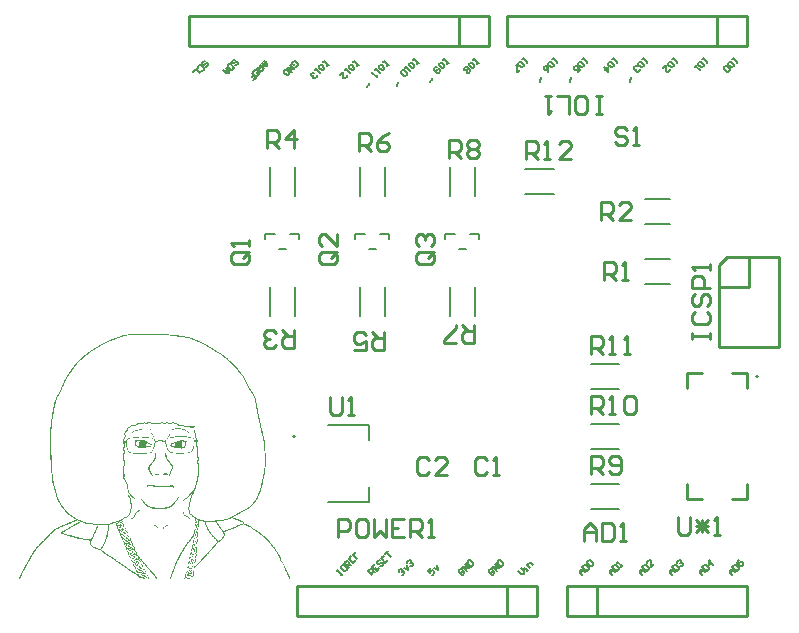
<source format=gto>
G04*
G04 #@! TF.GenerationSoftware,Altium Limited,Altium Designer,26.2.0 (7)*
G04*
G04 Layer_Color=65535*
%FSLAX44Y44*%
%MOMM*%
G71*
G04*
G04 #@! TF.SameCoordinates,138AD885-AACF-4A89-911C-20B3B9BD5497*
G04*
G04*
G04 #@! TF.FilePolarity,Positive*
G04*
G01*
G75*
%ADD10C,0.2000*%
%ADD11C,0.1270*%
%ADD12C,0.2540*%
G36*
X156183Y133524D02*
X156654D01*
Y133288D01*
X156890D01*
Y133052D01*
X157125D01*
Y132345D01*
X156183D01*
Y132581D01*
X155711D01*
Y132817D01*
X153355D01*
Y133052D01*
Y133288D01*
Y133524D01*
X153826D01*
Y133759D01*
X156183D01*
Y133524D01*
D02*
G37*
G36*
X149113Y133288D02*
X149349D01*
Y132817D01*
X149113D01*
Y132581D01*
X146757D01*
Y132345D01*
X145814D01*
Y132581D01*
X145579D01*
Y132817D01*
X145814D01*
Y133288D01*
X146757D01*
Y133524D01*
X149113D01*
Y133288D01*
D02*
G37*
G36*
X155711Y149312D02*
X155947D01*
Y148134D01*
X156183D01*
Y147427D01*
X156418D01*
Y146955D01*
X156654D01*
Y146013D01*
X156890D01*
Y145777D01*
X157125D01*
Y145306D01*
X157361D01*
Y145070D01*
X157597D01*
Y144599D01*
X157832D01*
Y144363D01*
X158068D01*
Y144128D01*
X158303D01*
Y143892D01*
X158539D01*
Y143656D01*
X158775D01*
Y143185D01*
X159010D01*
Y142949D01*
X159246D01*
Y142714D01*
X159482D01*
Y142242D01*
X159717D01*
Y142007D01*
X159953D01*
Y141771D01*
X160189D01*
Y141536D01*
X160424D01*
Y141300D01*
X160660D01*
Y141064D01*
X160896D01*
Y140829D01*
X161131D01*
Y140357D01*
X161367D01*
Y139886D01*
X161602D01*
Y138472D01*
X161367D01*
Y137765D01*
X161131D01*
Y137294D01*
X160896D01*
Y136823D01*
X160660D01*
Y136351D01*
X160424D01*
Y135880D01*
X160189D01*
Y135409D01*
X159953D01*
Y134937D01*
X159717D01*
Y134702D01*
X159482D01*
Y133052D01*
X159246D01*
Y132345D01*
X159010D01*
Y132110D01*
X158775D01*
Y131874D01*
X157832D01*
Y132110D01*
X157597D01*
Y132581D01*
X157832D01*
Y132817D01*
X158303D01*
Y133052D01*
X158539D01*
Y135173D01*
X158775D01*
Y135409D01*
X159010D01*
Y135644D01*
X159246D01*
Y136116D01*
X159482D01*
Y136587D01*
X159717D01*
Y137294D01*
X159953D01*
Y137765D01*
X160189D01*
Y138472D01*
X160424D01*
Y139886D01*
X160189D01*
Y140357D01*
X159953D01*
Y140593D01*
X159717D01*
Y140829D01*
X159482D01*
Y141064D01*
X159246D01*
Y141536D01*
X159010D01*
Y141771D01*
X158775D01*
Y142007D01*
X158539D01*
Y142242D01*
X158303D01*
Y142478D01*
X158068D01*
Y142949D01*
X157832D01*
Y143185D01*
X157597D01*
Y143421D01*
X157361D01*
Y143656D01*
X157125D01*
Y143892D01*
X156890D01*
Y144128D01*
X156654D01*
Y144363D01*
X156418D01*
Y144835D01*
X156183D01*
Y145070D01*
X155947D01*
Y145777D01*
X155711D01*
Y146484D01*
X155476D01*
Y146955D01*
X155240D01*
Y147898D01*
X155005D01*
Y149312D01*
X154769D01*
Y150490D01*
X155005D01*
Y150726D01*
X155711D01*
Y149312D01*
D02*
G37*
G36*
X146757Y150961D02*
X146993D01*
Y150726D01*
X147228D01*
Y148369D01*
X146993D01*
Y146720D01*
X146757D01*
Y146013D01*
X146521D01*
Y145541D01*
X146286D01*
Y145070D01*
X146050D01*
Y144599D01*
X145814D01*
Y144128D01*
X145579D01*
Y143892D01*
X145343D01*
Y143421D01*
X145107D01*
Y143185D01*
X144872D01*
Y142949D01*
X144636D01*
Y142714D01*
X144401D01*
Y142478D01*
X144165D01*
Y142242D01*
X143929D01*
Y142007D01*
X143694D01*
Y141771D01*
X143458D01*
Y141536D01*
X143222D01*
Y141300D01*
X142987D01*
Y140829D01*
X142751D01*
Y140593D01*
X142515D01*
Y140357D01*
X142280D01*
Y140122D01*
Y139886D01*
X142044D01*
Y139650D01*
X141808D01*
Y138944D01*
X141573D01*
Y137530D01*
X141808D01*
Y136823D01*
X142044D01*
Y136351D01*
X142280D01*
Y135644D01*
X142515D01*
Y134466D01*
X142751D01*
Y134231D01*
X142987D01*
Y133759D01*
X143222D01*
Y133524D01*
X143458D01*
Y133288D01*
X143694D01*
Y133052D01*
X143929D01*
Y132817D01*
X144636D01*
Y132581D01*
X144872D01*
Y132345D01*
X144636D01*
Y131874D01*
X143694D01*
Y132110D01*
X143222D01*
Y132345D01*
X142987D01*
Y132581D01*
X142751D01*
Y132817D01*
X142515D01*
Y133052D01*
X142280D01*
Y133288D01*
X142044D01*
Y133759D01*
X141808D01*
Y134231D01*
X141573D01*
Y134937D01*
X141337D01*
Y135880D01*
X141102D01*
Y136587D01*
X140866D01*
Y137058D01*
X140630D01*
Y139415D01*
X140866D01*
Y139886D01*
X141102D01*
Y140357D01*
X141337D01*
Y140593D01*
X141573D01*
Y140829D01*
X141808D01*
Y141300D01*
X142044D01*
Y141536D01*
X142280D01*
Y141771D01*
X142515D01*
Y142007D01*
X142751D01*
Y142242D01*
X142987D01*
Y142478D01*
X143222D01*
Y142714D01*
X143458D01*
Y142949D01*
X143694D01*
Y143185D01*
X143929D01*
Y143421D01*
X144165D01*
Y143892D01*
X144401D01*
Y144363D01*
X144636D01*
Y144599D01*
X144872D01*
Y145070D01*
X145107D01*
Y145541D01*
X145343D01*
Y146013D01*
X145579D01*
Y146720D01*
X145814D01*
Y147662D01*
X146050D01*
Y150019D01*
X146286D01*
Y150961D01*
X146521D01*
Y151197D01*
X146757D01*
Y150961D01*
D02*
G37*
G36*
X142280Y124098D02*
X143222D01*
Y123862D01*
X144636D01*
Y123627D01*
X145814D01*
Y123391D01*
X147228D01*
Y123155D01*
X148642D01*
Y122920D01*
X154298D01*
Y123155D01*
X156418D01*
Y123391D01*
X159246D01*
Y123627D01*
X161367D01*
Y123391D01*
X161602D01*
Y123155D01*
X161838D01*
Y122920D01*
X162074D01*
Y122684D01*
X162309D01*
Y121506D01*
X161838D01*
Y121741D01*
X161367D01*
Y122213D01*
X161131D01*
Y122448D01*
X160896D01*
Y122684D01*
X159717D01*
Y122448D01*
X156890D01*
Y122213D01*
X154298D01*
Y121977D01*
X148171D01*
Y122213D01*
X146757D01*
Y122448D01*
X145579D01*
Y122684D01*
X144401D01*
Y122920D01*
X142515D01*
Y123155D01*
X141102D01*
Y122920D01*
X140394D01*
Y122684D01*
X139216D01*
Y123391D01*
X139452D01*
Y123627D01*
X139923D01*
Y123862D01*
X140394D01*
Y124098D01*
X141102D01*
Y124333D01*
X142280D01*
Y124098D01*
D02*
G37*
G36*
X170321Y110666D02*
X170086D01*
Y110902D01*
X170321D01*
Y110666D01*
D02*
G37*
G36*
X166080Y113258D02*
X165844D01*
Y112787D01*
X165609D01*
Y112080D01*
X165373D01*
Y111609D01*
X165137D01*
Y111373D01*
X164902D01*
Y110902D01*
X164666D01*
Y110430D01*
X164430D01*
Y110195D01*
X164195D01*
Y109724D01*
X163959D01*
Y109488D01*
X163723D01*
Y109252D01*
X163488D01*
Y108781D01*
X163252D01*
Y108545D01*
X163016D01*
Y108310D01*
X162781D01*
Y108074D01*
X162545D01*
Y107603D01*
X162309D01*
Y107367D01*
X162074D01*
Y107131D01*
X161838D01*
Y106896D01*
X161602D01*
Y106660D01*
X161367D01*
Y106425D01*
X160896D01*
Y106189D01*
X160660D01*
Y105953D01*
X160424D01*
Y105718D01*
X160189D01*
Y105482D01*
X159717D01*
Y105246D01*
X159246D01*
Y105011D01*
X158775D01*
Y104775D01*
X158068D01*
Y104539D01*
X157361D01*
Y104304D01*
X156418D01*
Y104068D01*
X155240D01*
Y103832D01*
X153355D01*
Y103597D01*
X148171D01*
Y103832D01*
X145579D01*
Y104068D01*
X143929D01*
Y104304D01*
X142987D01*
Y104539D01*
X142280D01*
Y104775D01*
X141573D01*
Y105011D01*
X140866D01*
Y105246D01*
X140394D01*
Y105482D01*
X139923D01*
Y105718D01*
X139688D01*
Y105953D01*
X139216D01*
Y106189D01*
X138981D01*
Y106425D01*
X138745D01*
Y106660D01*
X138509D01*
Y106896D01*
X138274D01*
Y107131D01*
X138038D01*
Y107367D01*
X137802D01*
Y107603D01*
X137567D01*
Y107838D01*
X137331D01*
Y108074D01*
X137095D01*
Y108310D01*
X136860D01*
Y108545D01*
X136624D01*
Y108781D01*
X136389D01*
Y109017D01*
X136153D01*
Y109488D01*
X135917D01*
Y109724D01*
X135682D01*
Y110195D01*
X135446D01*
Y110430D01*
X135210D01*
Y110902D01*
X134975D01*
Y111137D01*
X134739D01*
Y111609D01*
X134503D01*
Y112080D01*
X134975D01*
Y111844D01*
X135210D01*
Y111609D01*
X135446D01*
Y111373D01*
X135682D01*
Y111137D01*
X135917D01*
Y110902D01*
X136153D01*
Y110430D01*
X136389D01*
Y110195D01*
X136624D01*
Y109959D01*
X136860D01*
Y109724D01*
X137095D01*
Y109252D01*
X137331D01*
Y109017D01*
X137567D01*
Y108781D01*
X137802D01*
Y108545D01*
X138038D01*
Y108074D01*
X138274D01*
Y107838D01*
X138509D01*
Y107603D01*
X138981D01*
Y107367D01*
X139216D01*
Y107131D01*
X139452D01*
Y106896D01*
X139923D01*
Y106660D01*
X140159D01*
Y106425D01*
X140630D01*
Y106189D01*
X141102D01*
Y105953D01*
X141808D01*
Y105718D01*
X142515D01*
Y105482D01*
X143222D01*
Y105246D01*
X144165D01*
Y105011D01*
X145814D01*
Y104775D01*
X147935D01*
Y104539D01*
X153355D01*
Y104775D01*
X155005D01*
Y105011D01*
X156183D01*
Y105246D01*
X156890D01*
Y105482D01*
X157832D01*
Y105718D01*
X158303D01*
Y105953D01*
X159010D01*
Y106189D01*
X159246D01*
Y106425D01*
X159717D01*
Y106660D01*
X159953D01*
Y106896D01*
X160424D01*
Y107131D01*
X160660D01*
Y107367D01*
X160896D01*
Y107603D01*
X161131D01*
Y107838D01*
X161367D01*
Y108074D01*
X161602D01*
Y108310D01*
X161838D01*
Y108545D01*
X162074D01*
Y109017D01*
X162309D01*
Y109252D01*
X162545D01*
Y109488D01*
X162781D01*
Y109724D01*
X163016D01*
Y109959D01*
X163252D01*
Y110195D01*
X163488D01*
Y110666D01*
X163723D01*
Y110902D01*
X163959D01*
Y111137D01*
X164195D01*
Y111609D01*
X164430D01*
Y111844D01*
X164666D01*
Y112080D01*
X164902D01*
Y112551D01*
X165137D01*
Y113023D01*
X165373D01*
Y113258D01*
X165609D01*
Y113494D01*
X165844D01*
Y113729D01*
X166080D01*
Y113258D01*
D02*
G37*
G36*
X134268Y102654D02*
X134032D01*
Y102419D01*
X133561D01*
Y102183D01*
X133090D01*
Y101947D01*
X132618D01*
Y101712D01*
X132383D01*
Y101476D01*
X131911D01*
Y101240D01*
X131676D01*
Y101005D01*
X131204D01*
Y100769D01*
X130969D01*
Y100533D01*
X130733D01*
Y100298D01*
X130498D01*
Y99826D01*
X130262D01*
Y99355D01*
X130026D01*
Y98884D01*
X129790D01*
Y98413D01*
X129555D01*
Y97941D01*
X129319D01*
Y97706D01*
X129084D01*
Y97234D01*
X128848D01*
Y96999D01*
X128612D01*
Y96763D01*
X128377D01*
Y96527D01*
X128141D01*
Y96292D01*
X127905D01*
Y96056D01*
X127670D01*
Y95821D01*
X127434D01*
Y95585D01*
X126727D01*
Y95349D01*
X126256D01*
Y95585D01*
X126020D01*
Y96056D01*
X126727D01*
Y96292D01*
X127198D01*
Y96527D01*
X127434D01*
Y96763D01*
X127670D01*
Y96999D01*
X127905D01*
Y97234D01*
X128141D01*
Y97470D01*
X128377D01*
Y97941D01*
X128612D01*
Y98177D01*
X128848D01*
Y98648D01*
X129084D01*
Y99120D01*
X129319D01*
Y99355D01*
X129555D01*
Y100062D01*
X129790D01*
Y100298D01*
X130026D01*
Y100769D01*
X130262D01*
Y101005D01*
X130498D01*
Y101240D01*
X130733D01*
Y101476D01*
X130969D01*
Y101712D01*
X131440D01*
Y101947D01*
X131676D01*
Y102183D01*
X132147D01*
Y102419D01*
X132618D01*
Y102654D01*
X133090D01*
Y102890D01*
X133561D01*
Y103125D01*
X134268D01*
Y102654D01*
D02*
G37*
G36*
X170086Y101476D02*
X170321D01*
Y101005D01*
X170557D01*
Y100062D01*
X170793D01*
Y99355D01*
X171028D01*
Y98884D01*
X171264D01*
Y98648D01*
X171500D01*
Y98413D01*
X171971D01*
Y98177D01*
X172442D01*
Y97941D01*
X172913D01*
Y97706D01*
X173385D01*
Y97470D01*
X173856D01*
Y97234D01*
X174327D01*
Y96999D01*
X174563D01*
Y96763D01*
X174799D01*
Y96527D01*
X175034D01*
Y96292D01*
X175270D01*
Y96056D01*
X175506D01*
Y95821D01*
X175741D01*
Y95349D01*
X175977D01*
Y94878D01*
X175506D01*
Y95114D01*
X175034D01*
Y95585D01*
X174799D01*
Y95821D01*
X174563D01*
Y96056D01*
X174327D01*
Y96292D01*
X174092D01*
Y96527D01*
X173856D01*
Y96763D01*
X173385D01*
Y96999D01*
X172913D01*
Y97234D01*
X172442D01*
Y97470D01*
X171971D01*
Y97706D01*
X171500D01*
Y97941D01*
X171028D01*
Y98177D01*
X170793D01*
Y98413D01*
X170557D01*
Y98884D01*
X170321D01*
Y99355D01*
X170086D01*
Y100533D01*
X169850D01*
Y101476D01*
X169614D01*
Y102183D01*
X170086D01*
Y101476D01*
D02*
G37*
G36*
X159246Y90165D02*
X159482D01*
Y89929D01*
X157597D01*
Y89694D01*
X156890D01*
Y89458D01*
X156418D01*
Y89222D01*
X155947D01*
Y88987D01*
X155240D01*
Y88751D01*
X154769D01*
Y88516D01*
X154533D01*
Y88280D01*
X154062D01*
Y87809D01*
X153826D01*
Y87337D01*
X153591D01*
Y86866D01*
X153355D01*
Y86630D01*
X152884D01*
Y86395D01*
X149585D01*
Y86630D01*
X148642D01*
Y87102D01*
X148406D01*
Y87573D01*
X148171D01*
Y88044D01*
X147935D01*
Y88280D01*
X147699D01*
Y88516D01*
X147228D01*
Y88751D01*
X146757D01*
Y88987D01*
X146521D01*
Y89222D01*
X145814D01*
Y89458D01*
X145343D01*
Y89694D01*
X143929D01*
Y89929D01*
X142751D01*
Y90401D01*
X145107D01*
Y90165D01*
X145814D01*
Y89929D01*
X146286D01*
Y89694D01*
X146757D01*
Y89458D01*
X147228D01*
Y89222D01*
X147464D01*
Y88987D01*
X147699D01*
Y88751D01*
X148171D01*
Y88516D01*
X148406D01*
Y88044D01*
X148642D01*
Y87573D01*
X148878D01*
Y87337D01*
X149113D01*
Y87102D01*
X149820D01*
Y86866D01*
X152177D01*
Y87102D01*
X153119D01*
Y87337D01*
X153355D01*
Y88044D01*
X153591D01*
Y88516D01*
X154062D01*
Y88751D01*
X154298D01*
Y88987D01*
X154533D01*
Y89222D01*
X155005D01*
Y89458D01*
X155476D01*
Y89694D01*
X155947D01*
Y89929D01*
X156418D01*
Y90165D01*
X157125D01*
Y90401D01*
X159246D01*
Y90165D01*
D02*
G37*
G36*
X136389Y251817D02*
X155240D01*
Y251581D01*
X158303D01*
Y251346D01*
X160189D01*
Y251110D01*
X161838D01*
Y250875D01*
X163959D01*
Y250639D01*
X166080D01*
Y250403D01*
X168201D01*
Y250168D01*
X169850D01*
Y249932D01*
X171500D01*
Y249696D01*
X172913D01*
Y249461D01*
X173856D01*
Y249225D01*
X174799D01*
Y248989D01*
X175506D01*
Y248754D01*
X176448D01*
Y248518D01*
X176919D01*
Y248283D01*
X177626D01*
Y248047D01*
X178098D01*
Y247811D01*
X179040D01*
Y247576D01*
X179747D01*
Y247340D01*
X180454D01*
Y247104D01*
X181161D01*
Y246869D01*
X181632D01*
Y246633D01*
X182339D01*
Y246397D01*
X182811D01*
Y246162D01*
X183282D01*
Y245926D01*
X183753D01*
Y245690D01*
X184224D01*
Y245455D01*
X184696D01*
Y245219D01*
X184931D01*
Y244984D01*
X185403D01*
Y244748D01*
X185874D01*
Y244512D01*
X186345D01*
Y244277D01*
X186817D01*
Y244041D01*
X187288D01*
Y243805D01*
X187759D01*
Y243570D01*
X188230D01*
Y243334D01*
X188702D01*
Y243098D01*
X189173D01*
Y242863D01*
X189644D01*
Y242627D01*
X190116D01*
Y242391D01*
X190587D01*
Y242156D01*
X191058D01*
Y241920D01*
X191529D01*
Y241684D01*
X191765D01*
Y241449D01*
X192236D01*
Y241213D01*
X192708D01*
Y240977D01*
X192943D01*
Y240742D01*
X193414D01*
Y240506D01*
X193650D01*
Y240271D01*
X194121D01*
Y240035D01*
X194357D01*
Y239799D01*
X194828D01*
Y239564D01*
X195300D01*
Y239328D01*
X195535D01*
Y239092D01*
X196007D01*
Y238857D01*
X196478D01*
Y238621D01*
X196714D01*
Y238386D01*
X197185D01*
Y238150D01*
X197656D01*
Y237914D01*
X197892D01*
Y237679D01*
X198363D01*
Y237443D01*
X198834D01*
Y237207D01*
X199070D01*
Y236972D01*
X199541D01*
Y236736D01*
X199777D01*
Y236500D01*
X200248D01*
Y236265D01*
X200720D01*
Y236029D01*
X200955D01*
Y235793D01*
X201427D01*
Y235558D01*
X201662D01*
Y235322D01*
X202133D01*
Y235086D01*
X202369D01*
Y234851D01*
X202605D01*
Y234615D01*
X203076D01*
Y234380D01*
X203312D01*
Y234144D01*
X203547D01*
Y233908D01*
X204019D01*
Y233673D01*
X204254D01*
Y233437D01*
X204490D01*
Y233201D01*
X204961D01*
Y232966D01*
X205197D01*
Y232730D01*
X205432D01*
Y232494D01*
X205904D01*
Y232259D01*
X206139D01*
Y232023D01*
X206375D01*
Y231787D01*
X206611D01*
Y231552D01*
X206846D01*
Y231316D01*
X207082D01*
Y231080D01*
X207553D01*
Y230845D01*
X207789D01*
Y230609D01*
X208025D01*
Y230373D01*
X208260D01*
Y230138D01*
X208496D01*
Y229902D01*
X208731D01*
Y229667D01*
X208967D01*
Y229431D01*
X209203D01*
Y229195D01*
X209438D01*
Y228960D01*
X209674D01*
Y228724D01*
X210145D01*
Y228488D01*
X210381D01*
Y228253D01*
X210617D01*
Y228017D01*
X210852D01*
Y227781D01*
X211088D01*
Y227546D01*
X211324D01*
Y227310D01*
X211559D01*
Y227075D01*
X211795D01*
Y226839D01*
X212031D01*
Y226603D01*
X212266D01*
Y226368D01*
X212502D01*
Y226132D01*
X212737D01*
Y225896D01*
X212973D01*
Y225661D01*
X213209D01*
Y225425D01*
X213444D01*
Y225189D01*
X213680D01*
Y224954D01*
X213916D01*
Y224718D01*
X214151D01*
Y224482D01*
X214387D01*
Y224247D01*
X214623D01*
Y224011D01*
X214858D01*
Y223776D01*
X215094D01*
Y223540D01*
X215329D01*
Y223304D01*
X215565D01*
Y223069D01*
X215801D01*
Y222833D01*
X216036D01*
Y222597D01*
X216272D01*
Y222362D01*
X216508D01*
Y222126D01*
X216743D01*
Y221655D01*
X216979D01*
Y221183D01*
X217215D01*
Y220948D01*
X217450D01*
Y220712D01*
X217686D01*
Y220241D01*
X217922D01*
Y220005D01*
X218157D01*
Y219769D01*
X218393D01*
Y219534D01*
X218629D01*
Y219063D01*
X218864D01*
Y218827D01*
X219100D01*
Y218591D01*
X219335D01*
Y218356D01*
X219571D01*
Y218120D01*
X219807D01*
Y217649D01*
X220042D01*
Y217413D01*
X220278D01*
Y217177D01*
X220514D01*
Y216706D01*
X220749D01*
Y216471D01*
X220985D01*
Y216235D01*
X221221D01*
Y215764D01*
X221456D01*
Y215292D01*
X221692D01*
Y215057D01*
X221928D01*
Y214585D01*
X222163D01*
Y214114D01*
X222399D01*
Y213643D01*
X222635D01*
Y213172D01*
X222870D01*
Y212700D01*
X223106D01*
Y212229D01*
X223341D01*
Y211758D01*
X223577D01*
Y211286D01*
X223813D01*
Y210579D01*
X224048D01*
Y210108D01*
X224284D01*
Y209637D01*
X224520D01*
Y209401D01*
X224755D01*
Y208930D01*
X224991D01*
Y208459D01*
X225227D01*
Y207987D01*
X225462D01*
Y207752D01*
X225698D01*
Y207280D01*
X225933D01*
Y206809D01*
X226169D01*
Y206338D01*
X226405D01*
Y206102D01*
X226640D01*
Y205631D01*
X226876D01*
Y205160D01*
X227112D01*
Y204924D01*
X227347D01*
Y204453D01*
X227583D01*
Y204217D01*
X227819D01*
Y203746D01*
X228054D01*
Y203510D01*
X228290D01*
Y203039D01*
X228526D01*
Y202568D01*
X228761D01*
Y202096D01*
X228997D01*
Y201861D01*
X229233D01*
Y201389D01*
X229468D01*
Y200918D01*
X229704D01*
Y200447D01*
X229939D01*
Y199975D01*
X230175D01*
Y199504D01*
X230411D01*
Y199033D01*
X230646D01*
Y198561D01*
X230882D01*
Y198090D01*
X231118D01*
Y197383D01*
X231353D01*
Y196676D01*
X231589D01*
Y195734D01*
X231825D01*
Y195027D01*
X232060D01*
Y193613D01*
X232296D01*
Y191964D01*
X232532D01*
Y190550D01*
X232767D01*
Y189136D01*
X233003D01*
Y187957D01*
X233239D01*
Y186544D01*
X233474D01*
Y184894D01*
X233710D01*
Y183716D01*
X233945D01*
Y182538D01*
X234181D01*
Y181595D01*
X234417D01*
Y180653D01*
X234652D01*
Y179474D01*
X234888D01*
Y178296D01*
X235124D01*
Y177353D01*
X235359D01*
Y176411D01*
X235595D01*
Y175468D01*
X235831D01*
Y174526D01*
X236066D01*
Y173583D01*
X236302D01*
Y172641D01*
X236537D01*
Y171698D01*
X236773D01*
Y170756D01*
X237009D01*
Y169813D01*
X237244D01*
Y168870D01*
X237480D01*
Y167692D01*
X237716D01*
Y166514D01*
X237951D01*
Y165571D01*
X238187D01*
Y164393D01*
X238423D01*
Y163215D01*
X238658D01*
Y162272D01*
X238894D01*
Y161094D01*
X239130D01*
Y159680D01*
X239365D01*
Y153553D01*
X239601D01*
Y150961D01*
X239837D01*
Y139415D01*
X239601D01*
Y136823D01*
X239365D01*
Y135409D01*
X239130D01*
Y134231D01*
X238894D01*
Y132581D01*
X238658D01*
Y131403D01*
X238423D01*
Y130225D01*
X238187D01*
Y128811D01*
X237951D01*
Y127633D01*
X237716D01*
Y126219D01*
X237480D01*
Y125040D01*
X237244D01*
Y124098D01*
X237009D01*
Y122920D01*
X236773D01*
Y122213D01*
X236537D01*
Y121270D01*
X236302D01*
Y120563D01*
X236066D01*
Y119856D01*
X235831D01*
Y119149D01*
X235595D01*
Y118442D01*
X235359D01*
Y117971D01*
X235124D01*
Y117264D01*
X234888D01*
Y116793D01*
X234652D01*
Y116322D01*
X234417D01*
Y115615D01*
X234181D01*
Y115143D01*
X233945D01*
Y114672D01*
X233710D01*
Y114201D01*
X233474D01*
Y113494D01*
X233239D01*
Y113023D01*
X233003D01*
Y112316D01*
X232767D01*
Y111844D01*
X232532D01*
Y111609D01*
X232296D01*
Y111137D01*
X232060D01*
Y110902D01*
X231825D01*
Y110430D01*
X231589D01*
Y110195D01*
X231353D01*
Y109959D01*
X231118D01*
Y109724D01*
X230882D01*
Y109488D01*
X230646D01*
Y109017D01*
X230411D01*
Y108781D01*
X230175D01*
Y108545D01*
X229939D01*
Y108310D01*
X229704D01*
Y107838D01*
X229468D01*
Y107603D01*
X229233D01*
Y107367D01*
X228997D01*
Y107131D01*
X228761D01*
Y106660D01*
X228526D01*
Y106425D01*
X228290D01*
Y106189D01*
X228054D01*
Y105953D01*
X227819D01*
Y105718D01*
X227583D01*
Y105482D01*
X227347D01*
Y105246D01*
X227112D01*
Y105011D01*
X226640D01*
Y104775D01*
X226405D01*
Y104539D01*
X225933D01*
Y104304D01*
X225698D01*
Y104068D01*
X225227D01*
Y103832D01*
X224755D01*
Y103597D01*
X224520D01*
Y103361D01*
X224048D01*
Y103125D01*
X223577D01*
Y102890D01*
X223106D01*
Y102654D01*
X222635D01*
Y102419D01*
X222399D01*
Y102183D01*
X221928D01*
Y101947D01*
X221456D01*
Y101712D01*
X220985D01*
Y101476D01*
X220514D01*
Y101240D01*
X220042D01*
Y101005D01*
X219571D01*
Y100769D01*
X219100D01*
Y100533D01*
X218629D01*
Y100298D01*
X218393D01*
Y100062D01*
X217922D01*
Y99826D01*
X217450D01*
Y99591D01*
X216979D01*
Y99355D01*
X216508D01*
Y99120D01*
X216036D01*
Y98884D01*
X215801D01*
Y98648D01*
X215329D01*
Y98413D01*
X214858D01*
Y98177D01*
X214623D01*
Y97941D01*
X214151D01*
Y97706D01*
X213916D01*
Y97470D01*
X213444D01*
Y97234D01*
X212973D01*
Y96999D01*
X212502D01*
Y96763D01*
X212266D01*
Y96527D01*
X212502D01*
Y96292D01*
X212973D01*
Y96056D01*
X213680D01*
Y95821D01*
X214387D01*
Y95585D01*
X215094D01*
Y95349D01*
X215801D01*
Y95114D01*
X216508D01*
Y94878D01*
X216979D01*
Y94642D01*
X217686D01*
Y94407D01*
X218157D01*
Y94171D01*
X218629D01*
Y93935D01*
X219100D01*
Y93700D01*
X219571D01*
Y93464D01*
X220042D01*
Y93228D01*
X220514D01*
Y92993D01*
X220985D01*
Y92757D01*
X221221D01*
Y92521D01*
X221692D01*
Y92286D01*
X221928D01*
Y92050D01*
X222163D01*
Y91579D01*
X221928D01*
Y91343D01*
X222163D01*
Y91108D01*
X222870D01*
Y90872D01*
X223341D01*
Y90636D01*
X224048D01*
Y90401D01*
X224520D01*
Y90165D01*
X224991D01*
Y89929D01*
X225462D01*
Y89694D01*
X225933D01*
Y89458D01*
X226405D01*
Y89222D01*
X226876D01*
Y88987D01*
X227347D01*
Y88751D01*
X227583D01*
Y88516D01*
X228054D01*
Y88280D01*
X228290D01*
Y88044D01*
X228526D01*
Y87809D01*
X228997D01*
Y87573D01*
X229233D01*
Y87337D01*
X229468D01*
Y87102D01*
X229939D01*
Y86866D01*
X230411D01*
Y86630D01*
X230646D01*
Y86395D01*
X231118D01*
Y86159D01*
X231353D01*
Y85923D01*
X231825D01*
Y85688D01*
X232060D01*
Y85452D01*
X232296D01*
Y85217D01*
X232767D01*
Y84981D01*
X233003D01*
Y84745D01*
X233474D01*
Y84510D01*
X233710D01*
Y84274D01*
X234181D01*
Y84038D01*
X234417D01*
Y83803D01*
X234652D01*
Y83567D01*
X235124D01*
Y83331D01*
X235359D01*
Y83096D01*
X235595D01*
Y82860D01*
X236066D01*
Y82624D01*
X236302D01*
Y82389D01*
X236537D01*
Y82153D01*
X236773D01*
Y81917D01*
X237009D01*
Y81682D01*
X237480D01*
Y81446D01*
X237716D01*
Y81211D01*
X237951D01*
Y80975D01*
X238187D01*
Y80739D01*
X238423D01*
Y80504D01*
X238894D01*
Y80268D01*
X239130D01*
Y80032D01*
X239365D01*
Y79797D01*
X239601D01*
Y79561D01*
X239837D01*
Y79325D01*
X240072D01*
Y79090D01*
X240543D01*
Y78854D01*
X240779D01*
Y78618D01*
X241015D01*
Y78383D01*
X241250D01*
Y78147D01*
X241486D01*
Y77912D01*
X241722D01*
Y77676D01*
X241957D01*
Y77440D01*
X242193D01*
Y77205D01*
X242429D01*
Y76969D01*
X242664D01*
Y76498D01*
X242900D01*
Y76262D01*
X243136D01*
Y76026D01*
X243371D01*
Y75791D01*
X243607D01*
Y75555D01*
X243843D01*
Y75084D01*
X244078D01*
Y74848D01*
X244314D01*
Y74612D01*
X244549D01*
Y74141D01*
X244785D01*
Y73906D01*
X245021D01*
Y73670D01*
X245256D01*
Y73199D01*
X245492D01*
Y72963D01*
X245728D01*
Y72727D01*
X245963D01*
Y72492D01*
X246199D01*
Y72256D01*
X246435D01*
Y71785D01*
X246670D01*
Y71549D01*
X246906D01*
Y71314D01*
X247141D01*
Y71078D01*
X247377D01*
Y70606D01*
X247613D01*
Y70371D01*
X247848D01*
Y70135D01*
X248084D01*
Y69900D01*
X248320D01*
Y69664D01*
X248555D01*
Y69193D01*
X248791D01*
Y68957D01*
X249027D01*
Y68486D01*
X249262D01*
Y68250D01*
X249498D01*
Y67779D01*
X249734D01*
Y67543D01*
X249969D01*
Y67072D01*
X250205D01*
Y66836D01*
X250441D01*
Y66365D01*
X250676D01*
Y65894D01*
X250912D01*
Y65422D01*
X251147D01*
Y64951D01*
X251383D01*
Y64480D01*
X251619D01*
Y64008D01*
X251854D01*
Y63537D01*
X252090D01*
Y63066D01*
X252326D01*
Y62595D01*
X252561D01*
Y61888D01*
X252797D01*
Y61416D01*
X253033D01*
Y60710D01*
X253268D01*
Y60238D01*
X253033D01*
Y60002D01*
X253504D01*
Y59531D01*
X253739D01*
Y59060D01*
X253975D01*
Y58589D01*
X254211D01*
Y58117D01*
X254447D01*
Y57882D01*
Y57646D01*
X254682D01*
Y57175D01*
X254918D01*
Y56939D01*
X254682D01*
Y57175D01*
X254447D01*
Y57646D01*
X253739D01*
Y57882D01*
X253504D01*
Y58353D01*
X253739D01*
Y58117D01*
X253975D01*
Y58589D01*
X253739D01*
Y58824D01*
Y59060D01*
X253504D01*
Y58589D01*
X253268D01*
Y58824D01*
X253033D01*
Y59296D01*
X252797D01*
Y59531D01*
X253268D01*
Y59296D01*
X253504D01*
Y59531D01*
X253268D01*
Y59767D01*
X253033D01*
Y60002D01*
X252797D01*
Y59767D01*
X252561D01*
Y60002D01*
X252326D01*
Y60474D01*
X252090D01*
Y60945D01*
X251854D01*
Y61652D01*
X251619D01*
Y62123D01*
X251383D01*
Y62595D01*
X251147D01*
Y63066D01*
X250912D01*
Y63773D01*
X250676D01*
Y64244D01*
X250441D01*
Y64715D01*
X250205D01*
Y65187D01*
X249969D01*
Y65658D01*
X249734D01*
Y66129D01*
X249498D01*
Y66601D01*
X249262D01*
Y66836D01*
X249027D01*
Y67308D01*
X248791D01*
Y67779D01*
X248555D01*
Y68014D01*
X248320D01*
Y68250D01*
X248084D01*
Y68721D01*
X247848D01*
Y68957D01*
X247613D01*
Y69193D01*
X247377D01*
Y69428D01*
X247141D01*
Y69664D01*
X246906D01*
Y69900D01*
X246670D01*
Y70371D01*
X246435D01*
Y70606D01*
X246199D01*
Y70842D01*
X245963D01*
Y71314D01*
X245728D01*
Y71549D01*
X245492D01*
Y71785D01*
X245256D01*
Y72020D01*
X245021D01*
Y72492D01*
X244785D01*
Y72727D01*
X244549D01*
Y72963D01*
X244314D01*
Y73434D01*
X244078D01*
Y73670D01*
X243843D01*
Y73906D01*
X243607D01*
Y74141D01*
X243371D01*
Y74612D01*
X243136D01*
Y74848D01*
X242900D01*
Y75084D01*
X242664D01*
Y75555D01*
X242429D01*
Y75791D01*
X242193D01*
Y76026D01*
X241957D01*
Y76262D01*
X241722D01*
Y76498D01*
X241486D01*
Y76733D01*
X241250D01*
Y76969D01*
X241015D01*
Y77205D01*
X240779D01*
Y77440D01*
X240543D01*
Y77676D01*
X240308D01*
Y77912D01*
X240072D01*
Y78147D01*
X239837D01*
Y78383D01*
X239601D01*
Y78618D01*
X239365D01*
Y78854D01*
X238894D01*
Y79090D01*
X238658D01*
Y79325D01*
X238423D01*
Y79561D01*
X238187D01*
Y79797D01*
X237951D01*
Y80032D01*
X237716D01*
Y80268D01*
X237480D01*
Y80504D01*
X237009D01*
Y80739D01*
X236773D01*
Y80975D01*
X236537D01*
Y81211D01*
X236302D01*
Y81446D01*
X236066D01*
Y81682D01*
X235595D01*
Y81917D01*
X235359D01*
Y82153D01*
X235124D01*
Y82389D01*
X234888D01*
Y82624D01*
X234652D01*
Y82860D01*
X234181D01*
Y83096D01*
X233945D01*
Y83331D01*
X233474D01*
Y83567D01*
X233239D01*
Y83803D01*
X232767D01*
Y84038D01*
X232296D01*
Y84274D01*
X232060D01*
Y84510D01*
X231589D01*
Y84745D01*
X231353D01*
Y84981D01*
X231118D01*
Y85217D01*
X230646D01*
Y85452D01*
X230411D01*
Y85688D01*
X229939D01*
Y85923D01*
X229704D01*
Y86159D01*
X229233D01*
Y86395D01*
X228997D01*
Y86630D01*
X228761D01*
Y86866D01*
X228290D01*
Y87102D01*
X228054D01*
Y87337D01*
X227819D01*
Y87573D01*
X227347D01*
Y87809D01*
X227112D01*
Y88044D01*
X226640D01*
Y88280D01*
X226169D01*
Y88516D01*
X225698D01*
Y88751D01*
X225227D01*
Y88987D01*
X224755D01*
Y89222D01*
X224284D01*
Y89458D01*
X223577D01*
Y89694D01*
X223106D01*
Y89929D01*
X222399D01*
Y90165D01*
X221928D01*
Y90401D01*
X221456D01*
Y90636D01*
X220514D01*
Y90401D01*
X219807D01*
Y90165D01*
X219335D01*
Y89929D01*
X218629D01*
Y89694D01*
X218157D01*
Y89458D01*
X217686D01*
Y89222D01*
X217215D01*
Y88987D01*
X216508D01*
Y88751D01*
X216036D01*
Y88516D01*
X215801D01*
Y88280D01*
X215329D01*
Y88044D01*
X214858D01*
Y87809D01*
X214387D01*
Y87573D01*
X213916D01*
Y87337D01*
X213209D01*
Y87102D01*
X212502D01*
Y86866D01*
X211795D01*
Y86630D01*
X211324D01*
Y86395D01*
X210617D01*
Y86159D01*
X209910D01*
Y85923D01*
X209203D01*
Y85688D01*
X208496D01*
Y85452D01*
X207789D01*
Y85217D01*
X207082D01*
Y84981D01*
X206611D01*
Y84745D01*
X205904D01*
Y84510D01*
X205432D01*
Y84274D01*
X204961D01*
Y84038D01*
X204725D01*
Y83567D01*
X204961D01*
Y83096D01*
X205197D01*
Y80975D01*
X204961D01*
Y80268D01*
X204725D01*
Y79797D01*
X204490D01*
Y79325D01*
X204254D01*
Y79090D01*
X204019D01*
Y78618D01*
X203783D01*
Y78383D01*
X203547D01*
Y78147D01*
X203312D01*
Y77912D01*
X203076D01*
Y77676D01*
X202840D01*
Y77440D01*
X202605D01*
Y77205D01*
X202369D01*
Y76969D01*
X202133D01*
Y76733D01*
X201662D01*
Y76498D01*
X201427D01*
Y76262D01*
X200955D01*
Y76026D01*
X200720D01*
Y75791D01*
X200248D01*
Y75555D01*
X200013D01*
Y75319D01*
X199777D01*
Y75084D01*
X199541D01*
Y74848D01*
X199306D01*
Y74612D01*
X199070D01*
Y74377D01*
X198834D01*
Y74141D01*
X198599D01*
Y73906D01*
X198363D01*
Y73670D01*
X198127D01*
Y73434D01*
X197892D01*
Y73199D01*
X197656D01*
Y72963D01*
X197421D01*
Y72727D01*
X197185D01*
Y72256D01*
X196949D01*
Y72020D01*
X196714D01*
Y71785D01*
X196478D01*
Y71549D01*
X196242D01*
Y71314D01*
X196007D01*
Y71078D01*
X195771D01*
Y70606D01*
X195535D01*
Y70371D01*
X195300D01*
Y70135D01*
X195064D01*
Y69900D01*
X194828D01*
Y69664D01*
X194593D01*
Y69428D01*
X194357D01*
Y68957D01*
X194121D01*
Y68721D01*
X193886D01*
Y68486D01*
X193650D01*
Y68250D01*
X193414D01*
Y68014D01*
X193179D01*
Y67779D01*
X192943D01*
Y67543D01*
X192708D01*
Y67308D01*
X192472D01*
Y67072D01*
X192236D01*
Y66836D01*
X192001D01*
Y66365D01*
X191765D01*
Y66129D01*
X191529D01*
Y65894D01*
X191294D01*
Y65658D01*
X191058D01*
Y65422D01*
X190823D01*
Y65187D01*
X190587D01*
Y64951D01*
X190351D01*
Y64715D01*
X190116D01*
Y64480D01*
X189880D01*
Y64244D01*
X189644D01*
Y64008D01*
X189409D01*
Y63773D01*
X189173D01*
Y63537D01*
X188937D01*
Y63066D01*
X188702D01*
Y62830D01*
X188466D01*
Y62595D01*
X188230D01*
Y62359D01*
X187995D01*
Y62123D01*
X187759D01*
Y61888D01*
X187523D01*
Y61652D01*
X187288D01*
Y61181D01*
X187052D01*
Y60945D01*
X186817D01*
Y60710D01*
X186581D01*
Y60474D01*
X186345D01*
Y60238D01*
X186110D01*
Y60002D01*
X185874D01*
Y59767D01*
X185638D01*
Y59531D01*
X185403D01*
Y59296D01*
X185167D01*
Y59060D01*
X184931D01*
Y58589D01*
X184696D01*
Y58353D01*
X184460D01*
Y58117D01*
X184224D01*
Y57882D01*
X183989D01*
Y57646D01*
X183753D01*
Y57410D01*
X183517D01*
Y57175D01*
X183282D01*
Y56939D01*
X183046D01*
Y56704D01*
X182811D01*
Y56468D01*
X182575D01*
Y56232D01*
X182339D01*
Y55997D01*
X182104D01*
Y55761D01*
X181868D01*
Y55525D01*
X181632D01*
Y55290D01*
X181397D01*
Y55054D01*
X181161D01*
Y54818D01*
X180925D01*
Y54583D01*
X180690D01*
Y54347D01*
X180454D01*
Y54111D01*
X180219D01*
Y53876D01*
X179983D01*
Y53640D01*
X179747D01*
Y53404D01*
X179512D01*
Y52462D01*
X179276D01*
Y51284D01*
X179040D01*
Y50812D01*
X178805D01*
Y50341D01*
X179040D01*
Y47513D01*
X178805D01*
Y47042D01*
X178569D01*
Y46806D01*
X178333D01*
Y46335D01*
X178098D01*
Y46100D01*
X177862D01*
Y44450D01*
X177391D01*
Y45393D01*
X177155D01*
Y46100D01*
X176919D01*
Y46335D01*
X176684D01*
Y46571D01*
X176448D01*
Y46806D01*
X175977D01*
Y47042D01*
X174799D01*
Y46806D01*
X174092D01*
Y47042D01*
X173620D01*
Y47513D01*
X173385D01*
Y48220D01*
X173620D01*
Y48692D01*
X173856D01*
Y49163D01*
X174092D01*
Y49398D01*
X174327D01*
Y49634D01*
X174092D01*
Y49870D01*
X173856D01*
Y50106D01*
X173385D01*
Y49870D01*
X173149D01*
Y49398D01*
X172913D01*
Y49163D01*
X172678D01*
Y48456D01*
X172442D01*
Y47513D01*
X172206D01*
Y46806D01*
X172442D01*
Y46335D01*
X172678D01*
Y46100D01*
X172913D01*
Y45864D01*
X173149D01*
Y45628D01*
X173385D01*
Y45393D01*
X174799D01*
Y45864D01*
X175270D01*
Y45393D01*
X175506D01*
Y44921D01*
X175741D01*
Y44686D01*
X175506D01*
Y44450D01*
X175034D01*
Y44686D01*
X173149D01*
Y45157D01*
X172913D01*
Y45393D01*
X171971D01*
Y45157D01*
X171735D01*
Y44450D01*
X171028D01*
Y45157D01*
X171264D01*
Y45628D01*
X171735D01*
Y45864D01*
X171971D01*
Y46335D01*
X171735D01*
Y48220D01*
X171971D01*
Y48927D01*
X172206D01*
Y49398D01*
X172442D01*
Y49870D01*
X172678D01*
Y50106D01*
X172913D01*
Y50577D01*
X173149D01*
Y51284D01*
X172913D01*
Y52933D01*
X173149D01*
Y53640D01*
X173385D01*
Y53876D01*
X173620D01*
Y54347D01*
X173856D01*
Y54583D01*
X174092D01*
Y55525D01*
X173856D01*
Y57410D01*
X174092D01*
Y58117D01*
X174327D01*
Y58589D01*
X174563D01*
Y58824D01*
X174799D01*
Y61652D01*
X175034D01*
Y62123D01*
X175270D01*
Y62595D01*
X175506D01*
Y62830D01*
X175741D01*
Y63302D01*
X175506D01*
Y64715D01*
X175741D01*
Y65658D01*
X175977D01*
Y65894D01*
X176213D01*
Y66365D01*
X176448D01*
Y68957D01*
X176684D01*
Y69428D01*
X176919D01*
Y69900D01*
X177155D01*
Y70371D01*
X177391D01*
Y70606D01*
X177626D01*
Y70842D01*
X177862D01*
Y73199D01*
X178098D01*
Y73670D01*
X178333D01*
Y74141D01*
X178569D01*
Y74377D01*
X178805D01*
Y74612D01*
X178569D01*
Y77440D01*
X178805D01*
Y77912D01*
X179040D01*
Y78147D01*
X179276D01*
Y78854D01*
X179040D01*
Y80268D01*
X178569D01*
Y80032D01*
X178333D01*
Y79561D01*
X178098D01*
Y79325D01*
X177862D01*
Y79090D01*
X177626D01*
Y78618D01*
X177391D01*
Y78383D01*
X177155D01*
Y77912D01*
X176919D01*
Y77676D01*
X176684D01*
Y77440D01*
X176448D01*
Y76969D01*
X176213D01*
Y76733D01*
X175977D01*
Y76498D01*
X175741D01*
Y76026D01*
X175506D01*
Y75791D01*
X175270D01*
Y75555D01*
X175034D01*
Y75319D01*
X174799D01*
Y74848D01*
X174563D01*
Y74612D01*
X174327D01*
Y74377D01*
X174092D01*
Y74141D01*
X173856D01*
Y73670D01*
X173620D01*
Y73434D01*
X173385D01*
Y73199D01*
X173149D01*
Y72963D01*
X172913D01*
Y72492D01*
X172678D01*
Y72256D01*
X172442D01*
Y72020D01*
X172206D01*
Y71549D01*
X171971D01*
Y71314D01*
X171735D01*
Y70842D01*
X171500D01*
Y70606D01*
X171264D01*
Y70135D01*
X171028D01*
Y69900D01*
X170793D01*
Y69428D01*
X170557D01*
Y68957D01*
X170321D01*
Y68486D01*
X170086D01*
Y68014D01*
X169850D01*
Y67779D01*
X169614D01*
Y67308D01*
X169379D01*
Y66836D01*
X169143D01*
Y66365D01*
X168908D01*
Y66129D01*
X168672D01*
Y65658D01*
X168436D01*
Y65187D01*
X168201D01*
Y64715D01*
X167965D01*
Y64244D01*
X167729D01*
Y63773D01*
X167494D01*
Y63302D01*
X167258D01*
Y62830D01*
X167022D01*
Y62359D01*
X166787D01*
Y61888D01*
X166551D01*
Y61416D01*
X166315D01*
Y60945D01*
X166080D01*
Y60474D01*
X165844D01*
Y60002D01*
X165609D01*
Y59767D01*
X165373D01*
Y59296D01*
X165137D01*
Y58824D01*
X164902D01*
Y58353D01*
X164666D01*
Y57882D01*
X164430D01*
Y57410D01*
X164195D01*
Y56939D01*
X163959D01*
Y56232D01*
X163723D01*
Y55525D01*
X163488D01*
Y54818D01*
X163252D01*
Y54111D01*
X163016D01*
Y53404D01*
X162781D01*
Y52933D01*
X162545D01*
Y51991D01*
X162309D01*
Y51519D01*
X162074D01*
Y50812D01*
X161838D01*
Y50106D01*
X161602D01*
Y49398D01*
X161367D01*
Y48927D01*
X161131D01*
Y48220D01*
X160896D01*
Y47749D01*
X160660D01*
Y47042D01*
X160424D01*
Y46335D01*
X160189D01*
Y45864D01*
X159953D01*
Y45157D01*
X159717D01*
Y44450D01*
X158775D01*
Y44921D01*
X159010D01*
Y45628D01*
X159246D01*
Y46335D01*
X159482D01*
Y47042D01*
X159717D01*
Y47749D01*
X159953D01*
Y48692D01*
X160189D01*
Y49163D01*
X160424D01*
Y49870D01*
X160660D01*
Y50577D01*
X160896D01*
Y51048D01*
X161131D01*
Y51755D01*
X161367D01*
Y52462D01*
X161602D01*
Y52933D01*
X161838D01*
Y53640D01*
X162074D01*
Y54347D01*
X162309D01*
Y54818D01*
X162545D01*
Y55525D01*
X162781D01*
Y56232D01*
X163016D01*
Y56939D01*
X163252D01*
Y57410D01*
X163488D01*
Y58117D01*
X163723D01*
Y58589D01*
X163959D01*
Y59060D01*
X164195D01*
Y59531D01*
X164430D01*
Y60002D01*
X164666D01*
Y60474D01*
X164902D01*
Y60945D01*
X165137D01*
Y61416D01*
X165373D01*
Y61888D01*
X165609D01*
Y62359D01*
X165844D01*
Y62595D01*
X166080D01*
Y63066D01*
X166315D01*
Y63537D01*
X166551D01*
Y64008D01*
X166787D01*
Y64480D01*
X167022D01*
Y64951D01*
X167258D01*
Y65422D01*
X167494D01*
Y65894D01*
X167729D01*
Y66129D01*
X167965D01*
Y66601D01*
X168201D01*
Y67072D01*
X168436D01*
Y67308D01*
X168672D01*
Y67779D01*
X168908D01*
Y68250D01*
X169143D01*
Y68721D01*
X169379D01*
Y69193D01*
X169614D01*
Y69664D01*
X169850D01*
Y70135D01*
X170086D01*
Y70606D01*
X170321D01*
Y70842D01*
X170557D01*
Y71314D01*
X170793D01*
Y71549D01*
X171028D01*
Y71785D01*
X171264D01*
Y72256D01*
X171500D01*
Y72492D01*
X171735D01*
Y72727D01*
X171971D01*
Y73199D01*
X172206D01*
Y73434D01*
X172442D01*
Y73670D01*
X172678D01*
Y74141D01*
X172913D01*
Y74377D01*
X173149D01*
Y74612D01*
X173385D01*
Y74848D01*
X173620D01*
Y75319D01*
X173856D01*
Y75555D01*
X174092D01*
Y75791D01*
X174327D01*
Y76026D01*
X174563D01*
Y76498D01*
X174799D01*
Y76733D01*
X175034D01*
Y76969D01*
X175270D01*
Y77440D01*
X175506D01*
Y77676D01*
X175741D01*
Y77912D01*
X175977D01*
Y78383D01*
X176213D01*
Y78618D01*
X176448D01*
Y78854D01*
X176684D01*
Y79325D01*
X176919D01*
Y79561D01*
X177155D01*
Y79797D01*
X177391D01*
Y80268D01*
X177626D01*
Y80739D01*
X177862D01*
Y80975D01*
X178098D01*
Y81446D01*
X178333D01*
Y81917D01*
X178569D01*
Y82389D01*
X178805D01*
Y82860D01*
X179040D01*
Y83331D01*
X179276D01*
Y83803D01*
X179512D01*
Y85923D01*
X179747D01*
Y86395D01*
X179983D01*
Y87102D01*
X179747D01*
Y88987D01*
X179983D01*
Y89694D01*
X180219D01*
Y90401D01*
X179983D01*
Y92521D01*
X180219D01*
Y92757D01*
X180454D01*
Y92993D01*
X180690D01*
Y93700D01*
X180454D01*
Y94171D01*
X180219D01*
Y95349D01*
X180454D01*
Y95821D01*
X179983D01*
Y96056D01*
X179747D01*
Y96292D01*
X179276D01*
Y96527D01*
X178805D01*
Y96763D01*
X178333D01*
Y96999D01*
X178098D01*
Y97234D01*
X177862D01*
Y97470D01*
X177626D01*
Y97706D01*
X177391D01*
Y97941D01*
X177155D01*
Y98177D01*
X176919D01*
Y98413D01*
X176684D01*
Y98648D01*
X176213D01*
Y98884D01*
X175741D01*
Y99120D01*
X175506D01*
Y99355D01*
X175270D01*
Y99826D01*
X175034D01*
Y100298D01*
X174799D01*
Y101947D01*
X174563D01*
Y102890D01*
X174327D01*
Y103597D01*
X174092D01*
Y104539D01*
X174327D01*
Y105011D01*
X174563D01*
Y105718D01*
X174799D01*
Y108781D01*
X175034D01*
Y109488D01*
X175270D01*
Y109959D01*
X175506D01*
Y110430D01*
X175741D01*
Y110902D01*
X175977D01*
Y112551D01*
X176213D01*
Y113258D01*
X176448D01*
Y113729D01*
X176684D01*
Y114436D01*
X176919D01*
Y115615D01*
X177155D01*
Y115850D01*
X177391D01*
Y116086D01*
X177626D01*
Y116322D01*
X177862D01*
Y116793D01*
X178098D01*
Y117500D01*
X177862D01*
Y117264D01*
X177626D01*
Y117029D01*
X177391D01*
Y116793D01*
X177155D01*
Y116322D01*
X176919D01*
Y116086D01*
X176684D01*
Y115850D01*
X176448D01*
Y115615D01*
X176213D01*
Y115379D01*
X175977D01*
Y114908D01*
X175506D01*
Y114672D01*
X175270D01*
Y114436D01*
X175034D01*
Y114201D01*
X174799D01*
Y113965D01*
X174563D01*
Y113729D01*
X174327D01*
Y113494D01*
X174092D01*
Y113258D01*
X173856D01*
Y113023D01*
X173620D01*
Y112787D01*
X173385D01*
Y112551D01*
X172913D01*
Y112316D01*
X172678D01*
Y112080D01*
X172206D01*
Y111844D01*
X171971D01*
Y111609D01*
X171500D01*
Y111373D01*
X171264D01*
Y111137D01*
X170793D01*
Y110902D01*
X170321D01*
Y111137D01*
X170557D01*
Y111373D01*
X170793D01*
Y111609D01*
X171028D01*
Y111844D01*
X171264D01*
Y112080D01*
X171500D01*
Y112316D01*
X171735D01*
Y112551D01*
X171971D01*
Y112787D01*
X172206D01*
Y113023D01*
X172442D01*
Y113258D01*
X172913D01*
Y113494D01*
X173149D01*
Y113729D01*
X173385D01*
Y113965D01*
X173620D01*
Y114201D01*
X173856D01*
Y114436D01*
X174092D01*
Y114672D01*
X174327D01*
Y114908D01*
X174563D01*
Y115143D01*
X174799D01*
Y115379D01*
X175034D01*
Y115850D01*
X175270D01*
Y116086D01*
X175506D01*
Y116322D01*
X175741D01*
Y116557D01*
X175977D01*
Y116793D01*
X176213D01*
Y117029D01*
X176448D01*
Y117264D01*
X176684D01*
Y117500D01*
X176919D01*
Y117971D01*
X177155D01*
Y118207D01*
X177391D01*
Y118442D01*
X177626D01*
Y118678D01*
X177862D01*
Y119149D01*
X178098D01*
Y119385D01*
X178333D01*
Y119856D01*
X178569D01*
Y120092D01*
X178805D01*
Y120328D01*
X179040D01*
Y120799D01*
X179276D01*
Y121270D01*
X179512D01*
Y121741D01*
X179747D01*
Y122213D01*
X179983D01*
Y122684D01*
X180219D01*
Y123391D01*
X180454D01*
Y124098D01*
X180690D01*
Y124805D01*
X180925D01*
Y125512D01*
Y125747D01*
X181161D01*
Y127161D01*
X181397D01*
Y128575D01*
X181632D01*
Y129753D01*
X181868D01*
Y130460D01*
X182104D01*
Y131167D01*
X182339D01*
Y132110D01*
X182575D01*
Y133288D01*
X182811D01*
Y135880D01*
X182575D01*
Y136823D01*
X182339D01*
Y138708D01*
X182575D01*
Y140829D01*
X182339D01*
Y141771D01*
X182104D01*
Y145070D01*
X182339D01*
Y146720D01*
X182104D01*
Y147427D01*
X181868D01*
Y147898D01*
X181632D01*
Y152375D01*
X181868D01*
Y153318D01*
X182104D01*
Y153789D01*
X181868D01*
Y155439D01*
X181632D01*
Y155910D01*
X181397D01*
Y156381D01*
X181161D01*
Y157324D01*
X180925D01*
Y158973D01*
X181161D01*
Y160152D01*
X181397D01*
Y160623D01*
X180454D01*
Y160387D01*
X179512D01*
Y158738D01*
X179276D01*
Y157088D01*
X179040D01*
Y155674D01*
X178805D01*
Y154732D01*
X178569D01*
Y154025D01*
X178333D01*
Y153553D01*
X178098D01*
Y152846D01*
X177862D01*
Y152375D01*
X177626D01*
Y152140D01*
X177155D01*
Y151904D01*
X176684D01*
Y151668D01*
X176213D01*
Y151433D01*
X175506D01*
Y151197D01*
X174563D01*
Y150961D01*
X173149D01*
Y150726D01*
X171028D01*
Y150490D01*
X163723D01*
Y150726D01*
X162074D01*
Y150961D01*
X160896D01*
Y151197D01*
X159953D01*
Y151433D01*
X159010D01*
Y151668D01*
X158303D01*
Y151904D01*
X158068D01*
Y152140D01*
X157597D01*
Y152375D01*
X157361D01*
Y152611D01*
X157125D01*
Y153082D01*
X156890D01*
Y153553D01*
X156654D01*
Y154025D01*
X156418D01*
Y154732D01*
X156183D01*
Y155203D01*
X155947D01*
Y155910D01*
X155711D01*
Y156617D01*
X155476D01*
Y157559D01*
X155240D01*
Y158738D01*
X155005D01*
Y159916D01*
X154769D01*
Y160152D01*
X153826D01*
Y160387D01*
X153119D01*
Y160623D01*
X151706D01*
Y160858D01*
X148878D01*
Y160623D01*
X147935D01*
Y160387D01*
X147228D01*
Y160152D01*
X146757D01*
Y159916D01*
X146521D01*
Y159445D01*
X146286D01*
Y158266D01*
X146050D01*
Y157324D01*
X145814D01*
Y156381D01*
X145579D01*
Y155674D01*
X145343D01*
Y154967D01*
X145107D01*
Y154260D01*
X144872D01*
Y153553D01*
X144636D01*
Y153082D01*
X144401D01*
Y152846D01*
X144165D01*
Y152375D01*
X143929D01*
Y152140D01*
X143694D01*
Y151904D01*
X143458D01*
Y151668D01*
X143222D01*
Y151433D01*
X142751D01*
Y151197D01*
X142044D01*
Y150961D01*
X140866D01*
Y150726D01*
X139452D01*
Y150490D01*
X138038D01*
Y150254D01*
X134739D01*
Y150019D01*
X133090D01*
Y150254D01*
X129084D01*
Y150490D01*
X127670D01*
Y150726D01*
X126256D01*
Y150961D01*
X125313D01*
Y151197D01*
X124606D01*
Y151433D01*
X124135D01*
Y151668D01*
X123899D01*
Y151904D01*
X123664D01*
Y152375D01*
X123428D01*
Y152611D01*
X123193D01*
Y153082D01*
X122957D01*
Y153789D01*
X122721D01*
Y154496D01*
X122486D01*
Y155439D01*
X122250D01*
Y156381D01*
X122014D01*
Y158266D01*
X121779D01*
Y159916D01*
X120129D01*
Y159680D01*
X120365D01*
Y158973D01*
X120600D01*
Y156381D01*
X120365D01*
Y155674D01*
X120129D01*
Y155203D01*
X119894D01*
Y154025D01*
X120129D01*
Y153318D01*
X120365D01*
Y152375D01*
X120600D01*
Y151197D01*
X120365D01*
Y150254D01*
X120129D01*
Y149548D01*
X119894D01*
Y149076D01*
X119658D01*
Y148134D01*
X119894D01*
Y145777D01*
X120129D01*
Y145070D01*
X120365D01*
Y144363D01*
X120600D01*
Y143421D01*
X120836D01*
Y141300D01*
X120600D01*
Y140357D01*
X120365D01*
Y139886D01*
X120129D01*
Y139179D01*
X119894D01*
Y138472D01*
X120129D01*
Y136351D01*
X119894D01*
Y135409D01*
X119658D01*
Y134466D01*
X119894D01*
Y133759D01*
X120129D01*
Y133052D01*
X120365D01*
Y130932D01*
X120129D01*
Y129518D01*
X120365D01*
Y129282D01*
X120600D01*
Y128811D01*
X120836D01*
Y128575D01*
X121072D01*
Y128104D01*
X121307D01*
Y127633D01*
X121543D01*
Y127397D01*
X121779D01*
Y126926D01*
X122014D01*
Y126454D01*
X122250D01*
Y126219D01*
X122486D01*
Y125747D01*
X122721D01*
Y125040D01*
X122957D01*
Y124098D01*
X123193D01*
Y122920D01*
X123428D01*
Y120799D01*
X123664D01*
Y119856D01*
X123899D01*
Y117736D01*
X124135D01*
Y117500D01*
X124371D01*
Y117264D01*
X124606D01*
Y117029D01*
X124842D01*
Y116793D01*
X125078D01*
Y116557D01*
X125313D01*
Y116322D01*
X125549D01*
Y116086D01*
X125785D01*
Y115850D01*
X126020D01*
Y115615D01*
X126256D01*
Y115143D01*
X126491D01*
Y114908D01*
X126727D01*
Y114672D01*
X126963D01*
Y114436D01*
X127198D01*
Y114201D01*
X127434D01*
Y113965D01*
X127670D01*
Y113729D01*
X127905D01*
Y113494D01*
X128141D01*
Y113258D01*
X128377D01*
Y113023D01*
X128612D01*
Y112787D01*
X128848D01*
Y112551D01*
X129084D01*
Y112316D01*
X129319D01*
Y112080D01*
X129555D01*
Y111609D01*
X129319D01*
Y111844D01*
X128848D01*
Y112080D01*
X128612D01*
Y112316D01*
X128141D01*
Y112551D01*
X127905D01*
Y112787D01*
X127670D01*
Y113023D01*
X127198D01*
Y113258D01*
X126963D01*
Y113494D01*
X126727D01*
Y113729D01*
X126491D01*
Y113965D01*
X126256D01*
Y114201D01*
X126020D01*
Y114436D01*
X125785D01*
Y114672D01*
X125549D01*
Y114908D01*
X125313D01*
Y115143D01*
X125078D01*
Y115379D01*
X124842D01*
Y115615D01*
X124606D01*
Y116086D01*
X124371D01*
Y116322D01*
X124135D01*
Y116557D01*
X123899D01*
Y116793D01*
X123664D01*
Y115850D01*
X123899D01*
Y115379D01*
X124135D01*
Y114908D01*
X124371D01*
Y114672D01*
X124606D01*
Y114436D01*
X124842D01*
Y113965D01*
X125078D01*
Y113729D01*
X125313D01*
Y113258D01*
X125549D01*
Y112787D01*
X125785D01*
Y112316D01*
X126020D01*
Y109252D01*
X126256D01*
Y108310D01*
X126491D01*
Y107603D01*
X126727D01*
Y105011D01*
X126491D01*
Y103832D01*
X126256D01*
Y102654D01*
X126020D01*
Y101712D01*
X125785D01*
Y101240D01*
X125549D01*
Y100533D01*
X125313D01*
Y99826D01*
X125078D01*
Y99355D01*
X124842D01*
Y98884D01*
X124606D01*
Y98413D01*
X124371D01*
Y97941D01*
X124135D01*
Y97706D01*
X123899D01*
Y97470D01*
X123664D01*
Y97234D01*
X123428D01*
Y96999D01*
X123193D01*
Y96763D01*
X122721D01*
Y96527D01*
X122250D01*
Y96292D01*
X121779D01*
Y96056D01*
X120600D01*
Y95821D01*
X120129D01*
Y95585D01*
X119894D01*
Y95349D01*
X119658D01*
Y95114D01*
X119186D01*
Y94878D01*
X118951D01*
Y94642D01*
X118480D01*
Y94407D01*
X118244D01*
Y93935D01*
X118480D01*
Y93228D01*
X118715D01*
Y92286D01*
X118480D01*
Y92050D01*
X118715D01*
Y91814D01*
X118951D01*
Y91579D01*
X119186D01*
Y91108D01*
X119422D01*
Y90872D01*
X119658D01*
Y90401D01*
X119894D01*
Y88987D01*
X120129D01*
Y88751D01*
X120600D01*
Y88516D01*
X120836D01*
Y88044D01*
X121072D01*
Y87809D01*
X121307D01*
Y87337D01*
X121543D01*
Y86866D01*
X121779D01*
Y86159D01*
X122014D01*
Y84981D01*
X122250D01*
Y84745D01*
X122486D01*
Y84510D01*
X122721D01*
Y84038D01*
X122957D01*
Y83803D01*
X123193D01*
Y83331D01*
X123428D01*
Y82860D01*
X123664D01*
Y80975D01*
X123899D01*
Y80739D01*
X124135D01*
Y80504D01*
X124371D01*
Y80268D01*
X124606D01*
Y80032D01*
X124842D01*
Y79797D01*
X125078D01*
Y79561D01*
X125313D01*
Y79090D01*
X125549D01*
Y78383D01*
X125785D01*
Y76733D01*
X126020D01*
Y76498D01*
X126256D01*
Y76262D01*
X126491D01*
Y76026D01*
X126727D01*
Y75555D01*
X126963D01*
Y74848D01*
X127198D01*
Y72963D01*
X127434D01*
Y72727D01*
X127670D01*
Y72492D01*
X127905D01*
Y72256D01*
X128141D01*
Y72020D01*
X128377D01*
Y71785D01*
X128612D01*
Y71314D01*
X128848D01*
Y70371D01*
X129084D01*
Y68957D01*
X129319D01*
Y68721D01*
X129555D01*
Y68486D01*
X129790D01*
Y68250D01*
X130026D01*
Y68014D01*
X130262D01*
Y67543D01*
X130498D01*
Y67072D01*
X130733D01*
Y65894D01*
X130969D01*
Y65187D01*
X131204D01*
Y64715D01*
X131440D01*
Y64480D01*
X131676D01*
Y64244D01*
X131911D01*
Y64008D01*
X132147D01*
Y63537D01*
X132383D01*
Y63302D01*
X132618D01*
Y63066D01*
X132854D01*
Y62830D01*
X133090D01*
Y62359D01*
X133325D01*
Y62123D01*
X133561D01*
Y61888D01*
X133797D01*
Y61652D01*
X134032D01*
Y61416D01*
X134268D01*
Y61181D01*
X134503D01*
Y60945D01*
X134739D01*
Y60710D01*
X134975D01*
Y60474D01*
X135210D01*
Y60238D01*
X135446D01*
Y60002D01*
X135682D01*
Y59767D01*
X135917D01*
Y59296D01*
X136153D01*
Y59060D01*
X136389D01*
Y58824D01*
X136624D01*
Y58589D01*
X136860D01*
Y58353D01*
X137095D01*
Y58117D01*
X137331D01*
Y57646D01*
X137567D01*
Y57410D01*
X137802D01*
Y57175D01*
X138038D01*
Y56704D01*
X138274D01*
Y56468D01*
X138509D01*
Y56232D01*
X138745D01*
Y55997D01*
X138981D01*
Y55525D01*
X139216D01*
Y55290D01*
X139452D01*
Y55054D01*
X139688D01*
Y54818D01*
X139923D01*
Y54583D01*
X140159D01*
Y54347D01*
X140394D01*
Y54111D01*
X140630D01*
Y53876D01*
X140866D01*
Y53640D01*
X141102D01*
Y53404D01*
X141337D01*
Y53169D01*
X141573D01*
Y52698D01*
X141808D01*
Y52462D01*
X142044D01*
Y52226D01*
X142280D01*
Y51991D01*
X142515D01*
Y51755D01*
X142751D01*
Y51519D01*
X142987D01*
Y51284D01*
X143222D01*
Y51048D01*
X143458D01*
Y50812D01*
X143694D01*
Y50577D01*
X143929D01*
Y50106D01*
X144165D01*
Y49870D01*
X144401D01*
Y49634D01*
X144636D01*
Y49398D01*
X144872D01*
Y49163D01*
X145107D01*
Y48692D01*
X145343D01*
Y48456D01*
X145579D01*
Y48220D01*
X145814D01*
Y47985D01*
X146050D01*
Y47513D01*
X146286D01*
Y47278D01*
X146521D01*
Y47042D01*
X146757D01*
Y46806D01*
X146993D01*
Y46571D01*
X147228D01*
Y46100D01*
X147464D01*
Y45864D01*
X147699D01*
Y45628D01*
X147935D01*
Y44921D01*
X148171D01*
Y44450D01*
X147228D01*
Y44921D01*
X146993D01*
Y45157D01*
X146757D01*
Y45628D01*
X146521D01*
Y45864D01*
X146286D01*
Y46100D01*
X146050D01*
Y46335D01*
X145814D01*
Y46806D01*
X145579D01*
Y47042D01*
X145343D01*
Y47278D01*
X145107D01*
Y47513D01*
X144872D01*
Y47985D01*
X144636D01*
Y48220D01*
X144401D01*
Y48456D01*
X144165D01*
Y48692D01*
X143929D01*
Y49163D01*
X143694D01*
Y49398D01*
X143458D01*
Y49634D01*
X143222D01*
Y49870D01*
X142987D01*
Y50106D01*
X142751D01*
Y50341D01*
X142515D01*
Y50577D01*
X142280D01*
Y50812D01*
X142044D01*
Y51284D01*
X141808D01*
Y51519D01*
X141573D01*
Y51755D01*
X141337D01*
Y51991D01*
X141102D01*
Y52226D01*
X140866D01*
Y52462D01*
X140630D01*
Y52698D01*
X140394D01*
Y52933D01*
X140159D01*
Y53169D01*
X139923D01*
Y53404D01*
X139688D01*
Y53640D01*
X139452D01*
Y54111D01*
X139216D01*
Y54347D01*
X138981D01*
Y54583D01*
X138745D01*
Y54818D01*
X138509D01*
Y55054D01*
X138274D01*
Y55290D01*
X138038D01*
Y55761D01*
X137802D01*
Y55997D01*
X137567D01*
Y56232D01*
X137331D01*
Y56704D01*
X137095D01*
Y56939D01*
X136860D01*
Y57175D01*
X136624D01*
Y57410D01*
X136389D01*
Y57646D01*
X136153D01*
Y57882D01*
X135917D01*
Y58117D01*
X135682D01*
Y58589D01*
X135446D01*
Y58824D01*
X135210D01*
Y59060D01*
X134975D01*
Y59296D01*
X134739D01*
Y59531D01*
X134503D01*
Y59767D01*
X134268D01*
Y60002D01*
X134032D01*
Y60474D01*
X133797D01*
Y60710D01*
X133561D01*
Y60945D01*
X133325D01*
Y61181D01*
X133090D01*
Y61416D01*
X132854D01*
Y61181D01*
X132618D01*
Y60945D01*
X132854D01*
Y60474D01*
X133090D01*
Y60238D01*
X133325D01*
Y60002D01*
X133561D01*
Y59767D01*
X133797D01*
Y59531D01*
X134032D01*
Y59060D01*
X134268D01*
Y58353D01*
X134503D01*
Y56939D01*
X134739D01*
Y56704D01*
X134975D01*
Y56468D01*
X135210D01*
Y56232D01*
X135446D01*
Y55997D01*
X135682D01*
Y55761D01*
X135917D01*
Y55290D01*
X136153D01*
Y54583D01*
X136389D01*
Y52933D01*
X136860D01*
Y52698D01*
X137095D01*
Y52462D01*
X137331D01*
Y52226D01*
X137567D01*
Y51991D01*
X137802D01*
Y51519D01*
X138038D01*
Y51284D01*
X138274D01*
Y50812D01*
X138509D01*
Y50341D01*
X138745D01*
Y48927D01*
X138981D01*
Y48692D01*
X139216D01*
Y48456D01*
X139452D01*
Y48220D01*
X139688D01*
Y47985D01*
X139923D01*
Y47513D01*
X140159D01*
Y47278D01*
X140394D01*
Y46806D01*
X140630D01*
Y46100D01*
X140866D01*
Y45157D01*
X141102D01*
Y44921D01*
X141337D01*
Y44686D01*
X141573D01*
Y44450D01*
X140866D01*
Y44686D01*
X140630D01*
Y44921D01*
X139688D01*
Y45157D01*
X138274D01*
Y44921D01*
X137802D01*
Y44686D01*
X137567D01*
Y44450D01*
X135917D01*
Y44686D01*
X135682D01*
Y44921D01*
X135446D01*
Y45157D01*
X135210D01*
Y45393D01*
X134739D01*
Y45628D01*
X134268D01*
Y44450D01*
X134032D01*
Y44921D01*
X133797D01*
Y45157D01*
X133561D01*
Y45393D01*
X133090D01*
Y45628D01*
X132854D01*
Y45864D01*
X132618D01*
Y46100D01*
X132383D01*
Y46335D01*
X132147D01*
Y46571D01*
X131676D01*
Y46806D01*
X131440D01*
Y47042D01*
X131204D01*
Y47278D01*
X130969D01*
Y47513D01*
X130733D01*
Y47749D01*
X130262D01*
Y47985D01*
X130026D01*
Y48220D01*
X129790D01*
Y48456D01*
X129319D01*
Y48692D01*
X128848D01*
Y48927D01*
X128612D01*
Y49163D01*
X128141D01*
Y49398D01*
X127670D01*
Y49634D01*
X127198D01*
Y49870D01*
X126727D01*
Y50106D01*
X126491D01*
Y50341D01*
X126020D01*
Y50577D01*
X125785D01*
Y50812D01*
X125313D01*
Y51048D01*
X124842D01*
Y51284D01*
X124606D01*
Y51519D01*
X124371D01*
Y51755D01*
X124135D01*
Y51991D01*
X123664D01*
Y52226D01*
X123428D01*
Y52462D01*
X123193D01*
Y52698D01*
X122957D01*
Y52933D01*
X122486D01*
Y53169D01*
X122250D01*
Y53404D01*
X121779D01*
Y53640D01*
X121307D01*
Y53876D01*
X121072D01*
Y54111D01*
X120600D01*
Y54347D01*
X120365D01*
Y54583D01*
X120129D01*
Y54818D01*
X119658D01*
Y55054D01*
X119422D01*
Y55290D01*
X119186D01*
Y55525D01*
X118715D01*
Y55761D01*
X118480D01*
Y55997D01*
X118008D01*
Y56232D01*
X117537D01*
Y56468D01*
X117301D01*
Y56704D01*
X116830D01*
Y56939D01*
X116359D01*
Y57175D01*
X115887D01*
Y57410D01*
X115652D01*
Y57646D01*
X115181D01*
Y57882D01*
X114945D01*
Y58117D01*
X114474D01*
Y58353D01*
X114238D01*
Y58589D01*
X113767D01*
Y58824D01*
X113531D01*
Y59060D01*
X113295D01*
Y59296D01*
X113060D01*
Y59531D01*
X112589D01*
Y59767D01*
X112353D01*
Y60002D01*
X112117D01*
Y60238D01*
X111882D01*
Y60474D01*
X111646D01*
Y60710D01*
X111175D01*
Y60945D01*
X110939D01*
Y61181D01*
X110703D01*
Y61416D01*
X110232D01*
Y61652D01*
X109996D01*
Y61888D01*
X109761D01*
Y62123D01*
X109289D01*
Y62359D01*
X109054D01*
Y62595D01*
X108582D01*
Y62830D01*
X108347D01*
Y63066D01*
X107876D01*
Y63302D01*
X107404D01*
Y63537D01*
X107169D01*
Y63773D01*
X106697D01*
Y64008D01*
X106226D01*
Y64244D01*
X105755D01*
Y64480D01*
X105519D01*
Y64715D01*
X105048D01*
Y64951D01*
X104812D01*
Y65187D01*
X104341D01*
Y65422D01*
X104105D01*
Y65658D01*
X103634D01*
Y65894D01*
X103398D01*
Y66129D01*
X102927D01*
Y66365D01*
X102691D01*
Y66601D01*
X102456D01*
Y66836D01*
X102220D01*
Y67072D01*
X101749D01*
Y67308D01*
X101513D01*
Y67543D01*
X101278D01*
Y67779D01*
X101042D01*
Y68014D01*
X100806D01*
Y68250D01*
X100335D01*
Y68486D01*
X100099D01*
Y68721D01*
X99157D01*
Y68957D01*
X98450D01*
Y69193D01*
X97743D01*
Y69428D01*
X97036D01*
Y69664D01*
X96565D01*
Y69900D01*
X96093D01*
Y70135D01*
X95386D01*
Y70371D01*
X94915D01*
Y70606D01*
X94444D01*
Y70842D01*
X93973D01*
Y71078D01*
X93501D01*
Y71314D01*
X93266D01*
Y71549D01*
X92794D01*
Y71785D01*
X92559D01*
Y72020D01*
X92323D01*
Y72256D01*
X92087D01*
Y72492D01*
X91852D01*
Y72963D01*
X91616D01*
Y73199D01*
X91381D01*
Y73906D01*
X91145D01*
Y76262D01*
X91381D01*
Y76969D01*
X90438D01*
Y77205D01*
X88081D01*
Y77440D01*
X86432D01*
Y77676D01*
X84782D01*
Y77912D01*
X83604D01*
Y78147D01*
X82426D01*
Y78383D01*
X81483D01*
Y78618D01*
X80541D01*
Y78854D01*
X79598D01*
Y79090D01*
X78656D01*
Y79325D01*
X77949D01*
Y79561D01*
X77006D01*
Y79797D01*
X76064D01*
Y80032D01*
X75357D01*
Y80268D01*
X74414D01*
Y80504D01*
X73707D01*
Y80739D01*
X73000D01*
Y80975D01*
X72058D01*
Y81211D01*
X71351D01*
Y81446D01*
X70408D01*
Y81682D01*
X69701D01*
Y81917D01*
X68759D01*
Y82153D01*
X68052D01*
Y82389D01*
X67345D01*
Y82624D01*
X66873D01*
Y82860D01*
X66638D01*
Y83096D01*
X66402D01*
Y83803D01*
X66638D01*
Y84038D01*
X66873D01*
Y84274D01*
X67345D01*
Y84510D01*
X67580D01*
Y84745D01*
X68052D01*
Y84981D01*
X68523D01*
Y85217D01*
X68994D01*
Y85452D01*
X69230D01*
Y85688D01*
X69701D01*
Y85923D01*
X70173D01*
Y86159D01*
X70644D01*
Y86395D01*
X71115D01*
Y86630D01*
X71586D01*
Y86866D01*
X71822D01*
Y87102D01*
X72293D01*
Y87337D01*
X72765D01*
Y87573D01*
X73236D01*
Y87809D01*
X73707D01*
Y88044D01*
X73943D01*
Y88280D01*
X74414D01*
Y88516D01*
X74885D01*
Y88751D01*
X75121D01*
Y88987D01*
X75592D01*
Y89222D01*
X76064D01*
Y89458D01*
X76535D01*
Y89694D01*
X76771D01*
Y89929D01*
X77242D01*
Y90165D01*
X77713D01*
Y90401D01*
X77949D01*
Y90636D01*
X78420D01*
Y90872D01*
X78891D01*
Y91108D01*
X79127D01*
Y91343D01*
X79598D01*
Y91579D01*
X80070D01*
Y91814D01*
X80541D01*
Y92050D01*
X80777D01*
Y92286D01*
X81248D01*
Y92521D01*
X81719D01*
Y92757D01*
X81955D01*
Y92993D01*
X82426D01*
Y93228D01*
X82190D01*
Y93464D01*
X81483D01*
Y93700D01*
X81012D01*
Y93935D01*
X80070D01*
Y93700D01*
X79363D01*
Y93464D01*
X78656D01*
Y93228D01*
X78184D01*
Y92993D01*
X77477D01*
Y92757D01*
X77006D01*
Y92521D01*
X76535D01*
Y92286D01*
X76064D01*
Y92050D01*
X75592D01*
Y91814D01*
X75121D01*
Y91579D01*
X74650D01*
Y91343D01*
X73943D01*
Y91108D01*
X73471D01*
Y90872D01*
X73000D01*
Y90636D01*
X72293D01*
Y90401D01*
X71822D01*
Y90165D01*
X71115D01*
Y89929D01*
X70644D01*
Y89694D01*
X69937D01*
Y89458D01*
X69465D01*
Y89222D01*
X68759D01*
Y88987D01*
X68287D01*
Y88751D01*
X67580D01*
Y88516D01*
X66873D01*
Y88280D01*
X66402D01*
Y88044D01*
X65931D01*
Y87809D01*
X65460D01*
Y87573D01*
X64988D01*
Y87337D01*
X64517D01*
Y87102D01*
X64046D01*
Y86866D01*
X63574D01*
Y86630D01*
X63103D01*
Y86395D01*
X62632D01*
Y86159D01*
X62396D01*
Y85923D01*
X61925D01*
Y85688D01*
X61689D01*
Y85452D01*
X61454D01*
Y85217D01*
X61218D01*
Y84981D01*
X60747D01*
Y84745D01*
X60511D01*
Y84510D01*
X60275D01*
Y84274D01*
X60040D01*
Y84038D01*
X59804D01*
Y83803D01*
X59569D01*
Y83567D01*
X59333D01*
Y83331D01*
X58861D01*
Y83096D01*
X58626D01*
Y82860D01*
X58390D01*
Y82624D01*
X58155D01*
Y82389D01*
X57919D01*
Y82153D01*
X57683D01*
Y81917D01*
X57448D01*
Y81682D01*
X57212D01*
Y81211D01*
X56976D01*
Y80975D01*
X56741D01*
Y80739D01*
X56505D01*
Y80504D01*
X56269D01*
Y80268D01*
X56034D01*
Y80032D01*
X55798D01*
Y79561D01*
X55563D01*
Y79325D01*
X55327D01*
Y79090D01*
X54856D01*
Y78854D01*
X54620D01*
Y78618D01*
X54384D01*
Y78383D01*
X54149D01*
Y78147D01*
X53913D01*
Y77912D01*
X53677D01*
Y77676D01*
X53442D01*
Y77440D01*
X53206D01*
Y77205D01*
X52970D01*
Y76969D01*
X52735D01*
Y76733D01*
X52499D01*
Y76498D01*
X52263D01*
Y76262D01*
X52028D01*
Y76026D01*
X51792D01*
Y75791D01*
X51557D01*
Y75555D01*
X51321D01*
Y75319D01*
X51085D01*
Y75084D01*
X50850D01*
Y74848D01*
X50614D01*
Y74612D01*
X50378D01*
Y74377D01*
X50143D01*
Y74141D01*
X49907D01*
Y73906D01*
X49671D01*
Y73670D01*
X49436D01*
Y73434D01*
X49200D01*
Y73199D01*
X48964D01*
Y72963D01*
X48729D01*
Y72727D01*
X48493D01*
Y72492D01*
X48257D01*
Y72020D01*
X48022D01*
Y71785D01*
X47786D01*
Y71549D01*
X47551D01*
Y71314D01*
X47315D01*
Y71078D01*
X47079D01*
Y70842D01*
X46844D01*
Y70606D01*
X46608D01*
Y70135D01*
X46372D01*
Y69900D01*
X46137D01*
Y69664D01*
X45901D01*
Y69428D01*
X45665D01*
Y69193D01*
X45430D01*
Y68721D01*
X45194D01*
Y68486D01*
X44959D01*
Y68250D01*
X44723D01*
Y68014D01*
X44487D01*
Y67779D01*
X44252D01*
Y67308D01*
X44016D01*
Y67072D01*
X43780D01*
Y66601D01*
X43545D01*
Y66365D01*
X43309D01*
Y65894D01*
X43073D01*
Y65658D01*
X42838D01*
Y65187D01*
X42602D01*
Y64715D01*
X42366D01*
Y64480D01*
X42131D01*
Y64008D01*
X41895D01*
Y63537D01*
X41659D01*
Y63066D01*
X41424D01*
Y62595D01*
X41188D01*
Y62123D01*
X40953D01*
Y61652D01*
X40717D01*
Y61181D01*
X40481D01*
Y60945D01*
X40246D01*
Y60474D01*
X40010D01*
Y60002D01*
X39774D01*
Y59531D01*
X39539D01*
Y59296D01*
X39303D01*
Y58824D01*
X39067D01*
Y58353D01*
X38832D01*
Y57882D01*
X38596D01*
Y57646D01*
X38361D01*
Y57175D01*
X38125D01*
Y56704D01*
X37889D01*
Y56468D01*
X37654D01*
Y55997D01*
X37418D01*
Y55525D01*
X37182D01*
Y55054D01*
X36947D01*
Y54583D01*
X36711D01*
Y54111D01*
X36475D01*
Y53640D01*
X36240D01*
Y53169D01*
X36004D01*
Y52698D01*
X35768D01*
Y52226D01*
X35533D01*
Y51755D01*
X35297D01*
Y51284D01*
X35061D01*
Y50812D01*
X34826D01*
Y50577D01*
X34590D01*
Y50106D01*
X34355D01*
Y49634D01*
X34119D01*
Y49163D01*
X33883D01*
Y48927D01*
X33648D01*
Y48456D01*
X33412D01*
Y47749D01*
X33176D01*
Y47278D01*
X32941D01*
Y46806D01*
X32705D01*
Y46335D01*
X32469D01*
Y45628D01*
X32234D01*
Y45157D01*
X31998D01*
Y44686D01*
X31762D01*
Y44450D01*
X31056D01*
Y44921D01*
X31291D01*
Y45864D01*
X31527D01*
Y46571D01*
X31762D01*
Y47042D01*
X31998D01*
Y47513D01*
X32234D01*
Y47985D01*
X32469D01*
Y48456D01*
X32705D01*
Y48927D01*
X32941D01*
Y49398D01*
X33176D01*
Y49870D01*
X33412D01*
Y50341D01*
X33648D01*
Y50812D01*
X33883D01*
Y51284D01*
X34119D01*
Y51755D01*
X34355D01*
Y52226D01*
X34590D01*
Y52698D01*
X34826D01*
Y53169D01*
X35061D01*
Y53640D01*
X35297D01*
Y54111D01*
X35533D01*
Y54583D01*
X35768D01*
Y54818D01*
X36004D01*
Y55290D01*
X36240D01*
Y55761D01*
X36475D01*
Y56232D01*
X36711D01*
Y56704D01*
X36947D01*
Y56939D01*
X37182D01*
Y57410D01*
X37418D01*
Y57882D01*
X37654D01*
Y58353D01*
X37889D01*
Y58589D01*
X38125D01*
Y59060D01*
X38361D01*
Y59531D01*
X38596D01*
Y60002D01*
X38832D01*
Y60474D01*
X39067D01*
Y60710D01*
X39303D01*
Y61181D01*
X39539D01*
Y61652D01*
X39774D01*
Y62123D01*
X40010D01*
Y62595D01*
X40246D01*
Y63066D01*
X40481D01*
Y63537D01*
X40717D01*
Y63773D01*
X40953D01*
Y64244D01*
X41188D01*
Y64715D01*
X41424D01*
Y64951D01*
X41659D01*
Y65422D01*
X41895D01*
Y65894D01*
X42131D01*
Y66129D01*
X42366D01*
Y66601D01*
X42602D01*
Y66836D01*
X42838D01*
Y67308D01*
X43073D01*
Y67779D01*
X43309D01*
Y68014D01*
X43545D01*
Y68250D01*
X43780D01*
Y68721D01*
X44016D01*
Y68957D01*
X44252D01*
Y69428D01*
X44487D01*
Y69664D01*
X44723D01*
Y69900D01*
X44959D01*
Y70135D01*
X45194D01*
Y70606D01*
X45430D01*
Y70842D01*
X45665D01*
Y71078D01*
X45901D01*
Y71314D01*
X46137D01*
Y71549D01*
X46372D01*
Y71785D01*
X46608D01*
Y72020D01*
X46844D01*
Y72256D01*
X47079D01*
Y72492D01*
X47315D01*
Y72727D01*
X47551D01*
Y72963D01*
X47786D01*
Y73199D01*
X48022D01*
Y73670D01*
X48257D01*
Y73906D01*
X48493D01*
Y74141D01*
X48729D01*
Y74377D01*
X48964D01*
Y74612D01*
X49200D01*
Y74848D01*
X49436D01*
Y75084D01*
X49671D01*
Y75319D01*
X49907D01*
Y75555D01*
X50143D01*
Y75791D01*
X50378D01*
Y76026D01*
X50614D01*
Y76262D01*
X50850D01*
Y76498D01*
X51085D01*
Y76733D01*
X51321D01*
Y76969D01*
X51792D01*
Y77205D01*
X52028D01*
Y77440D01*
X52263D01*
Y77912D01*
X52499D01*
Y78147D01*
X52735D01*
Y78383D01*
X52970D01*
Y78618D01*
X53206D01*
Y78854D01*
X53442D01*
Y79090D01*
X53677D01*
Y79325D01*
X53913D01*
Y79561D01*
X54149D01*
Y79797D01*
X54384D01*
Y80032D01*
X54620D01*
Y80268D01*
X54856D01*
Y80504D01*
X55091D01*
Y80739D01*
X55327D01*
Y80975D01*
X55563D01*
Y81211D01*
X55798D01*
Y81446D01*
X56034D01*
Y81682D01*
X56269D01*
Y81917D01*
X56505D01*
Y82153D01*
X56741D01*
Y82389D01*
X56976D01*
Y82624D01*
X57212D01*
Y82860D01*
X57448D01*
Y83096D01*
X57683D01*
Y83331D01*
X57919D01*
Y83567D01*
X58155D01*
Y83803D01*
X58390D01*
Y84038D01*
X58626D01*
Y84274D01*
X58861D01*
Y84510D01*
X59097D01*
Y84745D01*
X59333D01*
Y84981D01*
X59569D01*
Y85217D01*
X59804D01*
Y85452D01*
X60040D01*
Y85688D01*
X60275D01*
Y85923D01*
X60511D01*
Y86159D01*
X60982D01*
Y86395D01*
X61218D01*
Y86630D01*
X61689D01*
Y86866D01*
X62161D01*
Y87102D01*
X62396D01*
Y87337D01*
X62867D01*
Y87573D01*
X63339D01*
Y87809D01*
X63810D01*
Y88044D01*
X64281D01*
Y88280D01*
X64753D01*
Y88516D01*
X65224D01*
Y88751D01*
X65695D01*
Y88987D01*
X66167D01*
Y89222D01*
X66873D01*
Y89458D01*
X67345D01*
Y89694D01*
X67816D01*
Y89929D01*
X68523D01*
Y90165D01*
X68994D01*
Y90401D01*
X69701D01*
Y90636D01*
X70173D01*
Y90872D01*
X70879D01*
Y91108D01*
X71351D01*
Y91343D01*
X72058D01*
Y91579D01*
X72765D01*
Y91814D01*
X73236D01*
Y92050D01*
X73707D01*
Y92286D01*
X74414D01*
Y92521D01*
X74885D01*
Y92757D01*
X75357D01*
Y92993D01*
X75828D01*
Y93228D01*
X76535D01*
Y93464D01*
X77006D01*
Y93700D01*
X77477D01*
Y93935D01*
X77949D01*
Y94171D01*
X78656D01*
Y94407D01*
X79127D01*
Y94642D01*
X78891D01*
Y94878D01*
X78656D01*
Y95114D01*
X78184D01*
Y95349D01*
X77949D01*
Y95585D01*
X77713D01*
Y95821D01*
X77242D01*
Y96056D01*
X77006D01*
Y96292D01*
X76535D01*
Y96527D01*
X76299D01*
Y96763D01*
X75828D01*
Y96999D01*
X75592D01*
Y97234D01*
X75121D01*
Y97470D01*
X74885D01*
Y97706D01*
X74414D01*
Y97941D01*
X73943D01*
Y98177D01*
X73707D01*
Y98413D01*
X73471D01*
Y98648D01*
X73000D01*
Y98884D01*
X72765D01*
Y99120D01*
X72529D01*
Y99355D01*
X72293D01*
Y99591D01*
X72058D01*
Y99826D01*
X71822D01*
Y100062D01*
X71586D01*
Y100298D01*
X71351D01*
Y100533D01*
X71115D01*
Y100769D01*
X70879D01*
Y101005D01*
X70644D01*
Y101240D01*
X70408D01*
Y101476D01*
X70173D01*
Y101712D01*
X69937D01*
Y101947D01*
X69701D01*
Y102419D01*
X69465D01*
Y102654D01*
X69230D01*
Y102890D01*
X68994D01*
Y103125D01*
X68759D01*
Y103361D01*
X68523D01*
Y103832D01*
X68287D01*
Y104068D01*
X68052D01*
Y104304D01*
X67816D01*
Y104775D01*
X67580D01*
Y105011D01*
X67345D01*
Y105246D01*
X67109D01*
Y105718D01*
X66873D01*
Y105953D01*
X66638D01*
Y106425D01*
X66402D01*
Y106660D01*
X66167D01*
Y107131D01*
X65931D01*
Y107367D01*
X65695D01*
Y107838D01*
X65460D01*
Y108310D01*
X65224D01*
Y108781D01*
X64988D01*
Y109252D01*
X64753D01*
Y109488D01*
X64517D01*
Y109959D01*
X64281D01*
Y110430D01*
X64046D01*
Y111137D01*
X63810D01*
Y111609D01*
X63574D01*
Y112316D01*
X63339D01*
Y112787D01*
X63103D01*
Y113494D01*
X62867D01*
Y114201D01*
X62632D01*
Y114908D01*
X62396D01*
Y115615D01*
X62161D01*
Y116322D01*
X61925D01*
Y117029D01*
X61689D01*
Y117736D01*
X61454D01*
Y118678D01*
X61218D01*
Y119385D01*
X60982D01*
Y120328D01*
X60747D01*
Y121270D01*
X60511D01*
Y122213D01*
X60275D01*
Y123155D01*
X60040D01*
Y123862D01*
X59804D01*
Y125040D01*
X59569D01*
Y125747D01*
X59333D01*
Y127161D01*
X59097D01*
Y129046D01*
X58861D01*
Y131638D01*
X58626D01*
Y133759D01*
X58390D01*
Y136351D01*
X58155D01*
Y140593D01*
X57919D01*
Y145541D01*
X57683D01*
Y151197D01*
X57448D01*
Y155439D01*
X57212D01*
Y161330D01*
X57448D01*
Y170049D01*
X57683D01*
Y172876D01*
X57919D01*
Y175233D01*
X58155D01*
Y177825D01*
X58390D01*
Y179474D01*
X58626D01*
Y181360D01*
X58861D01*
Y183009D01*
X59097D01*
Y184423D01*
X59333D01*
Y186072D01*
X59569D01*
Y187251D01*
X59804D01*
Y188429D01*
X60040D01*
Y189607D01*
X60275D01*
Y190550D01*
X60511D01*
Y191492D01*
X60747D01*
Y192670D01*
X60982D01*
Y193849D01*
X61218D01*
Y194556D01*
X61454D01*
Y195263D01*
X61689D01*
Y195969D01*
X61925D01*
Y196676D01*
X62161D01*
Y197148D01*
X62396D01*
Y197855D01*
X62632D01*
Y198326D01*
X62867D01*
Y198797D01*
X63103D01*
Y199268D01*
X63339D01*
Y199740D01*
X63574D01*
Y199975D01*
X63810D01*
Y200447D01*
X64046D01*
Y200918D01*
X64281D01*
Y201389D01*
X64517D01*
Y201861D01*
X64753D01*
Y202332D01*
X64988D01*
Y202568D01*
X65224D01*
Y203039D01*
X65460D01*
Y203510D01*
X65695D01*
Y203981D01*
X65931D01*
Y204453D01*
X66167D01*
Y204924D01*
X66402D01*
Y205395D01*
X66638D01*
Y206102D01*
X66873D01*
Y206573D01*
X67109D01*
Y207045D01*
X67345D01*
Y207516D01*
X67580D01*
Y208223D01*
X67816D01*
Y208694D01*
X68052D01*
Y209165D01*
X68287D01*
Y209637D01*
X68523D01*
Y210344D01*
X68759D01*
Y210815D01*
X68994D01*
Y211286D01*
X69230D01*
Y211758D01*
X69465D01*
Y212465D01*
X69701D01*
Y212936D01*
X69937D01*
Y213407D01*
X70173D01*
Y213878D01*
X70408D01*
Y214114D01*
X70644D01*
Y214585D01*
X70879D01*
Y214821D01*
X71115D01*
Y215292D01*
X71351D01*
Y215528D01*
X71586D01*
Y215999D01*
X71822D01*
Y216235D01*
X72058D01*
Y216706D01*
X72293D01*
Y217177D01*
X72529D01*
Y217413D01*
X72765D01*
Y217884D01*
X73000D01*
Y218120D01*
X73236D01*
Y218591D01*
X73471D01*
Y219063D01*
X73707D01*
Y219298D01*
X73943D01*
Y219769D01*
X74178D01*
Y220005D01*
X74414D01*
Y220476D01*
X74650D01*
Y220712D01*
X74885D01*
Y221183D01*
X75121D01*
Y221419D01*
X75357D01*
Y221890D01*
X75592D01*
Y222126D01*
X75828D01*
Y222362D01*
X76064D01*
Y222597D01*
X76299D01*
Y223069D01*
X76535D01*
Y223304D01*
X76771D01*
Y223540D01*
X77006D01*
Y224011D01*
X77242D01*
Y224247D01*
X77477D01*
Y224482D01*
X77713D01*
Y224718D01*
X77949D01*
Y225189D01*
X78184D01*
Y225425D01*
X78420D01*
Y225661D01*
X78656D01*
Y226132D01*
X78891D01*
Y226368D01*
X79127D01*
Y226603D01*
X79363D01*
Y227075D01*
X79598D01*
Y227310D01*
X79834D01*
Y227546D01*
X80070D01*
Y227781D01*
X80305D01*
Y228017D01*
X80541D01*
Y228488D01*
X80777D01*
Y228724D01*
X81012D01*
Y228960D01*
X81483D01*
Y229195D01*
X81719D01*
Y229431D01*
X81955D01*
Y229667D01*
X82190D01*
Y229902D01*
X82426D01*
Y230138D01*
X82662D01*
Y230373D01*
X82897D01*
Y230609D01*
X83133D01*
Y230845D01*
X83369D01*
Y231080D01*
X83604D01*
Y231316D01*
X83840D01*
Y231552D01*
X84075D01*
Y231787D01*
X84547D01*
Y232023D01*
X84782D01*
Y232259D01*
X85018D01*
Y232494D01*
X85254D01*
Y232730D01*
X85489D01*
Y232966D01*
X85725D01*
Y233201D01*
X86196D01*
Y233437D01*
X86432D01*
Y233673D01*
X86668D01*
Y233908D01*
X87139D01*
Y234144D01*
X87374D01*
Y234380D01*
X87610D01*
Y234615D01*
X88081D01*
Y234851D01*
X88317D01*
Y235086D01*
X88553D01*
Y235322D01*
X88788D01*
Y235558D01*
X89024D01*
Y235793D01*
X89495D01*
Y236029D01*
X89731D01*
Y236265D01*
X89967D01*
Y236500D01*
X90202D01*
Y236736D01*
X90674D01*
Y236972D01*
X90909D01*
Y237207D01*
X91145D01*
Y237443D01*
X91381D01*
Y237679D01*
X91852D01*
Y237914D01*
X92087D01*
Y238150D01*
X92323D01*
Y238386D01*
X92794D01*
Y238621D01*
X93266D01*
Y238857D01*
X93501D01*
Y239092D01*
X93973D01*
Y239328D01*
X94444D01*
Y239564D01*
X94915D01*
Y239799D01*
X95151D01*
Y240035D01*
X95622D01*
Y240271D01*
X96093D01*
Y240506D01*
X96565D01*
Y240742D01*
X96800D01*
Y240977D01*
X97272D01*
Y241213D01*
X97743D01*
Y241449D01*
X98214D01*
Y241684D01*
X98450D01*
Y241920D01*
X98921D01*
Y242156D01*
X99392D01*
Y242391D01*
X99864D01*
Y242627D01*
X100099D01*
Y242863D01*
X100571D01*
Y243098D01*
X101042D01*
Y243334D01*
X101513D01*
Y243570D01*
X101749D01*
Y243805D01*
X102220D01*
Y244041D01*
X102691D01*
Y244277D01*
X103163D01*
Y244512D01*
X103634D01*
Y244748D01*
X104105D01*
Y244984D01*
X104577D01*
Y245219D01*
X105048D01*
Y245455D01*
X105519D01*
Y245690D01*
X105990D01*
Y245926D01*
X106462D01*
Y246162D01*
X107169D01*
Y246397D01*
X107640D01*
Y246633D01*
X108111D01*
Y246869D01*
X108818D01*
Y247104D01*
X109289D01*
Y247340D01*
X109761D01*
Y247576D01*
X110468D01*
Y247811D01*
X111175D01*
Y248047D01*
X111646D01*
Y248283D01*
X112353D01*
Y248518D01*
X113060D01*
Y248754D01*
X113767D01*
Y248989D01*
X114474D01*
Y249225D01*
X115181D01*
Y249461D01*
X115652D01*
Y249696D01*
X116359D01*
Y249932D01*
X117066D01*
Y250168D01*
X117537D01*
Y250403D01*
X118480D01*
Y250639D01*
X119422D01*
Y250875D01*
X120600D01*
Y251110D01*
X121543D01*
Y251346D01*
X122957D01*
Y251581D01*
X124606D01*
Y251817D01*
X126727D01*
Y252053D01*
X136389D01*
Y251817D01*
D02*
G37*
G36*
X254211Y57175D02*
X254447D01*
Y56939D01*
X254682D01*
Y56704D01*
X255153D01*
Y56232D01*
X255389D01*
Y55997D01*
X255153D01*
Y56232D01*
X254918D01*
Y55761D01*
X254682D01*
Y56232D01*
X254447D01*
Y56468D01*
X254211D01*
Y57175D01*
X253975D01*
Y57410D01*
X254211D01*
Y57175D01*
D02*
G37*
G36*
X255625Y55525D02*
X255389D01*
Y55761D01*
X255625D01*
Y55525D01*
D02*
G37*
G36*
X255153Y55290D02*
X255389D01*
Y55054D01*
X255153D01*
Y55290D01*
X254918D01*
Y55525D01*
X255153D01*
Y55290D01*
D02*
G37*
G36*
X255860Y55054D02*
X256096D01*
Y54583D01*
X256332D01*
Y54347D01*
X256567D01*
Y53876D01*
X256803D01*
Y53169D01*
X257039D01*
Y52698D01*
X257274D01*
Y52226D01*
X257510D01*
Y51755D01*
X257745D01*
Y51284D01*
X257981D01*
Y50812D01*
X258217D01*
Y50341D01*
X258452D01*
Y49870D01*
X258688D01*
Y49398D01*
X258924D01*
Y48927D01*
X259159D01*
Y48220D01*
X259395D01*
Y47749D01*
X259631D01*
Y47042D01*
X259866D01*
Y46571D01*
X260102D01*
Y45864D01*
X260338D01*
Y45393D01*
X260573D01*
Y44686D01*
X260809D01*
Y44450D01*
X259866D01*
Y44921D01*
X259631D01*
Y45393D01*
X259395D01*
Y45864D01*
X259159D01*
Y46571D01*
X258924D01*
Y47042D01*
X258688D01*
Y47513D01*
X258452D01*
Y47985D01*
X258217D01*
Y48692D01*
X257981D01*
Y49163D01*
X257745D01*
Y49634D01*
X257510D01*
Y50106D01*
X257274D01*
Y50577D01*
X257039D01*
Y51048D01*
X256803D01*
Y51519D01*
X256567D01*
Y51991D01*
X256332D01*
Y52462D01*
X256096D01*
Y52933D01*
X255860D01*
Y53169D01*
Y53404D01*
X255625D01*
Y53876D01*
X255389D01*
Y54583D01*
X255625D01*
Y55290D01*
X255860D01*
Y55054D01*
D02*
G37*
%LPC*%
G36*
X142280Y176411D02*
X140630D01*
Y176175D01*
X139923D01*
Y175940D01*
X137802D01*
Y176175D01*
X136860D01*
Y175940D01*
X136389D01*
Y175704D01*
X135917D01*
Y175468D01*
X134739D01*
Y175233D01*
X133561D01*
Y175468D01*
X131911D01*
Y175233D01*
X131440D01*
Y174997D01*
X130969D01*
Y174761D01*
X130733D01*
Y174526D01*
X130262D01*
Y174290D01*
X129790D01*
Y174055D01*
X129319D01*
Y173819D01*
X128141D01*
Y173583D01*
X127198D01*
Y173819D01*
X126020D01*
Y173583D01*
X125785D01*
Y173348D01*
X125549D01*
Y173112D01*
X125313D01*
Y172876D01*
X125078D01*
Y172641D01*
X124606D01*
Y172405D01*
X124371D01*
Y172169D01*
X123899D01*
Y171934D01*
X123664D01*
Y171462D01*
X123428D01*
Y170991D01*
X123193D01*
Y170520D01*
X122957D01*
Y170049D01*
X122721D01*
Y169813D01*
X122486D01*
Y169577D01*
X122250D01*
Y169106D01*
X122014D01*
Y168870D01*
X121543D01*
Y168635D01*
X121307D01*
Y168163D01*
X121072D01*
Y166278D01*
X121307D01*
Y164864D01*
X121072D01*
Y164629D01*
Y164157D01*
X120836D01*
Y163686D01*
X120600D01*
Y163215D01*
X120365D01*
Y162744D01*
X120129D01*
Y162272D01*
X119894D01*
Y161330D01*
X121779D01*
Y161565D01*
X122014D01*
Y162272D01*
X122250D01*
Y162508D01*
X122486D01*
Y162744D01*
X122721D01*
Y162979D01*
X122957D01*
Y163215D01*
X123428D01*
Y163451D01*
X124135D01*
Y163686D01*
X124842D01*
Y163922D01*
X125785D01*
Y164157D01*
X127198D01*
Y164393D01*
X128848D01*
Y164629D01*
X131204D01*
Y164864D01*
X137567D01*
Y164629D01*
X139452D01*
Y164393D01*
X141102D01*
Y164157D01*
X142280D01*
Y163922D01*
X143222D01*
Y163686D01*
X143929D01*
Y163451D01*
X144636D01*
Y163215D01*
X145107D01*
Y162979D01*
X145579D01*
Y162744D01*
X145814D01*
Y162508D01*
X146050D01*
Y162037D01*
X146286D01*
Y161330D01*
X146521D01*
Y161094D01*
X146757D01*
Y161330D01*
X147464D01*
Y161565D01*
X148406D01*
Y161801D01*
X152884D01*
Y161565D01*
X154062D01*
Y161330D01*
X154533D01*
Y161094D01*
X154769D01*
Y161330D01*
X155005D01*
Y162272D01*
X155240D01*
Y162744D01*
X155476D01*
Y162979D01*
X155711D01*
Y163215D01*
X155947D01*
Y163451D01*
X156654D01*
Y163686D01*
X157125D01*
Y163922D01*
X158068D01*
Y164157D01*
X159010D01*
Y164393D01*
X160189D01*
Y164629D01*
X161602D01*
Y164864D01*
X163488D01*
Y165100D01*
X172913D01*
Y164864D01*
X174563D01*
Y164629D01*
X175741D01*
Y164393D01*
X176684D01*
Y164157D01*
X177391D01*
Y163922D01*
X178098D01*
Y163686D01*
X178333D01*
Y163451D01*
X178805D01*
Y162979D01*
X179040D01*
Y162508D01*
X179276D01*
Y162037D01*
X179512D01*
Y161801D01*
X179747D01*
Y162037D01*
X180925D01*
Y162744D01*
X180690D01*
Y163451D01*
X180454D01*
Y164157D01*
X180219D01*
Y165100D01*
X179983D01*
Y167456D01*
X179747D01*
Y167928D01*
X179512D01*
Y168399D01*
X179276D01*
Y169106D01*
X179040D01*
Y169813D01*
X178805D01*
Y172169D01*
X178569D01*
Y172405D01*
X178333D01*
Y172641D01*
X175506D01*
Y172876D01*
X174563D01*
Y173112D01*
X174092D01*
Y173348D01*
X173620D01*
Y173583D01*
X173149D01*
Y173348D01*
X170793D01*
Y173583D01*
X170086D01*
Y173819D01*
X166787D01*
Y174055D01*
X166080D01*
Y174290D01*
X165609D01*
Y174526D01*
X165373D01*
Y174761D01*
X164902D01*
Y174997D01*
X164430D01*
Y175233D01*
X164195D01*
Y175468D01*
X163723D01*
Y175704D01*
X163252D01*
Y175940D01*
X162545D01*
Y176175D01*
X160896D01*
Y175940D01*
X160189D01*
Y175704D01*
X158775D01*
Y175468D01*
X158539D01*
Y175704D01*
X157597D01*
Y175940D01*
X157125D01*
Y176175D01*
X155711D01*
Y175940D01*
X154533D01*
Y175704D01*
X154062D01*
Y175940D01*
X152884D01*
Y176175D01*
X150998D01*
Y175940D01*
X150527D01*
Y175704D01*
X150056D01*
Y175468D01*
X149349D01*
Y175233D01*
X147935D01*
Y175468D01*
X146993D01*
Y175704D01*
X143694D01*
Y175940D01*
X142751D01*
Y176175D01*
X142280D01*
Y176411D01*
D02*
G37*
G36*
X136153Y164393D02*
X135917D01*
Y164157D01*
X135446D01*
Y164393D01*
X132618D01*
Y164157D01*
X129319D01*
Y163922D01*
X127905D01*
Y163686D01*
X126491D01*
Y163451D01*
X125078D01*
Y163215D01*
X124135D01*
Y162979D01*
X123428D01*
Y162744D01*
X123193D01*
Y162508D01*
X122957D01*
Y162272D01*
X122721D01*
Y162037D01*
X122486D01*
Y159916D01*
X122250D01*
Y158502D01*
X122486D01*
Y156617D01*
X122721D01*
Y155674D01*
X122957D01*
Y154732D01*
X123193D01*
Y154025D01*
X123428D01*
Y153318D01*
X123664D01*
Y152846D01*
X123899D01*
Y152375D01*
X124135D01*
Y152140D01*
X124371D01*
Y151904D01*
X125078D01*
Y151668D01*
X125785D01*
Y151433D01*
X126963D01*
Y151197D01*
X128377D01*
Y150961D01*
X130733D01*
Y150726D01*
X136624D01*
Y150961D01*
X138745D01*
Y151197D01*
X140159D01*
Y151433D01*
X141573D01*
Y151668D01*
X142515D01*
Y151904D01*
X142987D01*
Y152140D01*
X143222D01*
Y152375D01*
X143458D01*
Y152611D01*
X143694D01*
Y152846D01*
X143929D01*
Y153318D01*
X144165D01*
Y153789D01*
X144401D01*
Y154496D01*
X144636D01*
Y155203D01*
X144872D01*
Y155910D01*
X145107D01*
Y157088D01*
X145343D01*
Y158266D01*
X145579D01*
Y159445D01*
X145814D01*
Y161565D01*
X145579D01*
Y162272D01*
X145343D01*
Y162508D01*
X145107D01*
Y162744D01*
X144636D01*
Y162979D01*
X143929D01*
Y163215D01*
X143222D01*
Y163451D01*
X142044D01*
Y163686D01*
X141102D01*
Y163922D01*
X139452D01*
Y164157D01*
X136153D01*
Y164393D01*
D02*
G37*
G36*
X171735Y164629D02*
X164902D01*
Y164393D01*
X162309D01*
Y164157D01*
X160424D01*
Y163922D01*
X159246D01*
Y163686D01*
X158068D01*
Y163451D01*
X157125D01*
Y163215D01*
X156654D01*
Y162979D01*
X156183D01*
Y162744D01*
X155947D01*
Y162508D01*
X155711D01*
Y162037D01*
X155476D01*
Y159209D01*
X155711D01*
Y158266D01*
X155947D01*
Y157324D01*
X156183D01*
Y156617D01*
X156418D01*
Y155910D01*
X156654D01*
Y155203D01*
X156890D01*
Y154496D01*
X157125D01*
Y153789D01*
X157361D01*
Y153318D01*
X157597D01*
Y152846D01*
X157832D01*
Y152611D01*
X158303D01*
Y152375D01*
X158775D01*
Y152140D01*
X159246D01*
Y151904D01*
X160424D01*
Y151668D01*
X161602D01*
Y151433D01*
X163016D01*
Y151197D01*
X166315D01*
Y150961D01*
X167729D01*
Y151197D01*
X172206D01*
Y151433D01*
X174092D01*
Y151668D01*
X175270D01*
Y151904D01*
X175977D01*
Y152140D01*
X176448D01*
Y152375D01*
X176919D01*
Y152611D01*
X177155D01*
Y152846D01*
X177391D01*
Y153318D01*
X177626D01*
Y153789D01*
X177862D01*
Y154260D01*
X178098D01*
Y154967D01*
X178333D01*
Y155910D01*
X178569D01*
Y157088D01*
X178805D01*
Y158738D01*
X179040D01*
Y160152D01*
X178805D01*
Y162744D01*
X178569D01*
Y162979D01*
X178333D01*
Y163215D01*
X178098D01*
Y163451D01*
X177626D01*
Y163686D01*
X176684D01*
Y163922D01*
X175506D01*
Y164157D01*
X174092D01*
Y164393D01*
X171735D01*
Y164629D01*
D02*
G37*
G36*
X137567Y251110D02*
X125785D01*
Y250875D01*
X123899D01*
Y250639D01*
X122486D01*
Y250403D01*
X121307D01*
Y250168D01*
X120129D01*
Y249932D01*
X119186D01*
Y249696D01*
X118244D01*
Y249461D01*
X117537D01*
Y249225D01*
X117066D01*
Y248989D01*
X116359D01*
Y248754D01*
X115652D01*
Y248518D01*
X115181D01*
Y248283D01*
X114474D01*
Y248047D01*
X114002D01*
Y247811D01*
X113295D01*
Y247576D01*
X112589D01*
Y247340D01*
X112117D01*
Y247104D01*
X111410D01*
Y246869D01*
X110703D01*
Y246633D01*
X109996D01*
Y246397D01*
X109525D01*
Y246162D01*
X108818D01*
Y245926D01*
X108347D01*
Y245690D01*
X107640D01*
Y245455D01*
X107169D01*
Y245219D01*
X106697D01*
Y244984D01*
X106226D01*
Y244748D01*
X105755D01*
Y244512D01*
X105048D01*
Y244277D01*
X104577D01*
Y244041D01*
X104105D01*
Y243805D01*
X103634D01*
Y243570D01*
X103398D01*
Y243334D01*
X102927D01*
Y243098D01*
X102456D01*
Y242863D01*
X102220D01*
Y242627D01*
X101749D01*
Y242391D01*
X101278D01*
Y242156D01*
X100806D01*
Y241920D01*
X100571D01*
Y241684D01*
X100099D01*
Y241449D01*
X99628D01*
Y241213D01*
X99157D01*
Y240977D01*
X98686D01*
Y240742D01*
X98214D01*
Y240506D01*
X97978D01*
Y240271D01*
X97507D01*
Y240035D01*
X97036D01*
Y239799D01*
X96800D01*
Y239564D01*
X96329D01*
Y239328D01*
X95858D01*
Y239092D01*
X95386D01*
Y238857D01*
X95151D01*
Y238621D01*
X94679D01*
Y238386D01*
X94208D01*
Y238150D01*
X93737D01*
Y237914D01*
X93501D01*
Y237679D01*
X93030D01*
Y237443D01*
X92794D01*
Y237207D01*
X92323D01*
Y236972D01*
X92087D01*
Y236736D01*
X91616D01*
Y236500D01*
X91381D01*
Y236265D01*
X91145D01*
Y236029D01*
X90909D01*
Y235793D01*
X90674D01*
Y235558D01*
X90202D01*
Y235322D01*
X89967D01*
Y235086D01*
X89731D01*
Y234851D01*
X89495D01*
Y234615D01*
X89024D01*
Y234380D01*
X88788D01*
Y234144D01*
X88553D01*
Y233908D01*
X88317D01*
Y233673D01*
X88081D01*
Y233437D01*
X87610D01*
Y233201D01*
X87374D01*
Y232966D01*
X87139D01*
Y232730D01*
X86903D01*
Y232494D01*
X86432D01*
Y232259D01*
X86196D01*
Y232023D01*
X85961D01*
Y231787D01*
X85725D01*
Y231552D01*
X85489D01*
Y231316D01*
X85018D01*
Y231080D01*
X84782D01*
Y230845D01*
X84547D01*
Y230609D01*
X84311D01*
Y230373D01*
X84075D01*
Y230138D01*
X83604D01*
Y229902D01*
X83369D01*
Y229667D01*
X83133D01*
Y229431D01*
X82897D01*
Y229195D01*
X82662D01*
Y228960D01*
X82426D01*
Y228724D01*
X82190D01*
Y228488D01*
X81955D01*
Y228253D01*
X81719D01*
Y228017D01*
X81483D01*
Y227781D01*
X81248D01*
Y227546D01*
X81012D01*
Y227075D01*
X80777D01*
Y226839D01*
X80541D01*
Y226603D01*
X80305D01*
Y226368D01*
X80070D01*
Y226132D01*
X79834D01*
Y225896D01*
X79598D01*
Y225425D01*
X79363D01*
Y225189D01*
X79127D01*
Y224954D01*
X78891D01*
Y224482D01*
X78656D01*
Y224247D01*
X78420D01*
Y224011D01*
X78184D01*
Y223776D01*
X77949D01*
Y223304D01*
X77713D01*
Y223069D01*
X77477D01*
Y222833D01*
X77242D01*
Y222362D01*
X77006D01*
Y222126D01*
X76771D01*
Y221890D01*
X76535D01*
Y221419D01*
X76299D01*
Y221183D01*
X76064D01*
Y220712D01*
X75828D01*
Y220476D01*
X75592D01*
Y220005D01*
X75357D01*
Y219769D01*
X75121D01*
Y219534D01*
X74885D01*
Y219063D01*
X74650D01*
Y218827D01*
X74414D01*
Y218356D01*
X74178D01*
Y217884D01*
X73943D01*
Y217649D01*
X73707D01*
Y217177D01*
X73471D01*
Y216942D01*
X73236D01*
Y216471D01*
X73000D01*
Y215999D01*
X72765D01*
Y215764D01*
X72529D01*
Y215292D01*
X72293D01*
Y215057D01*
X72058D01*
Y214585D01*
X71822D01*
Y214350D01*
X71586D01*
Y213878D01*
X71351D01*
Y213407D01*
X71115D01*
Y213172D01*
X70879D01*
Y212700D01*
X70644D01*
Y212229D01*
X70408D01*
Y211758D01*
X70173D01*
Y211286D01*
X69937D01*
Y210815D01*
X69701D01*
Y210344D01*
X69465D01*
Y209637D01*
X69230D01*
Y209165D01*
X68994D01*
Y208694D01*
X68759D01*
Y207987D01*
X68523D01*
Y207516D01*
X68287D01*
Y207045D01*
X68052D01*
Y206573D01*
X67816D01*
Y205867D01*
X67580D01*
Y205395D01*
X67345D01*
Y204924D01*
X67109D01*
Y204453D01*
X66873D01*
Y203746D01*
X66638D01*
Y203274D01*
X66402D01*
Y202803D01*
X66167D01*
Y202332D01*
X65931D01*
Y201861D01*
X65695D01*
Y201389D01*
X65460D01*
Y200918D01*
X65224D01*
Y200682D01*
X64988D01*
Y200211D01*
X64753D01*
Y199740D01*
X64517D01*
Y199504D01*
X64281D01*
Y199033D01*
X64046D01*
Y198561D01*
X63810D01*
Y198090D01*
X63574D01*
Y197855D01*
X63339D01*
Y197148D01*
X63103D01*
Y196676D01*
X62867D01*
Y195969D01*
X62632D01*
Y195498D01*
X62396D01*
Y194556D01*
X62161D01*
Y193613D01*
X61925D01*
Y192670D01*
X61689D01*
Y191257D01*
X61454D01*
Y190314D01*
X61218D01*
Y189371D01*
X60982D01*
Y188429D01*
X60747D01*
Y187015D01*
X60511D01*
Y185837D01*
X60275D01*
Y184423D01*
X60040D01*
Y183245D01*
X59804D01*
Y181831D01*
X59569D01*
Y180181D01*
X59333D01*
Y178532D01*
X59097D01*
Y176647D01*
X58861D01*
Y173819D01*
X58626D01*
Y170991D01*
X58390D01*
Y166514D01*
X58155D01*
Y154732D01*
X58390D01*
Y149076D01*
X58626D01*
Y142949D01*
X58861D01*
Y138472D01*
X59097D01*
Y135173D01*
X59333D01*
Y133288D01*
X59569D01*
Y131167D01*
X59804D01*
Y129046D01*
X60040D01*
Y127397D01*
X60275D01*
Y126219D01*
X60511D01*
Y125276D01*
X60747D01*
Y124333D01*
X60982D01*
Y123391D01*
X61218D01*
Y122684D01*
X61454D01*
Y121977D01*
X61689D01*
Y120799D01*
X61925D01*
Y119621D01*
X62161D01*
Y118442D01*
X62396D01*
Y117500D01*
X62632D01*
Y116793D01*
X62867D01*
Y116086D01*
X63103D01*
Y115615D01*
X63339D01*
Y114908D01*
X63574D01*
Y114201D01*
X63810D01*
Y113494D01*
X64046D01*
Y113023D01*
X64281D01*
Y112316D01*
X64517D01*
Y111844D01*
X64753D01*
Y111373D01*
X64988D01*
Y110902D01*
X65224D01*
Y110430D01*
X65460D01*
Y109959D01*
X65695D01*
Y109488D01*
X65931D01*
Y109017D01*
X66167D01*
Y108545D01*
X66402D01*
Y108074D01*
X66638D01*
Y107838D01*
X66873D01*
Y107367D01*
X67109D01*
Y107131D01*
X67345D01*
Y106660D01*
X67580D01*
Y106189D01*
X67816D01*
Y105953D01*
X68052D01*
Y105718D01*
X68287D01*
Y105246D01*
X68523D01*
Y105011D01*
X68759D01*
Y104539D01*
X68994D01*
Y104304D01*
X69230D01*
Y104068D01*
X69465D01*
Y103597D01*
X69701D01*
Y103361D01*
X69937D01*
Y103125D01*
X70173D01*
Y102890D01*
X70408D01*
Y102654D01*
X70644D01*
Y102419D01*
X70879D01*
Y102183D01*
X71115D01*
Y101947D01*
X71351D01*
Y101712D01*
X71586D01*
Y101476D01*
X71822D01*
Y101240D01*
X72058D01*
Y101005D01*
X72293D01*
Y100769D01*
X72529D01*
Y100533D01*
X72765D01*
Y100298D01*
X73000D01*
Y100062D01*
X73236D01*
Y99826D01*
X73471D01*
Y99591D01*
X73707D01*
Y99355D01*
X73943D01*
Y99120D01*
X74414D01*
Y98884D01*
X74650D01*
Y98648D01*
X75121D01*
Y98413D01*
X75357D01*
Y98177D01*
X75828D01*
Y97941D01*
X76064D01*
Y97706D01*
X76535D01*
Y97470D01*
X76771D01*
Y97234D01*
X77242D01*
Y96999D01*
X77477D01*
Y96763D01*
X77949D01*
Y96527D01*
X78184D01*
Y96292D01*
X78656D01*
Y96056D01*
X78891D01*
Y95821D01*
X79363D01*
Y95585D01*
X79834D01*
Y95349D01*
X80070D01*
Y95114D01*
X80541D01*
Y94878D01*
X81248D01*
Y94642D01*
X81719D01*
Y94407D01*
X82190D01*
Y94171D01*
X82662D01*
Y93935D01*
X83133D01*
Y93700D01*
X83840D01*
Y93464D01*
X84311D01*
Y93228D01*
X84782D01*
Y92993D01*
X85489D01*
Y92757D01*
X86196D01*
Y92521D01*
X86903D01*
Y92286D01*
X87610D01*
Y92050D01*
X91616D01*
Y91814D01*
X92323D01*
Y91579D01*
X93266D01*
Y91343D01*
X99628D01*
Y91108D01*
X103163D01*
Y91343D01*
X106462D01*
Y91108D01*
X107404D01*
Y91343D01*
X108111D01*
Y91579D01*
X108818D01*
Y91814D01*
X109289D01*
Y92050D01*
X109525D01*
Y92286D01*
X110232D01*
Y92521D01*
X110939D01*
Y92757D01*
X112117D01*
Y92993D01*
X113295D01*
Y93228D01*
X114238D01*
Y93464D01*
X114945D01*
Y93700D01*
X115416D01*
Y93935D01*
X115887D01*
Y94171D01*
X116359D01*
Y94407D01*
X116830D01*
Y94642D01*
X117066D01*
Y94878D01*
X117301D01*
Y95114D01*
X117773D01*
Y95349D01*
X118244D01*
Y95585D01*
X118715D01*
Y95821D01*
X118951D01*
Y96056D01*
X119422D01*
Y96292D01*
X119658D01*
Y96527D01*
X120129D01*
Y96763D01*
X121072D01*
Y96999D01*
X121779D01*
Y97234D01*
X122250D01*
Y97470D01*
X122721D01*
Y97706D01*
X122957D01*
Y97941D01*
X123193D01*
Y98177D01*
X123428D01*
Y98413D01*
X123664D01*
Y98884D01*
X123899D01*
Y99355D01*
X124135D01*
Y99826D01*
X124371D01*
Y100533D01*
X124606D01*
Y101240D01*
X124842D01*
Y101947D01*
X125078D01*
Y102890D01*
X125313D01*
Y104068D01*
X125549D01*
Y105246D01*
X125785D01*
Y107367D01*
X125549D01*
Y108074D01*
X125313D01*
Y109017D01*
X125078D01*
Y112080D01*
X124842D01*
Y112551D01*
X124606D01*
Y113023D01*
X124371D01*
Y113494D01*
X124135D01*
Y113729D01*
X123899D01*
Y114201D01*
X123664D01*
Y114672D01*
X123428D01*
Y115143D01*
X123193D01*
Y115615D01*
X122957D01*
Y117971D01*
X123193D01*
Y119385D01*
X122957D01*
Y120799D01*
X122721D01*
Y122213D01*
X122486D01*
Y122920D01*
Y123155D01*
Y123627D01*
X122250D01*
Y124569D01*
X122014D01*
Y125040D01*
X121779D01*
Y125512D01*
X121543D01*
Y125983D01*
X121307D01*
Y126454D01*
X121072D01*
Y126690D01*
X120836D01*
Y127161D01*
X120600D01*
Y127633D01*
X120365D01*
Y127868D01*
X120129D01*
Y128339D01*
X119894D01*
Y128811D01*
X119658D01*
Y129046D01*
X119422D01*
Y129753D01*
X119186D01*
Y130460D01*
X119422D01*
Y133288D01*
X119186D01*
Y133995D01*
X118951D01*
Y135880D01*
X119186D01*
Y136823D01*
X119422D01*
Y137765D01*
X119186D01*
Y139650D01*
X119422D01*
Y140357D01*
X119658D01*
Y141064D01*
X119894D01*
Y143656D01*
X119658D01*
Y144599D01*
X119422D01*
Y145541D01*
X119186D01*
Y147662D01*
X118951D01*
Y148369D01*
X118715D01*
Y148841D01*
X118951D01*
Y149548D01*
X119186D01*
Y150019D01*
X119422D01*
Y150726D01*
X119658D01*
Y152846D01*
X119422D01*
Y153553D01*
X119186D01*
Y154496D01*
X118951D01*
Y155203D01*
X119186D01*
Y155674D01*
X119422D01*
Y156381D01*
X119658D01*
Y158973D01*
X119422D01*
Y160387D01*
X119186D01*
Y160858D01*
X118951D01*
Y161801D01*
X119186D01*
Y162508D01*
X119422D01*
Y162979D01*
X119658D01*
Y163686D01*
X119894D01*
Y164157D01*
X120129D01*
Y164864D01*
X120365D01*
Y166278D01*
X120129D01*
Y168399D01*
X120365D01*
Y168635D01*
X120600D01*
Y169106D01*
X120836D01*
Y169342D01*
X121072D01*
Y169577D01*
X121307D01*
Y169813D01*
X121543D01*
Y170049D01*
X121779D01*
Y170284D01*
X122014D01*
Y170520D01*
X122250D01*
Y170991D01*
X122486D01*
Y171462D01*
X122721D01*
Y171934D01*
X122957D01*
Y172405D01*
X123193D01*
Y172641D01*
X123428D01*
Y172876D01*
X123899D01*
Y173112D01*
X124371D01*
Y173348D01*
X124606D01*
Y173583D01*
X124842D01*
Y173819D01*
X125078D01*
Y174055D01*
X125313D01*
Y174290D01*
X125549D01*
Y174526D01*
X128612D01*
Y174761D01*
X129319D01*
Y174997D01*
X129790D01*
Y175233D01*
X130262D01*
Y175468D01*
X130498D01*
Y175704D01*
X130969D01*
Y175940D01*
X131204D01*
Y176175D01*
X131911D01*
Y176411D01*
X133090D01*
Y176175D01*
X134975D01*
Y176411D01*
X135917D01*
Y176647D01*
X136153D01*
Y176882D01*
X136624D01*
Y177118D01*
X138038D01*
Y176882D01*
X139688D01*
Y177118D01*
X140866D01*
Y177353D01*
X142280D01*
Y177118D01*
X142987D01*
Y176882D01*
X143694D01*
Y176647D01*
X146757D01*
Y176411D01*
X147464D01*
Y176175D01*
X149585D01*
Y176411D01*
X150056D01*
Y176647D01*
X150527D01*
Y176882D01*
X150998D01*
Y177118D01*
X152884D01*
Y176882D01*
X153591D01*
Y176647D01*
X154769D01*
Y176882D01*
X155476D01*
Y177118D01*
X157125D01*
Y176882D01*
X157597D01*
Y176647D01*
X158303D01*
Y176411D01*
X158775D01*
Y176647D01*
X159717D01*
Y176882D01*
X160896D01*
Y177118D01*
X162545D01*
Y176882D01*
X163488D01*
Y176647D01*
X163959D01*
Y176411D01*
X164195D01*
Y176175D01*
X164666D01*
Y175940D01*
X164902D01*
Y175704D01*
X165373D01*
Y175468D01*
X165844D01*
Y175233D01*
X166080D01*
Y174997D01*
X166551D01*
Y174761D01*
X167258D01*
Y174526D01*
X170557D01*
Y174290D01*
X171028D01*
Y174055D01*
X172913D01*
Y174290D01*
X173620D01*
Y174055D01*
X174327D01*
Y173819D01*
X175034D01*
Y173583D01*
X179983D01*
Y173348D01*
X180454D01*
Y172876D01*
X179512D01*
Y170756D01*
X179747D01*
Y169577D01*
X179983D01*
Y168870D01*
X180219D01*
Y168399D01*
X180454D01*
Y168163D01*
X180690D01*
Y167456D01*
X180925D01*
Y164864D01*
X181161D01*
Y163922D01*
X181397D01*
Y163451D01*
X181632D01*
Y162979D01*
X181868D01*
Y162508D01*
X182104D01*
Y162037D01*
X182339D01*
Y161565D01*
X182575D01*
Y160858D01*
X182339D01*
Y160152D01*
X182104D01*
Y159445D01*
X181868D01*
Y157088D01*
X182104D01*
Y156617D01*
X182339D01*
Y156145D01*
X182575D01*
Y154732D01*
X182811D01*
Y152375D01*
X182575D01*
Y147898D01*
X182811D01*
Y147427D01*
X183046D01*
Y144363D01*
X182811D01*
Y142714D01*
X183046D01*
Y141536D01*
X183282D01*
Y140593D01*
X183517D01*
Y139650D01*
X183282D01*
Y136351D01*
X183517D01*
Y132110D01*
X183282D01*
Y131167D01*
X183046D01*
Y130460D01*
X182811D01*
Y129753D01*
X182575D01*
Y128811D01*
X182339D01*
Y126926D01*
X182104D01*
Y125512D01*
X181868D01*
Y124805D01*
X181632D01*
Y124098D01*
X181397D01*
Y123627D01*
X181161D01*
Y122920D01*
X180925D01*
Y122213D01*
X180690D01*
Y120799D01*
X180454D01*
Y120092D01*
X180219D01*
Y119621D01*
X179983D01*
Y119149D01*
X179747D01*
Y118914D01*
X179512D01*
Y118442D01*
X179276D01*
Y117971D01*
X179040D01*
Y117029D01*
X178805D01*
Y116322D01*
X178569D01*
Y115850D01*
X178333D01*
Y115615D01*
X178098D01*
Y115379D01*
X177862D01*
Y115143D01*
X177626D01*
Y113729D01*
X177391D01*
Y113258D01*
X177155D01*
Y112551D01*
X176919D01*
Y110902D01*
X176684D01*
Y110195D01*
X176448D01*
Y109959D01*
X176213D01*
Y109488D01*
X175977D01*
Y108781D01*
X175741D01*
Y108074D01*
X175506D01*
Y105246D01*
X175270D01*
Y104775D01*
X175034D01*
Y103125D01*
X175270D01*
Y102654D01*
X175506D01*
Y101476D01*
X175741D01*
Y100298D01*
X175977D01*
Y99826D01*
X176448D01*
Y99591D01*
X176919D01*
Y99355D01*
X177155D01*
Y99120D01*
X177391D01*
Y98884D01*
X177626D01*
Y98648D01*
X177862D01*
Y98413D01*
X178098D01*
Y98177D01*
X178333D01*
Y97941D01*
X178569D01*
Y97706D01*
X179040D01*
Y97470D01*
X179276D01*
Y97234D01*
X179747D01*
Y96999D01*
X180219D01*
Y96763D01*
X180690D01*
Y96527D01*
X180925D01*
Y96292D01*
X181397D01*
Y96056D01*
X181632D01*
Y95821D01*
X181868D01*
Y95585D01*
X182339D01*
Y95349D01*
X182811D01*
Y95114D01*
X183517D01*
Y94878D01*
X184224D01*
Y94642D01*
X185167D01*
Y94407D01*
X185874D01*
Y94171D01*
X186581D01*
Y93935D01*
X187288D01*
Y93700D01*
X188230D01*
Y93464D01*
X189409D01*
Y93228D01*
X191058D01*
Y93464D01*
X192708D01*
Y93700D01*
X197185D01*
Y93935D01*
X198127D01*
Y94171D01*
X199070D01*
Y94407D01*
X201898D01*
Y94642D01*
X204490D01*
Y94878D01*
X205432D01*
Y95114D01*
X206375D01*
Y95349D01*
X207082D01*
Y95585D01*
X207789D01*
Y95821D01*
X208496D01*
Y96056D01*
X208967D01*
Y96292D01*
X209438D01*
Y96527D01*
X210145D01*
Y96763D01*
X210617D01*
Y96999D01*
X211088D01*
Y97234D01*
X211559D01*
Y97470D01*
X212031D01*
Y97706D01*
X212502D01*
Y97941D01*
X212737D01*
Y98177D01*
X213209D01*
Y98413D01*
X213680D01*
Y98648D01*
X213916D01*
Y98884D01*
X214387D01*
Y99120D01*
X214623D01*
Y99355D01*
X215094D01*
Y99591D01*
X215565D01*
Y99826D01*
X215801D01*
Y100062D01*
X216272D01*
Y100298D01*
X216508D01*
Y100533D01*
X216979D01*
Y100769D01*
X217450D01*
Y101005D01*
X218157D01*
Y101240D01*
X218393D01*
Y101476D01*
X219100D01*
Y101712D01*
X219571D01*
Y101947D01*
X220042D01*
Y102183D01*
X220514D01*
Y102419D01*
X220749D01*
Y102654D01*
X221221D01*
Y102890D01*
X221692D01*
Y103125D01*
X222163D01*
Y103361D01*
X222635D01*
Y103597D01*
X223106D01*
Y103832D01*
X223341D01*
Y104068D01*
X223813D01*
Y104304D01*
X224284D01*
Y104539D01*
X224520D01*
Y104775D01*
X224991D01*
Y105011D01*
X225227D01*
Y105246D01*
X225698D01*
Y105482D01*
X225933D01*
Y105718D01*
X226405D01*
Y105953D01*
X226640D01*
Y106189D01*
X226876D01*
Y106425D01*
X227112D01*
Y106660D01*
X227347D01*
Y106896D01*
X227583D01*
Y107131D01*
X227819D01*
Y107367D01*
X228054D01*
Y107603D01*
X228290D01*
Y107838D01*
X228526D01*
Y108074D01*
X228761D01*
Y108545D01*
X228997D01*
Y108781D01*
X229233D01*
Y109252D01*
X229468D01*
Y109488D01*
X229704D01*
Y109724D01*
X229939D01*
Y110195D01*
X230175D01*
Y110430D01*
X230411D01*
Y110666D01*
X230646D01*
Y110902D01*
X230882D01*
Y111137D01*
X231118D01*
Y111609D01*
X231353D01*
Y111844D01*
X231589D01*
Y112316D01*
X231825D01*
Y112787D01*
X232060D01*
Y113023D01*
X232296D01*
Y113729D01*
X232532D01*
Y114201D01*
X232767D01*
Y114672D01*
X233003D01*
Y115143D01*
X233239D01*
Y115850D01*
X233474D01*
Y116322D01*
X233710D01*
Y117029D01*
X233945D01*
Y117500D01*
X234181D01*
Y117971D01*
X234417D01*
Y118678D01*
X234652D01*
Y119149D01*
X234888D01*
Y119856D01*
X235124D01*
Y120799D01*
X235359D01*
Y121506D01*
X235595D01*
Y122448D01*
X235831D01*
Y123391D01*
X236066D01*
Y124333D01*
X236302D01*
Y125276D01*
X236537D01*
Y126454D01*
X236773D01*
Y127633D01*
X237009D01*
Y128811D01*
X237244D01*
Y129989D01*
X237480D01*
Y131167D01*
X237716D01*
Y132345D01*
X237951D01*
Y133524D01*
X238187D01*
Y134937D01*
X238423D01*
Y136351D01*
X238658D01*
Y138237D01*
X238894D01*
Y143421D01*
X239130D01*
Y147662D01*
X238894D01*
Y152611D01*
X238658D01*
Y157088D01*
X238423D01*
Y160623D01*
X238187D01*
Y161565D01*
X237951D01*
Y162744D01*
X237716D01*
Y163686D01*
X237480D01*
Y164629D01*
X237244D01*
Y165571D01*
X237009D01*
Y166514D01*
X236773D01*
Y167456D01*
X236537D01*
Y168399D01*
X236302D01*
Y169577D01*
X236066D01*
Y170520D01*
X235831D01*
Y171698D01*
X235595D01*
Y172641D01*
X235359D01*
Y173819D01*
X235124D01*
Y174761D01*
X234888D01*
Y175940D01*
X234652D01*
Y176882D01*
X234417D01*
Y177825D01*
X234181D01*
Y178767D01*
X233945D01*
Y179710D01*
X233710D01*
Y180653D01*
X233474D01*
Y181831D01*
X233239D01*
Y183009D01*
X233003D01*
Y184187D01*
X232767D01*
Y185365D01*
X232532D01*
Y186779D01*
X232296D01*
Y187957D01*
X232060D01*
Y189371D01*
X231825D01*
Y190550D01*
X231589D01*
Y192199D01*
X231353D01*
Y193613D01*
X231118D01*
Y194791D01*
X230882D01*
Y195734D01*
X230646D01*
Y196441D01*
X230411D01*
Y197383D01*
X230175D01*
Y197855D01*
X229939D01*
Y198561D01*
X229704D01*
Y199033D01*
X229468D01*
Y199504D01*
X229233D01*
Y199975D01*
X228997D01*
Y200447D01*
X228761D01*
Y200918D01*
X228526D01*
Y201389D01*
X228290D01*
Y201861D01*
X228054D01*
Y202096D01*
X227819D01*
Y202568D01*
X227583D01*
Y203039D01*
X227347D01*
Y203274D01*
X227112D01*
Y203746D01*
X226876D01*
Y203981D01*
X226640D01*
Y204217D01*
X226405D01*
Y204688D01*
X226169D01*
Y204924D01*
X225933D01*
Y205395D01*
X225698D01*
Y205631D01*
X225462D01*
Y206102D01*
X225227D01*
Y206573D01*
X224991D01*
Y207045D01*
X224755D01*
Y207516D01*
X224520D01*
Y207987D01*
X224284D01*
Y208459D01*
X224048D01*
Y208930D01*
X223813D01*
Y209401D01*
X223577D01*
Y209872D01*
X223341D01*
Y210344D01*
X223106D01*
Y210579D01*
X222870D01*
Y211051D01*
X222635D01*
Y211522D01*
X222399D01*
Y211993D01*
X222163D01*
Y212465D01*
X221928D01*
Y212936D01*
X221692D01*
Y213407D01*
X221456D01*
Y213878D01*
X221221D01*
Y214350D01*
X220985D01*
Y214821D01*
X220749D01*
Y215057D01*
X220514D01*
Y215528D01*
X220278D01*
Y215999D01*
X220042D01*
Y216235D01*
X219807D01*
Y216706D01*
X219571D01*
Y216942D01*
X219335D01*
Y217177D01*
X219100D01*
Y217649D01*
X218864D01*
Y217884D01*
X218629D01*
Y218120D01*
X218393D01*
Y218356D01*
X218157D01*
Y218591D01*
X217922D01*
Y218827D01*
X217686D01*
Y219298D01*
X217450D01*
Y219534D01*
X217215D01*
Y219769D01*
X216979D01*
Y220005D01*
X216743D01*
Y220476D01*
X216508D01*
Y220712D01*
X216272D01*
Y220948D01*
X216036D01*
Y221419D01*
X215801D01*
Y221655D01*
X215565D01*
Y221890D01*
X215329D01*
Y222126D01*
X215094D01*
Y222597D01*
X214858D01*
Y222833D01*
X214623D01*
Y223069D01*
X214387D01*
Y223304D01*
X214151D01*
Y223540D01*
X213916D01*
Y223776D01*
X213680D01*
Y224011D01*
X213444D01*
Y224247D01*
X213209D01*
Y224482D01*
X212973D01*
Y224718D01*
X212737D01*
Y224954D01*
X212502D01*
Y225189D01*
X212266D01*
Y225425D01*
X212031D01*
Y225661D01*
X211795D01*
Y225896D01*
X211324D01*
Y226132D01*
X211088D01*
Y226368D01*
X210852D01*
Y226603D01*
X210617D01*
Y226839D01*
X210381D01*
Y227075D01*
X210145D01*
Y227310D01*
X209910D01*
Y227546D01*
X209674D01*
Y227781D01*
X209438D01*
Y228017D01*
X209203D01*
Y228253D01*
X208967D01*
Y228488D01*
X208731D01*
Y228724D01*
X208496D01*
Y228960D01*
X208260D01*
Y229195D01*
X208025D01*
Y229431D01*
X207789D01*
Y229667D01*
X207318D01*
Y229902D01*
X207082D01*
Y230138D01*
X206846D01*
Y230373D01*
X206611D01*
Y230609D01*
X206375D01*
Y230845D01*
X206139D01*
Y231080D01*
X205668D01*
Y231316D01*
X205432D01*
Y231552D01*
X205197D01*
Y231787D01*
X204961D01*
Y232023D01*
X204490D01*
Y232259D01*
X204254D01*
Y232494D01*
X204019D01*
Y232730D01*
X203783D01*
Y232966D01*
X203312D01*
Y233201D01*
X203076D01*
Y233437D01*
X202840D01*
Y233673D01*
X202605D01*
Y233908D01*
X202133D01*
Y234144D01*
X201898D01*
Y234380D01*
X201662D01*
Y234615D01*
X201191D01*
Y234851D01*
X200720D01*
Y235086D01*
X200484D01*
Y235322D01*
X200013D01*
Y235558D01*
X199777D01*
Y235793D01*
X199306D01*
Y236029D01*
X199070D01*
Y236265D01*
X198599D01*
Y236500D01*
X198127D01*
Y236736D01*
X197656D01*
Y236972D01*
X197185D01*
Y237207D01*
X196949D01*
Y237443D01*
X196478D01*
Y237679D01*
X196007D01*
Y237914D01*
X195771D01*
Y238150D01*
X195535D01*
Y238386D01*
X195064D01*
Y238621D01*
X194593D01*
Y238857D01*
X194357D01*
Y239092D01*
X193886D01*
Y239328D01*
X193650D01*
Y239564D01*
X193414D01*
Y239799D01*
X192943D01*
Y240035D01*
X192472D01*
Y240271D01*
X192236D01*
Y240506D01*
X191765D01*
Y240742D01*
X191294D01*
Y240977D01*
X190823D01*
Y241213D01*
X190351D01*
Y241449D01*
X189880D01*
Y241684D01*
X189409D01*
Y241920D01*
X188937D01*
Y242156D01*
X188466D01*
Y242391D01*
X187995D01*
Y242627D01*
X187759D01*
Y242863D01*
X187288D01*
Y243098D01*
X186817D01*
Y243334D01*
X186345D01*
Y243570D01*
X185874D01*
Y243805D01*
X185403D01*
Y244041D01*
X184931D01*
Y244277D01*
X184460D01*
Y244512D01*
X184224D01*
Y244748D01*
X183753D01*
Y244984D01*
X183282D01*
Y245219D01*
X182811D01*
Y245455D01*
X182104D01*
Y245690D01*
X181632D01*
Y245926D01*
X180925D01*
Y246162D01*
X180219D01*
Y246397D01*
X179512D01*
Y246633D01*
X178805D01*
Y246869D01*
X178098D01*
Y247104D01*
X177391D01*
Y247340D01*
X176684D01*
Y247576D01*
X175977D01*
Y247811D01*
X175506D01*
Y248047D01*
X174799D01*
Y248283D01*
X173856D01*
Y248518D01*
X172913D01*
Y248754D01*
X171971D01*
Y248989D01*
X170557D01*
Y249225D01*
X168672D01*
Y249461D01*
X166787D01*
Y249696D01*
X164430D01*
Y249932D01*
X162545D01*
Y250168D01*
X160660D01*
Y250403D01*
X159246D01*
Y250639D01*
X156890D01*
Y250875D01*
X137567D01*
Y251110D01*
D02*
G37*
G36*
X115887Y92993D02*
X115652D01*
Y92757D01*
X115887D01*
Y92993D01*
D02*
G37*
G36*
X117773Y93935D02*
X117301D01*
Y93700D01*
X116830D01*
Y93464D01*
X116594D01*
Y92757D01*
X116830D01*
Y92521D01*
X117301D01*
Y92286D01*
X118244D01*
Y93228D01*
X118008D01*
Y93700D01*
X117773D01*
Y93935D01*
D02*
G37*
G36*
X114709Y92521D02*
X113767D01*
Y92286D01*
X113531D01*
Y92050D01*
X113767D01*
Y91579D01*
X114238D01*
Y91814D01*
X114474D01*
Y92050D01*
X114709D01*
Y92521D01*
D02*
G37*
G36*
X181397Y95114D02*
X180690D01*
Y94642D01*
X180925D01*
Y94171D01*
X181161D01*
Y93700D01*
X181397D01*
Y93228D01*
X181632D01*
Y92757D01*
X181868D01*
Y92050D01*
X182104D01*
Y91343D01*
X182339D01*
Y91108D01*
X182575D01*
Y92286D01*
X182811D01*
Y94171D01*
X182339D01*
Y94407D01*
X181868D01*
Y94642D01*
X181632D01*
Y94878D01*
X181397D01*
Y95114D01*
D02*
G37*
G36*
X106462Y90401D02*
X103163D01*
Y90165D01*
X99392D01*
Y90401D01*
X98686D01*
Y90165D01*
X98450D01*
Y89694D01*
X98214D01*
Y88987D01*
X97978D01*
Y88516D01*
X97743D01*
Y88044D01*
X97507D01*
Y87337D01*
X97272D01*
Y86866D01*
X97036D01*
Y86395D01*
X96800D01*
Y85688D01*
X96565D01*
Y85217D01*
X96329D01*
Y84745D01*
X96093D01*
Y84038D01*
X95858D01*
Y83567D01*
X95622D01*
Y83096D01*
X95386D01*
Y82624D01*
X95151D01*
Y82153D01*
X94915D01*
Y81682D01*
X94679D01*
Y80975D01*
X94444D01*
Y80504D01*
X94208D01*
Y80032D01*
X93973D01*
Y79561D01*
X93737D01*
Y79090D01*
X93501D01*
Y78618D01*
X93266D01*
Y78147D01*
X93030D01*
Y77676D01*
X92794D01*
Y77205D01*
X92559D01*
Y76733D01*
X92323D01*
Y76026D01*
X92087D01*
Y73906D01*
X92323D01*
Y73434D01*
X92559D01*
Y73199D01*
X92794D01*
Y72727D01*
X93030D01*
Y72492D01*
X93266D01*
Y72256D01*
X93737D01*
Y72020D01*
X93973D01*
Y71785D01*
X94444D01*
Y71549D01*
X94915D01*
Y71314D01*
X95622D01*
Y71078D01*
X96329D01*
Y70842D01*
X96800D01*
Y70606D01*
X97507D01*
Y70371D01*
X97978D01*
Y70135D01*
X98686D01*
Y69900D01*
X99392D01*
Y69664D01*
X99628D01*
Y69900D01*
X99864D01*
Y70135D01*
X100099D01*
Y70371D01*
X100335D01*
Y70842D01*
X100571D01*
Y71078D01*
X100806D01*
Y71549D01*
X101042D01*
Y71785D01*
X101278D01*
Y72020D01*
X101513D01*
Y72492D01*
X101749D01*
Y72727D01*
X101985D01*
Y73199D01*
X102220D01*
Y73670D01*
X102456D01*
Y74141D01*
X102691D01*
Y74612D01*
X102927D01*
Y75084D01*
X103163D01*
Y75555D01*
X103398D01*
Y76026D01*
X103634D01*
Y76733D01*
X103870D01*
Y77440D01*
X104105D01*
Y77912D01*
X104341D01*
Y78618D01*
X104577D01*
Y79561D01*
X104812D01*
Y80504D01*
X105048D01*
Y81211D01*
X105283D01*
Y82389D01*
X105519D01*
Y83567D01*
X105755D01*
Y84981D01*
X105990D01*
Y86395D01*
X106226D01*
Y87809D01*
X106462D01*
Y88044D01*
Y89458D01*
X106697D01*
Y90165D01*
X106462D01*
Y90401D01*
D02*
G37*
G36*
X114945Y91108D02*
X114002D01*
Y90401D01*
X114238D01*
Y90165D01*
X114474D01*
Y89929D01*
X116359D01*
Y90165D01*
X116594D01*
Y90636D01*
X116123D01*
Y90872D01*
X114945D01*
Y91108D01*
D02*
G37*
G36*
X116594Y92286D02*
X115652D01*
Y92050D01*
X115181D01*
Y91814D01*
X114945D01*
Y91343D01*
X116594D01*
Y91108D01*
X117066D01*
Y90872D01*
X117301D01*
Y90636D01*
X117537D01*
Y90401D01*
X117773D01*
Y90165D01*
X118008D01*
Y89929D01*
X118244D01*
Y89694D01*
X118480D01*
Y89458D01*
X118951D01*
Y89222D01*
X119186D01*
Y89458D01*
X119422D01*
Y90165D01*
X119186D01*
Y90401D01*
Y90636D01*
X118951D01*
Y90872D01*
X118715D01*
Y91108D01*
X118480D01*
Y91343D01*
X118244D01*
Y91579D01*
X118008D01*
Y91814D01*
X117301D01*
Y92050D01*
X116594D01*
Y92286D01*
D02*
G37*
G36*
X116359Y89458D02*
X116123D01*
Y89222D01*
X115181D01*
Y88751D01*
X115416D01*
Y88516D01*
X116123D01*
Y88751D01*
X116359D01*
Y88987D01*
X116594D01*
Y89222D01*
X116359D01*
Y89458D01*
D02*
G37*
G36*
X181161Y92521D02*
X180690D01*
Y91814D01*
X180454D01*
Y91343D01*
X180690D01*
Y90401D01*
X180925D01*
Y90165D01*
X181161D01*
Y89694D01*
X181397D01*
Y89222D01*
X181632D01*
Y88044D01*
X181868D01*
Y87337D01*
X182339D01*
Y90401D01*
X182104D01*
Y90636D01*
X181868D01*
Y90872D01*
X181632D01*
Y91108D01*
X181397D01*
Y91579D01*
Y91814D01*
X181161D01*
Y92521D01*
D02*
G37*
G36*
X114945Y88751D02*
X114709D01*
Y88280D01*
X114945D01*
Y87809D01*
X115181D01*
Y87102D01*
X115416D01*
Y86630D01*
X115652D01*
Y86395D01*
X116830D01*
Y86159D01*
X117066D01*
Y86395D01*
X118008D01*
Y86630D01*
X118480D01*
Y87102D01*
X118244D01*
Y87337D01*
X117301D01*
Y87573D01*
X116359D01*
Y87809D01*
X115887D01*
Y88044D01*
X115416D01*
Y88280D01*
X115181D01*
Y88516D01*
X114945D01*
Y88751D01*
D02*
G37*
G36*
X119422Y86395D02*
X118715D01*
Y86159D01*
X118480D01*
Y85923D01*
X119422D01*
Y86395D01*
D02*
G37*
G36*
X117773Y89222D02*
X117537D01*
Y88987D01*
X117066D01*
Y88751D01*
X116830D01*
Y88516D01*
X116594D01*
Y88044D01*
X117066D01*
Y87809D01*
X118244D01*
Y87573D01*
X118951D01*
Y87337D01*
X119186D01*
Y87102D01*
X119422D01*
Y86866D01*
X119658D01*
Y86630D01*
X119894D01*
Y86395D01*
X120129D01*
Y86159D01*
X120365D01*
Y85923D01*
X120836D01*
Y85688D01*
X121307D01*
Y86395D01*
X121072D01*
Y86866D01*
X120836D01*
Y87573D01*
X120600D01*
Y87809D01*
X120365D01*
Y88044D01*
X120129D01*
Y88280D01*
X119894D01*
Y88516D01*
X119422D01*
Y88751D01*
X118951D01*
Y88987D01*
X117773D01*
Y89222D01*
D02*
G37*
G36*
X211088Y96056D02*
X210617D01*
Y95821D01*
X210145D01*
Y95585D01*
X209674D01*
Y95349D01*
X209203D01*
Y95114D01*
X208731D01*
Y94878D01*
X208025D01*
Y94642D01*
X207318D01*
Y94407D01*
X206611D01*
Y94171D01*
X205668D01*
Y93935D01*
X204490D01*
Y93700D01*
X200248D01*
Y93464D01*
X198834D01*
Y93228D01*
X198363D01*
Y92521D01*
X198599D01*
Y92286D01*
X198834D01*
Y91814D01*
X199070D01*
Y91579D01*
X199306D01*
Y91343D01*
X199541D01*
Y90872D01*
X199777D01*
Y90636D01*
X200013D01*
Y90401D01*
X200248D01*
Y90165D01*
X200484D01*
Y89694D01*
X200720D01*
Y89458D01*
X200955D01*
Y89222D01*
X201191D01*
Y88987D01*
Y88751D01*
X201427D01*
Y88516D01*
X201662D01*
Y88044D01*
X201898D01*
Y87809D01*
X202133D01*
Y87337D01*
X202369D01*
Y87102D01*
X202605D01*
Y86630D01*
X202840D01*
Y86395D01*
X203076D01*
Y85923D01*
X203312D01*
Y85688D01*
X203547D01*
Y85217D01*
X203783D01*
Y84981D01*
X204725D01*
Y85217D01*
X205197D01*
Y85452D01*
X205668D01*
Y85688D01*
X206139D01*
Y85923D01*
X206846D01*
Y86159D01*
X207553D01*
Y86395D01*
X208260D01*
Y86630D01*
X208967D01*
Y86866D01*
X209910D01*
Y87102D01*
X210617D01*
Y87337D01*
X211088D01*
Y87573D01*
X211795D01*
Y87809D01*
X212502D01*
Y88044D01*
X213209D01*
Y88280D01*
X213680D01*
Y88516D01*
X214151D01*
Y88751D01*
X214623D01*
Y88987D01*
X215094D01*
Y89222D01*
X215565D01*
Y89458D01*
X215801D01*
Y89694D01*
X216272D01*
Y89929D01*
X216743D01*
Y90165D01*
X217450D01*
Y90401D01*
X217922D01*
Y90636D01*
X218393D01*
Y90872D01*
X219100D01*
Y91108D01*
X219571D01*
Y91343D01*
X220278D01*
Y91579D01*
X220749D01*
Y92050D01*
X220514D01*
Y92286D01*
X220042D01*
Y92521D01*
X219571D01*
Y92757D01*
X219100D01*
Y92993D01*
X218393D01*
Y93228D01*
X217922D01*
Y93464D01*
X217215D01*
Y93700D01*
X216743D01*
Y93935D01*
X216036D01*
Y94171D01*
X215329D01*
Y94407D01*
X214623D01*
Y94642D01*
X213916D01*
Y94878D01*
X213444D01*
Y95114D01*
X212737D01*
Y95349D01*
X212266D01*
Y95585D01*
X211795D01*
Y95821D01*
X211088D01*
Y96056D01*
D02*
G37*
G36*
X118480Y85923D02*
X117773D01*
Y85688D01*
X117066D01*
Y85217D01*
X117301D01*
Y84981D01*
X117537D01*
Y84745D01*
X117773D01*
Y84981D01*
X118008D01*
Y85217D01*
X118244D01*
Y85688D01*
X118480D01*
Y85923D01*
D02*
G37*
G36*
X180925Y89222D02*
X180454D01*
Y86866D01*
X180690D01*
Y86395D01*
X180925D01*
Y85923D01*
X181161D01*
Y84981D01*
X181397D01*
Y84274D01*
X181632D01*
Y83803D01*
X182104D01*
Y84510D01*
X182339D01*
Y85452D01*
X182104D01*
Y86395D01*
X181868D01*
Y86866D01*
X181632D01*
Y87337D01*
X181397D01*
Y87573D01*
X181161D01*
Y88280D01*
X180925D01*
Y88516D01*
Y89222D01*
D02*
G37*
G36*
X116359Y85688D02*
X115887D01*
Y85452D01*
X116123D01*
Y84981D01*
X116359D01*
Y84510D01*
X116594D01*
Y84038D01*
X116830D01*
Y83567D01*
X117066D01*
Y83096D01*
X117301D01*
Y82860D01*
X117537D01*
Y82624D01*
X118008D01*
Y82389D01*
X118951D01*
Y82624D01*
X119658D01*
Y82860D01*
X120129D01*
Y83331D01*
X119894D01*
Y83567D01*
X119422D01*
Y83803D01*
X118244D01*
Y84038D01*
X117537D01*
Y84274D01*
X117301D01*
Y84510D01*
X117066D01*
Y84745D01*
X116830D01*
Y84981D01*
X116594D01*
Y85452D01*
X116359D01*
Y85688D01*
D02*
G37*
G36*
X120365Y85452D02*
X119186D01*
Y85217D01*
X118715D01*
Y84981D01*
X118480D01*
Y84510D01*
X118715D01*
Y84274D01*
X119658D01*
Y84038D01*
X120365D01*
Y83803D01*
X120836D01*
Y83567D01*
X121072D01*
Y83331D01*
X121307D01*
Y83096D01*
X121543D01*
Y82860D01*
X121779D01*
Y82389D01*
X122014D01*
Y81917D01*
X122250D01*
Y81682D01*
X122721D01*
Y81446D01*
X123193D01*
Y82624D01*
X122957D01*
Y83331D01*
X122721D01*
Y83567D01*
X122486D01*
Y84038D01*
X122250D01*
Y84274D01*
X122014D01*
Y84510D01*
X121779D01*
Y84745D01*
X121307D01*
Y84981D01*
X121072D01*
Y85217D01*
X120365D01*
Y85452D01*
D02*
G37*
G36*
X120836Y82860D02*
X120600D01*
Y82389D01*
X119658D01*
Y82153D01*
X119186D01*
Y81917D01*
X118951D01*
Y81446D01*
X119186D01*
Y81211D01*
X119658D01*
Y81446D01*
X119894D01*
Y81682D01*
X120365D01*
Y81917D01*
X121307D01*
Y82389D01*
X121072D01*
Y82624D01*
X120836D01*
Y82860D01*
D02*
G37*
G36*
X180454Y85688D02*
X179983D01*
Y84274D01*
X180219D01*
Y83096D01*
X180454D01*
Y82624D01*
X180690D01*
Y81917D01*
X180925D01*
Y81211D01*
X181161D01*
Y80739D01*
Y80504D01*
Y80268D01*
X181397D01*
Y79797D01*
X181632D01*
Y80032D01*
X181868D01*
Y80739D01*
X182104D01*
Y81682D01*
X181868D01*
Y82624D01*
X181632D01*
Y83096D01*
X181397D01*
Y83567D01*
X181161D01*
Y84038D01*
X180925D01*
Y84745D01*
X180690D01*
Y85452D01*
X180454D01*
Y85688D01*
D02*
G37*
G36*
X117773Y82153D02*
X117537D01*
Y81917D01*
X117301D01*
Y81682D01*
X117537D01*
Y80975D01*
X117773D01*
Y80504D01*
X118008D01*
Y80032D01*
X118244D01*
Y79797D01*
X118480D01*
Y79561D01*
X118715D01*
Y79325D01*
X118951D01*
Y79090D01*
X119422D01*
Y78854D01*
X119894D01*
Y78618D01*
X121307D01*
Y78854D01*
X121779D01*
Y79090D01*
X122014D01*
Y79325D01*
X121779D01*
Y79561D01*
X120836D01*
Y79797D01*
X120365D01*
Y80032D01*
X119894D01*
Y80268D01*
X119658D01*
Y80504D01*
X119186D01*
Y80739D01*
X118951D01*
Y80975D01*
X118715D01*
Y81682D01*
X118480D01*
Y81917D01*
X117773D01*
Y82153D01*
D02*
G37*
G36*
X83604Y92757D02*
X83369D01*
Y92521D01*
X82897D01*
Y92286D01*
X82426D01*
Y92050D01*
X82190D01*
Y91814D01*
X81719D01*
Y91579D01*
X81483D01*
Y91343D01*
X81012D01*
Y91108D01*
X80541D01*
Y90872D01*
X80305D01*
Y90636D01*
X79834D01*
Y90401D01*
X79363D01*
Y90165D01*
X78891D01*
Y89929D01*
X78656D01*
Y89694D01*
X78184D01*
Y89458D01*
X77949D01*
Y89222D01*
X77477D01*
Y88987D01*
X77006D01*
Y88751D01*
X76771D01*
Y88516D01*
X76299D01*
Y88280D01*
X75828D01*
Y88044D01*
X75357D01*
Y87809D01*
X75121D01*
Y87573D01*
X74650D01*
Y87337D01*
X74178D01*
Y87102D01*
X73707D01*
Y86866D01*
X73236D01*
Y86630D01*
X73000D01*
Y86395D01*
X72529D01*
Y86159D01*
X72058D01*
Y85923D01*
X71822D01*
Y85688D01*
X71351D01*
Y85452D01*
X70879D01*
Y85217D01*
X70408D01*
Y84981D01*
X70173D01*
Y84745D01*
X69701D01*
Y84510D01*
X69230D01*
Y84274D01*
X68759D01*
Y84038D01*
X68287D01*
Y83803D01*
X68052D01*
Y83567D01*
X67816D01*
Y83331D01*
X68052D01*
Y83096D01*
X68759D01*
Y82860D01*
X69465D01*
Y82624D01*
X70173D01*
Y82389D01*
X71115D01*
Y82153D01*
X72058D01*
Y81917D01*
X72765D01*
Y81682D01*
X73707D01*
Y81446D01*
X74650D01*
Y81211D01*
X75592D01*
Y80975D01*
X76535D01*
Y80739D01*
X77477D01*
Y80504D01*
X78420D01*
Y80268D01*
X79127D01*
Y80032D01*
X79834D01*
Y79797D01*
X80777D01*
Y79561D01*
X81483D01*
Y79325D01*
X82662D01*
Y79090D01*
X83604D01*
Y78854D01*
X84782D01*
Y78618D01*
X85961D01*
Y78383D01*
X87846D01*
Y78147D01*
X89967D01*
Y77912D01*
X91616D01*
Y77676D01*
X92087D01*
Y78147D01*
X92323D01*
Y78854D01*
X92559D01*
Y79090D01*
X92794D01*
Y79797D01*
X93030D01*
Y80268D01*
X93266D01*
Y80739D01*
X93501D01*
Y81211D01*
X93737D01*
Y81682D01*
X93973D01*
Y82153D01*
X94208D01*
Y82624D01*
X94444D01*
Y83331D01*
X94679D01*
Y83803D01*
X94915D01*
Y84510D01*
X95151D01*
Y84981D01*
X95386D01*
Y85452D01*
X95622D01*
Y85923D01*
X95858D01*
Y86395D01*
X96093D01*
Y86866D01*
X96329D01*
Y87573D01*
X96565D01*
Y88044D01*
X96800D01*
Y88516D01*
X97036D01*
Y89222D01*
X97272D01*
Y89458D01*
X97507D01*
Y89929D01*
X97743D01*
Y90401D01*
X93266D01*
Y90636D01*
X92087D01*
Y90872D01*
X91381D01*
Y91108D01*
X90438D01*
Y91343D01*
X88788D01*
Y91108D01*
X88081D01*
Y91343D01*
X87139D01*
Y91579D01*
X86432D01*
Y91814D01*
X85725D01*
Y92050D01*
X85018D01*
Y92286D01*
X84311D01*
Y92521D01*
X83604D01*
Y92757D01*
D02*
G37*
G36*
X121307Y81446D02*
X120836D01*
Y81211D01*
X120129D01*
Y80739D01*
X120365D01*
Y80504D01*
X120836D01*
Y80268D01*
X121543D01*
Y80032D01*
X122014D01*
Y79797D01*
X122486D01*
Y79561D01*
X122721D01*
Y79325D01*
X122957D01*
Y79090D01*
X123193D01*
Y78618D01*
X123428D01*
Y78383D01*
X123664D01*
Y77912D01*
X123899D01*
Y77676D01*
X124135D01*
Y77440D01*
X124842D01*
Y77205D01*
X125078D01*
Y78618D01*
X124842D01*
Y79090D01*
X124606D01*
Y79561D01*
X124371D01*
Y79797D01*
X124135D01*
Y80032D01*
X123899D01*
Y80268D01*
X123664D01*
Y80504D01*
X123428D01*
Y80739D01*
X122957D01*
Y80975D01*
X122486D01*
Y81211D01*
X121307D01*
Y81446D01*
D02*
G37*
G36*
X122957Y78618D02*
X122486D01*
Y78383D01*
X121779D01*
Y78147D01*
X120836D01*
Y77676D01*
X121072D01*
Y77205D01*
X121307D01*
Y76969D01*
X121779D01*
Y77205D01*
X122014D01*
Y77440D01*
X122486D01*
Y77676D01*
X123193D01*
Y78383D01*
X122957D01*
Y78618D01*
D02*
G37*
G36*
X197185Y92993D02*
X196714D01*
Y92757D01*
X192236D01*
Y92521D01*
X188937D01*
Y91814D01*
X189173D01*
Y91108D01*
X189409D01*
Y90636D01*
X189644D01*
Y90165D01*
X189880D01*
Y89694D01*
X190116D01*
Y89222D01*
X190351D01*
Y88751D01*
X190587D01*
Y88280D01*
X190823D01*
Y87809D01*
X191058D01*
Y87337D01*
X191294D01*
Y86866D01*
X191529D01*
Y86630D01*
X191765D01*
Y86159D01*
X192001D01*
Y85688D01*
X192236D01*
Y85217D01*
X192472D01*
Y84745D01*
X192708D01*
Y84510D01*
X192943D01*
Y84038D01*
X193179D01*
Y83803D01*
X193414D01*
Y83331D01*
X193650D01*
Y83096D01*
X193886D01*
Y82860D01*
X194121D01*
Y82389D01*
X194357D01*
Y82153D01*
X194593D01*
Y81917D01*
X194828D01*
Y81682D01*
X195064D01*
Y81446D01*
X195300D01*
Y81211D01*
X195535D01*
Y80975D01*
X195771D01*
Y80739D01*
X196007D01*
Y80504D01*
X196242D01*
Y80032D01*
X196478D01*
Y79797D01*
X196714D01*
Y79561D01*
X196949D01*
Y79325D01*
X197185D01*
Y79090D01*
X197421D01*
Y78854D01*
X197656D01*
Y78618D01*
X197892D01*
Y78383D01*
X198127D01*
Y78147D01*
X198363D01*
Y77912D01*
X198599D01*
Y77676D01*
X198834D01*
Y77440D01*
X199070D01*
Y77205D01*
X199306D01*
Y76969D01*
X199541D01*
Y76498D01*
X200013D01*
Y76733D01*
X200484D01*
Y76969D01*
X200720D01*
Y77205D01*
X201191D01*
Y77440D01*
X201427D01*
Y77676D01*
X201662D01*
Y77912D01*
X202133D01*
Y78147D01*
X202369D01*
Y78383D01*
X202605D01*
Y78618D01*
X202840D01*
Y79090D01*
X203076D01*
Y79325D01*
X203312D01*
Y79561D01*
X203547D01*
Y80032D01*
X203783D01*
Y80504D01*
X204019D01*
Y80975D01*
X204254D01*
Y81682D01*
X204490D01*
Y81917D01*
X204254D01*
Y82860D01*
X204019D01*
Y83331D01*
X203783D01*
Y83803D01*
X203547D01*
Y84038D01*
X203312D01*
Y84510D01*
X203076D01*
Y84745D01*
X202840D01*
Y85217D01*
X202605D01*
Y85452D01*
X202369D01*
Y85688D01*
X202133D01*
Y86159D01*
X201898D01*
Y86395D01*
X201662D01*
Y86630D01*
X201427D01*
Y87102D01*
X201191D01*
Y87337D01*
X200955D01*
Y87809D01*
X200720D01*
Y88044D01*
X200484D01*
Y88516D01*
X200248D01*
Y88751D01*
X200013D01*
Y89222D01*
X199777D01*
Y89458D01*
X199541D01*
Y89929D01*
X199306D01*
Y90165D01*
X199070D01*
Y90401D01*
X198834D01*
Y90872D01*
X198599D01*
Y91108D01*
X198363D01*
Y91579D01*
X198127D01*
Y91814D01*
X197892D01*
Y92286D01*
X197656D01*
Y92521D01*
X197421D01*
Y92757D01*
X197185D01*
Y92993D01*
D02*
G37*
G36*
X179983Y82624D02*
X179747D01*
Y82153D01*
X179512D01*
Y79325D01*
X179747D01*
Y78618D01*
X179983D01*
Y78147D01*
X180219D01*
Y77676D01*
X180454D01*
Y76969D01*
X180690D01*
Y76733D01*
Y76498D01*
Y76262D01*
X180925D01*
Y75791D01*
X181161D01*
Y75555D01*
X181632D01*
Y76498D01*
X181868D01*
Y77440D01*
X181632D01*
Y78383D01*
X181397D01*
Y78854D01*
X181161D01*
Y79325D01*
X180925D01*
Y80032D01*
X180690D01*
Y80504D01*
X180454D01*
Y81446D01*
X180219D01*
Y82153D01*
X179983D01*
Y82624D01*
D02*
G37*
G36*
X119658Y78383D02*
X118951D01*
Y77440D01*
X119186D01*
Y77205D01*
Y76969D01*
Y76733D01*
X119422D01*
Y76262D01*
X119658D01*
Y76026D01*
X119894D01*
Y75791D01*
X120129D01*
Y75555D01*
X120365D01*
Y75319D01*
X120600D01*
Y75084D01*
X120836D01*
Y74848D01*
X121307D01*
Y74612D01*
X123193D01*
Y74848D01*
X123664D01*
Y75319D01*
X123428D01*
Y75555D01*
X122957D01*
Y75791D01*
X122250D01*
Y76026D01*
X121779D01*
Y76262D01*
X121307D01*
Y76498D01*
X121072D01*
Y76733D01*
X120836D01*
Y76969D01*
X120600D01*
Y77205D01*
X120365D01*
Y77676D01*
X120129D01*
Y78147D01*
X119658D01*
Y78383D01*
D02*
G37*
G36*
X123664Y77205D02*
X122721D01*
Y76969D01*
X122250D01*
Y76498D01*
X122721D01*
Y76262D01*
X123428D01*
Y76026D01*
X123899D01*
Y75791D01*
X124135D01*
Y75555D01*
X124371D01*
Y75319D01*
X124606D01*
Y75084D01*
X124842D01*
Y74848D01*
X125078D01*
Y74612D01*
X125313D01*
Y74141D01*
X125549D01*
Y73670D01*
X126020D01*
Y73434D01*
X126727D01*
Y74377D01*
X126491D01*
Y75084D01*
X126256D01*
Y75555D01*
X126020D01*
Y75791D01*
X125785D01*
Y76026D01*
X125549D01*
Y76262D01*
X125313D01*
Y76498D01*
X125078D01*
Y76733D01*
X124606D01*
Y76969D01*
X123664D01*
Y77205D01*
D02*
G37*
G36*
X124371Y74612D02*
X124135D01*
Y74377D01*
X123899D01*
Y74141D01*
X123193D01*
Y73906D01*
X122250D01*
Y73434D01*
X122486D01*
Y73199D01*
X122721D01*
Y72727D01*
X123193D01*
Y72963D01*
X123428D01*
Y73199D01*
X123899D01*
Y73434D01*
X124371D01*
Y73670D01*
X124842D01*
Y74141D01*
X124606D01*
Y74377D01*
X124371D01*
Y74612D01*
D02*
G37*
G36*
X179747Y77912D02*
X179512D01*
Y77676D01*
X179276D01*
Y76969D01*
X179040D01*
Y75084D01*
X179276D01*
Y74141D01*
X179512D01*
Y73906D01*
X179747D01*
Y73434D01*
X179983D01*
Y72492D01*
X180219D01*
Y71785D01*
X180454D01*
Y71314D01*
X180690D01*
Y71078D01*
X181161D01*
Y71549D01*
X181397D01*
Y72963D01*
Y73199D01*
Y73906D01*
X181161D01*
Y74612D01*
X180925D01*
Y75084D01*
X180690D01*
Y75555D01*
X180454D01*
Y76026D01*
X180219D01*
Y76969D01*
X179983D01*
Y77440D01*
X179747D01*
Y77912D01*
D02*
G37*
G36*
X121543Y74141D02*
X120836D01*
Y73199D01*
Y72963D01*
X121072D01*
Y72256D01*
X121307D01*
Y71785D01*
X121543D01*
Y71314D01*
X121779D01*
Y71078D01*
X122250D01*
Y70842D01*
X122486D01*
Y70606D01*
X123193D01*
Y70371D01*
X124371D01*
Y70606D01*
X125078D01*
Y70842D01*
X125313D01*
Y71314D01*
X124842D01*
Y71549D01*
X124135D01*
Y71785D01*
X123428D01*
Y72020D01*
X122957D01*
Y72256D01*
X122486D01*
Y72492D01*
X122250D01*
Y72727D01*
X122014D01*
Y73199D01*
X121779D01*
Y73906D01*
X121543D01*
Y74141D01*
D02*
G37*
G36*
X126020Y73199D02*
X124606D01*
Y72963D01*
X124135D01*
Y72727D01*
X123899D01*
Y72256D01*
X124371D01*
Y72020D01*
X125078D01*
Y71785D01*
X125549D01*
Y71549D01*
X126020D01*
Y71314D01*
X126491D01*
Y71078D01*
X126727D01*
Y70606D01*
X126963D01*
Y70371D01*
X127198D01*
Y69900D01*
X127434D01*
Y69664D01*
X127905D01*
Y69428D01*
X128612D01*
Y70135D01*
X128377D01*
Y71078D01*
X128141D01*
Y71549D01*
X127905D01*
Y71785D01*
X127670D01*
Y72020D01*
X127434D01*
Y72256D01*
X127198D01*
Y72492D01*
X126963D01*
Y72727D01*
X126727D01*
Y72963D01*
X126020D01*
Y73199D01*
D02*
G37*
G36*
X126491Y70606D02*
X125785D01*
Y70371D01*
X125549D01*
Y70135D01*
X125078D01*
Y69900D01*
X124371D01*
Y68957D01*
X124606D01*
Y68721D01*
X124842D01*
Y68957D01*
X125313D01*
Y69193D01*
X125549D01*
Y69428D01*
X125785D01*
Y69664D01*
X126727D01*
Y70135D01*
X126491D01*
Y70606D01*
D02*
G37*
G36*
X179040Y69193D02*
X178805D01*
Y68721D01*
X178569D01*
Y68486D01*
Y68250D01*
Y67543D01*
X178805D01*
Y67072D01*
X179276D01*
Y68957D01*
X179040D01*
Y69193D01*
D02*
G37*
G36*
X179276Y73670D02*
X178805D01*
Y73434D01*
X178569D01*
Y72727D01*
X178333D01*
Y71314D01*
X178569D01*
Y70842D01*
X178805D01*
Y70606D01*
X179040D01*
Y70135D01*
X179276D01*
Y69900D01*
X179512D01*
Y69428D01*
X179747D01*
Y67308D01*
Y67072D01*
X179512D01*
Y66601D01*
X178805D01*
Y66836D01*
X178569D01*
Y67308D01*
X178333D01*
Y67779D01*
X178098D01*
Y68721D01*
X178333D01*
Y69193D01*
X178569D01*
Y70135D01*
X178333D01*
Y70371D01*
X178098D01*
Y70135D01*
X177626D01*
Y69664D01*
X177391D01*
Y69193D01*
X177155D01*
Y67779D01*
X176919D01*
Y67308D01*
X177155D01*
Y66365D01*
X177391D01*
Y65894D01*
X177626D01*
Y65658D01*
X178098D01*
Y65422D01*
X179040D01*
Y65187D01*
X179276D01*
Y64715D01*
X179512D01*
Y62830D01*
X179276D01*
Y62595D01*
X178098D01*
Y62830D01*
X177862D01*
Y63066D01*
X177626D01*
Y63302D01*
X177391D01*
Y65422D01*
X177155D01*
Y65894D01*
X176684D01*
Y65422D01*
X176448D01*
Y64715D01*
X176213D01*
Y62830D01*
X176448D01*
Y62359D01*
X176684D01*
Y61888D01*
X176919D01*
Y61652D01*
X177155D01*
Y61416D01*
X177626D01*
Y61181D01*
X178333D01*
Y60945D01*
X178569D01*
Y60238D01*
X178805D01*
Y59767D01*
X179040D01*
Y59531D01*
X179276D01*
Y59060D01*
X179512D01*
Y58824D01*
X179983D01*
Y59296D01*
X180219D01*
Y61416D01*
X179983D01*
Y61888D01*
X179747D01*
Y62123D01*
X179983D01*
Y62359D01*
X180219D01*
Y62830D01*
X180454D01*
Y63537D01*
X180690D01*
Y65422D01*
X180454D01*
Y65894D01*
X180219D01*
Y66129D01*
X179983D01*
Y66601D01*
X180690D01*
Y66836D01*
X180925D01*
Y67308D01*
X181161D01*
Y69664D01*
X180925D01*
Y70135D01*
X180690D01*
Y70606D01*
X180454D01*
Y70842D01*
X180219D01*
Y71078D01*
X179983D01*
Y71549D01*
X179747D01*
Y72492D01*
X179512D01*
Y73434D01*
X179276D01*
Y73670D01*
D02*
G37*
G36*
X122957Y70135D02*
X122250D01*
Y69900D01*
X122486D01*
Y68957D01*
X122721D01*
Y68250D01*
X122957D01*
Y68014D01*
X123193D01*
Y67543D01*
X123428D01*
Y67308D01*
X123664D01*
Y67072D01*
X123899D01*
Y66836D01*
X124371D01*
Y66601D01*
X124842D01*
Y66365D01*
X126256D01*
Y66601D01*
X126963D01*
Y66836D01*
X127198D01*
Y67543D01*
X126727D01*
Y67779D01*
X125549D01*
Y68014D01*
X124842D01*
Y68250D01*
X124371D01*
Y68486D01*
X124135D01*
Y68721D01*
X123899D01*
Y69193D01*
X123664D01*
Y69664D01*
X123428D01*
Y69900D01*
X122957D01*
Y70135D01*
D02*
G37*
G36*
X126963Y69193D02*
X126727D01*
Y68957D01*
X126020D01*
Y68721D01*
X125785D01*
Y68250D01*
X126963D01*
Y68014D01*
X127434D01*
Y67779D01*
X127905D01*
Y67543D01*
X128141D01*
Y67308D01*
X128377D01*
Y67072D01*
X128612D01*
Y66601D01*
X128848D01*
Y65894D01*
X129084D01*
Y65658D01*
X129319D01*
Y65422D01*
X130026D01*
Y65187D01*
X130262D01*
Y66365D01*
X130026D01*
Y67072D01*
X129790D01*
Y67543D01*
X129555D01*
Y68014D01*
X129319D01*
Y68250D01*
X128848D01*
Y68486D01*
X128612D01*
Y68721D01*
X128141D01*
Y68957D01*
X126963D01*
Y69193D01*
D02*
G37*
G36*
X128141Y66836D02*
X127905D01*
Y66601D01*
X127434D01*
Y66365D01*
X126963D01*
Y66129D01*
X126727D01*
Y65894D01*
X126020D01*
Y64951D01*
X126256D01*
Y64715D01*
X126491D01*
Y64480D01*
X126727D01*
Y64715D01*
X126963D01*
Y64951D01*
X127434D01*
Y65187D01*
X127670D01*
Y65422D01*
X128377D01*
Y65658D01*
X128612D01*
Y65894D01*
X128377D01*
Y66365D01*
X128141D01*
Y66836D01*
D02*
G37*
G36*
X178333Y64951D02*
X177862D01*
Y64715D01*
Y63537D01*
X178098D01*
Y63302D01*
X178333D01*
Y63066D01*
X178805D01*
Y64715D01*
X178333D01*
Y64951D01*
D02*
G37*
G36*
X124606Y66129D02*
X124135D01*
Y65187D01*
X124371D01*
Y64244D01*
X124606D01*
Y63773D01*
X124842D01*
Y63302D01*
X125078D01*
Y63066D01*
X125313D01*
Y62830D01*
X125549D01*
Y62595D01*
X126020D01*
Y62359D01*
X126491D01*
Y62123D01*
X128141D01*
Y62359D01*
X128612D01*
Y62595D01*
X129084D01*
Y63066D01*
X128612D01*
Y63302D01*
X127198D01*
Y63537D01*
X126491D01*
Y63773D01*
X126256D01*
Y64008D01*
X126020D01*
Y64244D01*
X125785D01*
Y64480D01*
X125549D01*
Y64951D01*
X125313D01*
Y65894D01*
X124606D01*
Y66129D01*
D02*
G37*
G36*
X129555Y64951D02*
X128612D01*
Y64715D01*
X127905D01*
Y64480D01*
X127434D01*
Y64244D01*
X127198D01*
Y64008D01*
X127434D01*
Y63773D01*
X128848D01*
Y63537D01*
X129555D01*
Y63302D01*
X129790D01*
Y63066D01*
X130026D01*
Y62830D01*
X130262D01*
Y62595D01*
X130498D01*
Y62123D01*
X130733D01*
Y61652D01*
X130969D01*
Y61416D01*
X131204D01*
Y61181D01*
X131676D01*
Y60945D01*
X132147D01*
Y61888D01*
X131911D01*
Y62595D01*
X131676D01*
Y63066D01*
X131440D01*
Y63537D01*
X131204D01*
Y63773D01*
X130969D01*
Y64008D01*
X130733D01*
Y64244D01*
X130498D01*
Y64480D01*
X130262D01*
Y64715D01*
X129555D01*
Y64951D01*
D02*
G37*
G36*
X129790Y62595D02*
X129555D01*
Y62359D01*
X129319D01*
Y62123D01*
X129084D01*
Y61888D01*
X128612D01*
Y61652D01*
X127670D01*
Y61181D01*
X127905D01*
Y60710D01*
X128377D01*
Y60474D01*
X128612D01*
Y60710D01*
X129084D01*
Y60945D01*
X129555D01*
Y61181D01*
X130262D01*
Y61888D01*
X130026D01*
Y62359D01*
X129790D01*
Y62595D01*
D02*
G37*
G36*
X126491Y61888D02*
X126256D01*
Y60474D01*
X126491D01*
Y60002D01*
X126727D01*
Y59531D01*
X126963D01*
Y59296D01*
X127198D01*
Y59060D01*
X127434D01*
Y58824D01*
X127670D01*
Y58589D01*
X128141D01*
Y58353D01*
X129084D01*
Y58117D01*
X130262D01*
Y58353D01*
X130733D01*
Y59060D01*
X130026D01*
Y59296D01*
X129319D01*
Y59531D01*
X128848D01*
Y59767D01*
X128377D01*
Y60002D01*
X128141D01*
Y60238D01*
X127905D01*
Y60474D01*
X127670D01*
Y60710D01*
X127434D01*
Y61181D01*
X127198D01*
Y61652D01*
X126491D01*
Y61888D01*
D02*
G37*
G36*
X176213Y62359D02*
X175977D01*
Y62123D01*
X175741D01*
Y61652D01*
X175506D01*
Y60945D01*
X175270D01*
Y59296D01*
X175506D01*
Y58589D01*
X175741D01*
Y58353D01*
X175977D01*
Y58117D01*
X176213D01*
Y57882D01*
X176448D01*
Y57646D01*
X176684D01*
Y57410D01*
X177862D01*
Y57882D01*
X177626D01*
Y58353D01*
X177391D01*
Y58589D01*
X177155D01*
Y58824D01*
X176919D01*
Y59296D01*
X176684D01*
Y59531D01*
Y59767D01*
X176448D01*
Y60945D01*
X176684D01*
Y61652D01*
X176448D01*
Y61888D01*
X176213D01*
Y62359D01*
D02*
G37*
G36*
X131440Y60710D02*
X129790D01*
Y60474D01*
X129319D01*
Y60002D01*
X129790D01*
Y59767D01*
X130733D01*
Y59531D01*
X131204D01*
Y59296D01*
X131440D01*
Y59060D01*
X131911D01*
Y58824D01*
X132147D01*
Y58589D01*
X132383D01*
Y58117D01*
X132618D01*
Y57410D01*
X133325D01*
Y57175D01*
X134032D01*
Y58353D01*
X133797D01*
Y58824D01*
X133561D01*
Y59296D01*
X133325D01*
Y59531D01*
X133090D01*
Y59767D01*
X132854D01*
Y60002D01*
X132383D01*
Y60238D01*
X132147D01*
Y60474D01*
X131440D01*
Y60710D01*
D02*
G37*
G36*
X131676Y58353D02*
X131204D01*
Y58117D01*
X130969D01*
Y57882D01*
X130733D01*
Y57646D01*
X129790D01*
Y56939D01*
X130026D01*
Y56704D01*
Y56468D01*
X130262D01*
Y56232D01*
X130498D01*
Y56468D01*
X130733D01*
Y56704D01*
X130969D01*
Y56939D01*
X131204D01*
Y57175D01*
X131676D01*
Y57410D01*
X131911D01*
Y58117D01*
X131676D01*
Y58353D01*
D02*
G37*
G36*
X184224Y93935D02*
X183989D01*
Y93700D01*
X183753D01*
Y92757D01*
X183517D01*
Y91579D01*
X183282D01*
Y90872D01*
X183046D01*
Y88044D01*
X182811D01*
Y87102D01*
X182575D01*
Y86159D01*
X182811D01*
Y84038D01*
X182575D01*
Y83567D01*
X182339D01*
Y82153D01*
X182575D01*
Y80268D01*
X182339D01*
Y79797D01*
X182104D01*
Y79325D01*
X181868D01*
Y78854D01*
X182104D01*
Y78383D01*
X182339D01*
Y75555D01*
X182104D01*
Y75084D01*
X181868D01*
Y74848D01*
X181632D01*
Y74612D01*
X181868D01*
Y73906D01*
X182104D01*
Y71549D01*
X181868D01*
Y71078D01*
X181632D01*
Y70606D01*
X181397D01*
Y70135D01*
X181632D01*
Y69900D01*
X181868D01*
Y67543D01*
X181632D01*
Y66836D01*
X181397D01*
Y66601D01*
X181161D01*
Y65422D01*
X181397D01*
Y63773D01*
X181161D01*
Y62830D01*
X180925D01*
Y62359D01*
X180690D01*
Y61888D01*
X180454D01*
Y61652D01*
X180690D01*
Y60945D01*
X180925D01*
Y59531D01*
X180690D01*
Y58824D01*
X180454D01*
Y58353D01*
X180219D01*
Y57882D01*
X180454D01*
Y56468D01*
X180219D01*
Y55525D01*
X180454D01*
Y55761D01*
X180690D01*
Y55997D01*
X180925D01*
Y56232D01*
X181161D01*
Y56468D01*
X181397D01*
Y56704D01*
X181632D01*
Y56939D01*
X181868D01*
Y57175D01*
X182104D01*
Y57410D01*
X182339D01*
Y57646D01*
X182575D01*
Y57882D01*
X182811D01*
Y58117D01*
X183046D01*
Y58353D01*
X183282D01*
Y58589D01*
X183517D01*
Y58824D01*
X183753D01*
Y59060D01*
X183989D01*
Y59296D01*
X184224D01*
Y59531D01*
X184460D01*
Y59767D01*
X184696D01*
Y60002D01*
X184931D01*
Y60238D01*
X185167D01*
Y60710D01*
X185403D01*
Y60945D01*
X185638D01*
Y61181D01*
X185874D01*
Y61416D01*
X186110D01*
Y61652D01*
X186345D01*
Y61888D01*
X186581D01*
Y62123D01*
X186817D01*
Y62359D01*
X187052D01*
Y62595D01*
X187288D01*
Y62830D01*
X187523D01*
Y63066D01*
X187759D01*
Y63537D01*
X187995D01*
Y63773D01*
X188230D01*
Y64008D01*
X188466D01*
Y64244D01*
X188702D01*
Y64480D01*
X188937D01*
Y64715D01*
X189173D01*
Y64951D01*
X189409D01*
Y65187D01*
X189644D01*
Y65658D01*
X189880D01*
Y65894D01*
X190116D01*
Y66129D01*
X190351D01*
Y66365D01*
X190587D01*
Y66601D01*
X190823D01*
Y66836D01*
X191058D01*
Y67072D01*
X191294D01*
Y67308D01*
X191529D01*
Y67543D01*
X191765D01*
Y67779D01*
X192001D01*
Y68014D01*
X192236D01*
Y68250D01*
X192472D01*
Y68486D01*
X192708D01*
Y68957D01*
X192943D01*
Y69193D01*
X193179D01*
Y69428D01*
X193414D01*
Y69664D01*
X193650D01*
Y69900D01*
X193886D01*
Y70135D01*
X194121D01*
Y70371D01*
X194357D01*
Y70842D01*
X194593D01*
Y71078D01*
X194828D01*
Y71314D01*
X195064D01*
Y71549D01*
X195300D01*
Y71785D01*
X195535D01*
Y72256D01*
X195771D01*
Y72492D01*
X196007D01*
Y72727D01*
X196242D01*
Y72963D01*
X196478D01*
Y73434D01*
X196714D01*
Y73670D01*
X196949D01*
Y73906D01*
X197185D01*
Y74141D01*
X197421D01*
Y74377D01*
X197656D01*
Y74612D01*
X197892D01*
Y74848D01*
X198127D01*
Y75084D01*
X198363D01*
Y75319D01*
X198599D01*
Y75555D01*
X199070D01*
Y75791D01*
X199306D01*
Y76026D01*
X199070D01*
Y76262D01*
X198834D01*
Y76498D01*
X198599D01*
Y76733D01*
X198363D01*
Y76969D01*
X198127D01*
Y77205D01*
X197892D01*
Y77440D01*
X197656D01*
Y77676D01*
X197421D01*
Y77912D01*
X197185D01*
Y78147D01*
X196949D01*
Y78383D01*
X196714D01*
Y78618D01*
X196478D01*
Y78854D01*
X196242D01*
Y79090D01*
X196007D01*
Y79325D01*
X195771D01*
Y79561D01*
X195535D01*
Y79797D01*
X195300D01*
Y80032D01*
X195064D01*
Y80268D01*
X194828D01*
Y80504D01*
X194593D01*
Y80739D01*
X194357D01*
Y81211D01*
X194121D01*
Y81446D01*
X193886D01*
Y81682D01*
X193650D01*
Y81917D01*
X193414D01*
Y82153D01*
X193179D01*
Y82389D01*
X192943D01*
Y82860D01*
X192708D01*
Y83096D01*
X192472D01*
Y83567D01*
X192236D01*
Y83803D01*
X192001D01*
Y84274D01*
X191765D01*
Y84510D01*
X191529D01*
Y84981D01*
X191294D01*
Y85452D01*
X191058D01*
Y85923D01*
X190823D01*
Y86159D01*
X190587D01*
Y86630D01*
X190351D01*
Y87102D01*
X190116D01*
Y87573D01*
X189880D01*
Y88044D01*
X189644D01*
Y88751D01*
X189409D01*
Y89222D01*
X189173D01*
Y89694D01*
X188937D01*
Y90165D01*
X188702D01*
Y90872D01*
X188466D01*
Y91579D01*
X188230D01*
Y92286D01*
X187995D01*
Y92757D01*
X187523D01*
Y92993D01*
X186581D01*
Y93228D01*
X185874D01*
Y93464D01*
X185167D01*
Y93700D01*
X184224D01*
Y93935D01*
D02*
G37*
G36*
X177391Y56939D02*
X176213D01*
Y56704D01*
X175977D01*
Y56468D01*
Y55997D01*
X176213D01*
Y55761D01*
X176919D01*
Y55525D01*
X177626D01*
Y55290D01*
X177862D01*
Y55525D01*
X178098D01*
Y56704D01*
X177391D01*
Y56939D01*
D02*
G37*
G36*
X178098Y60710D02*
X177155D01*
Y59531D01*
X177391D01*
Y59060D01*
X177626D01*
Y58824D01*
X177862D01*
Y58589D01*
X178098D01*
Y58353D01*
X178333D01*
Y57646D01*
X178569D01*
Y55525D01*
X178333D01*
Y54583D01*
X178098D01*
Y54347D01*
X177862D01*
Y54111D01*
X177626D01*
Y54583D01*
X177391D01*
Y55054D01*
X176213D01*
Y55290D01*
X175977D01*
Y55525D01*
X175741D01*
Y55761D01*
X175506D01*
Y57175D01*
X175741D01*
Y57882D01*
X175506D01*
Y58117D01*
X174799D01*
Y57882D01*
X174563D01*
Y57175D01*
X174327D01*
Y55761D01*
X174563D01*
Y55054D01*
X174799D01*
Y54583D01*
X175034D01*
Y54347D01*
X175270D01*
Y54111D01*
X175506D01*
Y53876D01*
X175977D01*
Y53640D01*
X176448D01*
Y53404D01*
X177626D01*
Y51755D01*
X177862D01*
Y51519D01*
X178098D01*
Y51284D01*
X178333D01*
Y51048D01*
X178569D01*
Y51284D01*
X178805D01*
Y53404D01*
X179040D01*
Y53640D01*
Y53876D01*
X179276D01*
Y54111D01*
X179512D01*
Y55054D01*
X179747D01*
Y57882D01*
X179512D01*
Y58353D01*
X179276D01*
Y58589D01*
X179040D01*
Y59060D01*
X178805D01*
Y59296D01*
X178569D01*
Y59531D01*
X178333D01*
Y59767D01*
X178098D01*
Y60710D01*
D02*
G37*
G36*
X128612Y57882D02*
X128141D01*
Y57646D01*
X127905D01*
Y57410D01*
X128141D01*
Y56232D01*
X128377D01*
Y55525D01*
X128612D01*
Y55290D01*
X128848D01*
Y54818D01*
X129084D01*
Y54583D01*
X129555D01*
Y54347D01*
X129790D01*
Y54111D01*
X130733D01*
Y53876D01*
X131676D01*
Y54111D01*
X132383D01*
Y54347D01*
X132854D01*
Y54583D01*
X133090D01*
Y54818D01*
X132854D01*
Y55054D01*
X131911D01*
Y55290D01*
X130969D01*
Y55525D01*
X130498D01*
Y55761D01*
X130026D01*
Y55997D01*
X129790D01*
Y56232D01*
X129555D01*
Y56468D01*
Y56704D01*
X129319D01*
Y57175D01*
X129084D01*
Y57646D01*
X128612D01*
Y57882D01*
D02*
G37*
G36*
X134032Y56704D02*
X131676D01*
Y56468D01*
X131204D01*
Y56232D01*
X130969D01*
Y55997D01*
X131676D01*
Y55761D01*
X132618D01*
Y55525D01*
X133325D01*
Y55290D01*
X133561D01*
Y55054D01*
X133797D01*
Y54818D01*
X134032D01*
Y54583D01*
X134268D01*
Y54347D01*
X134503D01*
Y54111D01*
X134739D01*
Y53640D01*
X134975D01*
Y53404D01*
X135446D01*
Y53169D01*
X135682D01*
Y54583D01*
X135446D01*
Y55054D01*
X135210D01*
Y55525D01*
X134975D01*
Y55997D01*
X134739D01*
Y56232D01*
X134268D01*
Y56468D01*
X134032D01*
Y56704D01*
D02*
G37*
G36*
X133797Y54347D02*
X133325D01*
Y53876D01*
X132854D01*
Y53640D01*
X132618D01*
Y53404D01*
X131911D01*
Y52698D01*
X132147D01*
Y52462D01*
X132618D01*
Y52933D01*
X132854D01*
Y53169D01*
X133325D01*
Y53404D01*
X134032D01*
Y54111D01*
X133797D01*
Y54347D01*
D02*
G37*
G36*
X175741Y53169D02*
X175506D01*
Y52698D01*
X175270D01*
Y52226D01*
X176684D01*
Y51991D01*
X176919D01*
Y52226D01*
X177155D01*
Y52462D01*
X176919D01*
Y52933D01*
X175741D01*
Y53169D01*
D02*
G37*
G36*
X130969Y53404D02*
X130026D01*
Y52933D01*
X130262D01*
Y52226D01*
X130498D01*
Y51755D01*
X130733D01*
Y51519D01*
X130969D01*
Y51048D01*
X131204D01*
Y50812D01*
X131676D01*
Y50577D01*
X131911D01*
Y50341D01*
X132383D01*
Y50106D01*
X133325D01*
Y49870D01*
X133561D01*
Y50106D01*
X134503D01*
Y50341D01*
X134975D01*
Y51048D01*
X134739D01*
Y51284D01*
X134032D01*
Y51519D01*
X132618D01*
Y51755D01*
X132383D01*
Y51991D01*
X131911D01*
Y52226D01*
X131676D01*
Y52462D01*
X131440D01*
Y52933D01*
X131204D01*
Y53169D01*
X130969D01*
Y53404D01*
D02*
G37*
G36*
X174799Y54111D02*
X174092D01*
Y53876D01*
X173856D01*
Y53404D01*
X173620D01*
Y52698D01*
X173385D01*
Y51519D01*
X173620D01*
Y50812D01*
X173856D01*
Y50577D01*
X174092D01*
Y50341D01*
X174327D01*
Y50106D01*
X174563D01*
Y49870D01*
X175034D01*
Y49634D01*
X176448D01*
Y50577D01*
X176213D01*
Y51048D01*
X175977D01*
Y51284D01*
X175741D01*
Y51048D01*
X175506D01*
Y51284D01*
X175034D01*
Y52226D01*
X174799D01*
Y52462D01*
X175034D01*
Y53876D01*
X174799D01*
Y54111D01*
D02*
G37*
G36*
X135682Y52933D02*
X133561D01*
Y52698D01*
X133325D01*
Y52462D01*
X133090D01*
Y52226D01*
X133325D01*
Y51991D01*
X134032D01*
Y51755D01*
X134975D01*
Y51519D01*
X135446D01*
Y51284D01*
X135917D01*
Y51048D01*
X136153D01*
Y50577D01*
X136389D01*
Y50341D01*
X136624D01*
Y49870D01*
X136860D01*
Y49398D01*
X138274D01*
Y50106D01*
X138038D01*
Y50577D01*
X137802D01*
Y51048D01*
X137567D01*
Y51519D01*
X137331D01*
Y51755D01*
X137095D01*
Y51991D01*
X136860D01*
Y52226D01*
X136389D01*
Y52462D01*
X136153D01*
Y52698D01*
X135682D01*
Y52933D01*
D02*
G37*
G36*
X135917Y50341D02*
X135682D01*
Y50106D01*
X135446D01*
Y49870D01*
X134975D01*
Y49634D01*
X134503D01*
Y49398D01*
X133797D01*
Y48927D01*
X134032D01*
Y48692D01*
X134268D01*
Y48456D01*
X134503D01*
Y48220D01*
X134739D01*
Y48456D01*
Y48692D01*
X134975D01*
Y48927D01*
X135446D01*
Y49163D01*
X135917D01*
Y49398D01*
X136153D01*
Y49870D01*
X135917D01*
Y50341D01*
D02*
G37*
G36*
X113060Y92050D02*
X111882D01*
Y91814D01*
X110939D01*
Y91579D01*
X110232D01*
Y91343D01*
X109761D01*
Y91108D01*
X109289D01*
Y90872D01*
X109054D01*
Y90636D01*
X108347D01*
Y90401D01*
X107640D01*
Y89694D01*
X107404D01*
Y88044D01*
X107169D01*
Y86395D01*
X106933D01*
Y84745D01*
X106697D01*
Y83331D01*
X106462D01*
Y81917D01*
X106226D01*
Y80975D01*
X105990D01*
Y80268D01*
X105755D01*
Y79325D01*
X105519D01*
Y78854D01*
X105283D01*
Y77912D01*
X105048D01*
Y77205D01*
X104812D01*
Y76733D01*
X104577D01*
Y76026D01*
X104341D01*
Y75555D01*
X104105D01*
Y75084D01*
X103870D01*
Y74612D01*
X103634D01*
Y74141D01*
X103398D01*
Y73434D01*
X103163D01*
Y72963D01*
X102927D01*
Y72727D01*
X102691D01*
Y72256D01*
X102456D01*
Y71785D01*
X102220D01*
Y71549D01*
X101985D01*
Y71078D01*
X101749D01*
Y70842D01*
X101513D01*
Y70371D01*
X101278D01*
Y70135D01*
X101042D01*
Y69900D01*
X100806D01*
Y69664D01*
X100571D01*
Y69193D01*
X101042D01*
Y68957D01*
X101278D01*
Y68721D01*
X101513D01*
Y68486D01*
X101749D01*
Y68250D01*
X102220D01*
Y68014D01*
X102456D01*
Y67779D01*
X102691D01*
Y67543D01*
X102927D01*
Y67308D01*
X103163D01*
Y67072D01*
X103634D01*
Y66836D01*
X103870D01*
Y66601D01*
X104341D01*
Y66365D01*
X104577D01*
Y66129D01*
X105048D01*
Y65894D01*
X105519D01*
Y65658D01*
X105755D01*
Y65422D01*
X106226D01*
Y65187D01*
X106462D01*
Y64951D01*
X106933D01*
Y64715D01*
X107404D01*
Y64480D01*
X107640D01*
Y64244D01*
X108111D01*
Y64008D01*
X108582D01*
Y63773D01*
X108818D01*
Y63537D01*
X109289D01*
Y63302D01*
X109525D01*
Y63066D01*
X109996D01*
Y62830D01*
X110232D01*
Y62595D01*
X110468D01*
Y62359D01*
X110939D01*
Y62123D01*
X111175D01*
Y61888D01*
X111410D01*
Y61652D01*
X111882D01*
Y61416D01*
X112117D01*
Y61181D01*
X112353D01*
Y60945D01*
X112824D01*
Y60710D01*
X113060D01*
Y60474D01*
X113295D01*
Y60238D01*
X113531D01*
Y60002D01*
X113767D01*
Y59767D01*
X114238D01*
Y59531D01*
X114474D01*
Y59296D01*
X114709D01*
Y59060D01*
X115181D01*
Y58824D01*
X115416D01*
Y58589D01*
X115887D01*
Y58353D01*
X116123D01*
Y58117D01*
X116594D01*
Y57882D01*
X116830D01*
Y57646D01*
X117301D01*
Y57410D01*
X117773D01*
Y57175D01*
X118244D01*
Y56939D01*
X118480D01*
Y56704D01*
X118951D01*
Y56468D01*
X119422D01*
Y56232D01*
X119658D01*
Y55997D01*
X120129D01*
Y55761D01*
X120365D01*
Y55525D01*
X120836D01*
Y55290D01*
X121072D01*
Y55054D01*
X121307D01*
Y54818D01*
X121779D01*
Y54583D01*
X122014D01*
Y54347D01*
X122486D01*
Y54111D01*
X122721D01*
Y53876D01*
X123193D01*
Y53640D01*
X123428D01*
Y53404D01*
X123664D01*
Y53169D01*
X123899D01*
Y52933D01*
X124371D01*
Y52698D01*
X124606D01*
Y52462D01*
X124842D01*
Y52226D01*
X125313D01*
Y51991D01*
X125549D01*
Y51755D01*
X125785D01*
Y51519D01*
X126256D01*
Y51284D01*
X126727D01*
Y51048D01*
X126963D01*
Y50812D01*
X127434D01*
Y50577D01*
X127905D01*
Y50341D01*
X128377D01*
Y50106D01*
X128848D01*
Y49870D01*
X129319D01*
Y49634D01*
X129555D01*
Y49398D01*
X130026D01*
Y49163D01*
X130262D01*
Y48927D01*
X130733D01*
Y48692D01*
X130969D01*
Y48456D01*
X131204D01*
Y48220D01*
X131440D01*
Y47985D01*
X131911D01*
Y48220D01*
X131676D01*
Y48927D01*
X131440D01*
Y49870D01*
X131204D01*
Y50106D01*
X130969D01*
Y50341D01*
X130733D01*
Y50577D01*
X130498D01*
Y51048D01*
X130262D01*
Y51284D01*
X130026D01*
Y51755D01*
X129790D01*
Y52462D01*
X129555D01*
Y53640D01*
X129319D01*
Y53876D01*
X129084D01*
Y54111D01*
X128848D01*
Y54347D01*
X128612D01*
Y54583D01*
X128377D01*
Y54818D01*
Y55054D01*
X128141D01*
Y55290D01*
X127905D01*
Y55997D01*
X127670D01*
Y56704D01*
X127434D01*
Y58117D01*
X127198D01*
Y58353D01*
X126963D01*
Y58589D01*
X126727D01*
Y59060D01*
X126491D01*
Y59296D01*
X126256D01*
Y59531D01*
X126020D01*
Y60002D01*
X125785D01*
Y60710D01*
X125549D01*
Y61888D01*
X125313D01*
Y62359D01*
X124842D01*
Y62830D01*
X124606D01*
Y63066D01*
X124371D01*
Y63302D01*
X124135D01*
Y64008D01*
X123899D01*
Y64715D01*
X123664D01*
Y66601D01*
X123428D01*
Y66836D01*
X123193D01*
Y67072D01*
X122957D01*
Y67308D01*
X122721D01*
Y67779D01*
X122486D01*
Y68250D01*
X122250D01*
Y68721D01*
X122014D01*
Y69428D01*
X121779D01*
Y70606D01*
X121543D01*
Y70842D01*
X121307D01*
Y71078D01*
X121072D01*
Y71549D01*
X120836D01*
Y71785D01*
X120600D01*
Y72256D01*
X120365D01*
Y72963D01*
X120129D01*
Y74848D01*
X119894D01*
Y75084D01*
X119658D01*
Y75319D01*
X119422D01*
Y75791D01*
X119186D01*
Y76026D01*
X118951D01*
Y76498D01*
X118715D01*
Y77205D01*
X118480D01*
Y78383D01*
X118244D01*
Y78618D01*
X118008D01*
Y78854D01*
X117773D01*
Y79325D01*
X117537D01*
Y79561D01*
X117301D01*
Y80032D01*
X117066D01*
Y80504D01*
X116830D01*
Y81211D01*
X116594D01*
Y81917D01*
X116359D01*
Y82624D01*
X116123D01*
Y83096D01*
X115887D01*
Y83567D01*
X115652D01*
Y84274D01*
X115416D01*
Y84745D01*
X115181D01*
Y85217D01*
X114945D01*
Y85688D01*
X114709D01*
Y86395D01*
X114474D01*
Y87102D01*
X114238D01*
Y87573D01*
X114002D01*
Y88516D01*
X113767D01*
Y89458D01*
X113531D01*
Y90165D01*
X113295D01*
Y90872D01*
X113060D01*
Y92050D01*
D02*
G37*
G36*
X176448Y48927D02*
X176213D01*
Y48692D01*
X175741D01*
Y48456D01*
X175506D01*
Y48220D01*
X175270D01*
Y47985D01*
X174799D01*
Y47513D01*
X176213D01*
Y47985D01*
X176448D01*
Y48927D01*
D02*
G37*
G36*
X176684Y51755D02*
X176213D01*
Y51519D01*
X176448D01*
Y51048D01*
X176684D01*
Y50812D01*
X176919D01*
Y50106D01*
X177155D01*
Y48220D01*
X176919D01*
Y47513D01*
X176684D01*
Y47042D01*
X176919D01*
Y46806D01*
X177155D01*
Y46571D01*
X177862D01*
Y46806D01*
X178098D01*
Y47278D01*
X178333D01*
Y47985D01*
X178569D01*
Y50106D01*
X178333D01*
Y50577D01*
X178098D01*
Y50812D01*
X177862D01*
Y51048D01*
X177391D01*
Y51284D01*
X177155D01*
Y51519D01*
X176684D01*
Y51755D01*
D02*
G37*
G36*
X132618Y49634D02*
X131911D01*
Y49163D01*
X132147D01*
Y48456D01*
X132383D01*
Y47985D01*
X132618D01*
Y47513D01*
X132854D01*
Y47278D01*
X133090D01*
Y47042D01*
X133325D01*
Y46806D01*
X133561D01*
Y46571D01*
X134032D01*
Y46335D01*
X134268D01*
Y46100D01*
X134975D01*
Y45864D01*
X136153D01*
Y46100D01*
X136860D01*
Y46335D01*
X137095D01*
Y46806D01*
X136860D01*
Y47042D01*
X136153D01*
Y47278D01*
X135210D01*
Y47513D01*
X134503D01*
Y47749D01*
X134268D01*
Y47985D01*
X134032D01*
Y48220D01*
X133797D01*
Y48456D01*
X133561D01*
Y48692D01*
X133325D01*
Y49163D01*
X133090D01*
Y49398D01*
X132618D01*
Y49634D01*
D02*
G37*
G36*
X137567Y48927D02*
X136389D01*
Y48692D01*
X135917D01*
Y48456D01*
X135446D01*
Y48220D01*
X135210D01*
Y47985D01*
X135446D01*
Y47749D01*
X136860D01*
Y47513D01*
X137331D01*
Y47278D01*
X137567D01*
Y47042D01*
X137802D01*
Y46806D01*
X138274D01*
Y46335D01*
X138509D01*
Y46100D01*
X138745D01*
Y45864D01*
X138981D01*
Y45628D01*
X140159D01*
Y46335D01*
X139923D01*
Y46806D01*
X139688D01*
Y47278D01*
X139452D01*
Y47749D01*
X139216D01*
Y47985D01*
X138981D01*
Y48220D01*
X138745D01*
Y48456D01*
X138274D01*
Y48692D01*
X137567D01*
Y48927D01*
D02*
G37*
G36*
X138038Y46335D02*
X137567D01*
Y46100D01*
X137331D01*
Y45864D01*
X137095D01*
Y45628D01*
X136860D01*
Y45393D01*
X136153D01*
Y45157D01*
X136389D01*
Y44921D01*
X137095D01*
Y45157D01*
X137331D01*
Y45393D01*
X137802D01*
Y45628D01*
X138274D01*
Y46100D01*
X138038D01*
Y46335D01*
D02*
G37*
%LPD*%
G36*
X140866Y171462D02*
X142280D01*
Y171227D01*
X142515D01*
Y170520D01*
X142280D01*
Y170756D01*
X141808D01*
Y170991D01*
X134975D01*
Y170756D01*
X134032D01*
Y170520D01*
X133090D01*
Y170284D01*
X131911D01*
Y170049D01*
X130969D01*
Y169813D01*
X129790D01*
Y169577D01*
X129084D01*
Y169342D01*
X128612D01*
Y169106D01*
X128141D01*
Y168870D01*
X127670D01*
Y168635D01*
X127198D01*
Y168399D01*
X126491D01*
Y168635D01*
X126727D01*
Y168870D01*
X126963D01*
Y169106D01*
X127434D01*
Y169342D01*
X127905D01*
Y169577D01*
X128377D01*
Y169813D01*
X129084D01*
Y170049D01*
X129555D01*
Y170284D01*
X130498D01*
Y170520D01*
X131204D01*
Y170756D01*
X132383D01*
Y170991D01*
X133325D01*
Y171227D01*
X134032D01*
Y171462D01*
X135210D01*
Y171698D01*
X140866D01*
Y171462D01*
D02*
G37*
G36*
X168436Y171698D02*
X168908D01*
Y171462D01*
X169379D01*
Y171227D01*
X170086D01*
Y170991D01*
X171264D01*
Y170756D01*
X171500D01*
Y170520D01*
X171971D01*
Y170284D01*
X172442D01*
Y170049D01*
X172913D01*
Y169813D01*
X173149D01*
Y169577D01*
X173385D01*
Y169342D01*
X173856D01*
Y169106D01*
X174327D01*
Y168870D01*
X174563D01*
Y168635D01*
X174799D01*
Y168399D01*
X174092D01*
Y168635D01*
X173620D01*
Y168870D01*
X173385D01*
Y169106D01*
X172913D01*
Y169342D01*
X172678D01*
Y169577D01*
X172206D01*
Y169813D01*
X171500D01*
Y170049D01*
X171264D01*
Y170284D01*
X170321D01*
Y170520D01*
X169614D01*
Y170756D01*
X168908D01*
Y170991D01*
X168436D01*
Y171227D01*
X162781D01*
Y170991D01*
X162074D01*
Y170756D01*
X160896D01*
Y170520D01*
X160660D01*
Y170756D01*
X160189D01*
Y170991D01*
Y171227D01*
X160660D01*
Y171462D01*
X161838D01*
Y171698D01*
X162781D01*
Y171934D01*
X168436D01*
Y171698D01*
D02*
G37*
G36*
X143222Y167456D02*
X143458D01*
Y167221D01*
X143929D01*
Y166985D01*
X144165D01*
Y166749D01*
X144401D01*
Y166514D01*
X144636D01*
Y166043D01*
X144872D01*
Y165571D01*
X145107D01*
Y165100D01*
X145343D01*
Y164864D01*
X145107D01*
Y164629D01*
X144872D01*
Y165100D01*
X144636D01*
Y165336D01*
X144401D01*
Y165807D01*
X144165D01*
Y166043D01*
X143929D01*
Y166278D01*
X143694D01*
Y166514D01*
X143458D01*
Y166749D01*
X143222D01*
Y166985D01*
X142987D01*
Y167221D01*
X142751D01*
Y167692D01*
X143222D01*
Y167456D01*
D02*
G37*
G36*
X159717Y166985D02*
X159482D01*
Y166749D01*
X159010D01*
Y166514D01*
X158775D01*
Y166278D01*
X158539D01*
Y165807D01*
X158303D01*
Y165571D01*
X158068D01*
Y164864D01*
X157832D01*
Y164393D01*
X157597D01*
Y164629D01*
X157361D01*
Y165100D01*
X157597D01*
Y165807D01*
X157832D01*
Y166278D01*
X158068D01*
Y166514D01*
X158303D01*
Y166749D01*
X158539D01*
Y166985D01*
X158775D01*
Y167221D01*
X159717D01*
Y166985D01*
D02*
G37*
G36*
X136624Y162037D02*
X137331D01*
Y161801D01*
X137802D01*
Y161565D01*
X138274D01*
Y161330D01*
X138509D01*
Y161094D01*
X138981D01*
Y160858D01*
X139452D01*
Y160623D01*
X139923D01*
Y160387D01*
X140159D01*
Y160152D01*
X140630D01*
Y159916D01*
X141102D01*
Y159680D01*
X141573D01*
Y159445D01*
X142044D01*
Y159209D01*
X142280D01*
Y158973D01*
X142751D01*
Y158738D01*
X142987D01*
Y158266D01*
X143222D01*
Y158031D01*
X142987D01*
Y157559D01*
X142751D01*
Y157795D01*
X142515D01*
Y158031D01*
X142044D01*
Y158266D01*
X141808D01*
Y158502D01*
X141337D01*
Y158738D01*
X140866D01*
Y158973D01*
X140394D01*
Y159209D01*
X139923D01*
Y159445D01*
X139452D01*
Y159680D01*
X138981D01*
Y158266D01*
X138745D01*
Y157559D01*
X138509D01*
Y156617D01*
X138981D01*
Y156852D01*
X141573D01*
Y157088D01*
X141808D01*
Y157324D01*
X142044D01*
Y157559D01*
X142280D01*
Y157324D01*
X142515D01*
Y156381D01*
X142044D01*
Y156145D01*
X141337D01*
Y155910D01*
X138509D01*
Y155674D01*
X134975D01*
Y155439D01*
X132383D01*
Y155674D01*
X131676D01*
Y155910D01*
X131204D01*
Y156145D01*
X130969D01*
Y156381D01*
X130733D01*
Y156617D01*
X130498D01*
Y156852D01*
X130262D01*
Y157088D01*
X130026D01*
Y157324D01*
X129555D01*
Y157559D01*
X129319D01*
Y157795D01*
X129084D01*
Y158266D01*
X128848D01*
Y159445D01*
X129084D01*
Y159916D01*
X129319D01*
Y160387D01*
X129555D01*
Y161094D01*
X129319D01*
Y161330D01*
X129084D01*
Y161565D01*
X129319D01*
Y161801D01*
X129555D01*
Y162037D01*
X131204D01*
Y162272D01*
X136624D01*
Y162037D01*
D02*
G37*
%LPC*%
G36*
X133325Y161094D02*
X130733D01*
Y160623D01*
X130498D01*
Y160152D01*
X130262D01*
Y159916D01*
X130026D01*
Y159445D01*
X129790D01*
Y158502D01*
X130026D01*
Y158266D01*
X130262D01*
Y158031D01*
X130498D01*
Y157795D01*
X130733D01*
Y157559D01*
X131204D01*
Y157324D01*
X131440D01*
Y157088D01*
X131676D01*
Y156852D01*
X132147D01*
Y156617D01*
X133325D01*
Y156852D01*
X133090D01*
Y157324D01*
X132854D01*
Y157559D01*
X132618D01*
Y158502D01*
X132383D01*
Y158973D01*
X132618D01*
Y159916D01*
X132854D01*
Y160387D01*
X133090D01*
Y160858D01*
X133325D01*
Y161094D01*
D02*
G37*
%LPD*%
G36*
X171028Y161565D02*
X172442D01*
Y161330D01*
X172678D01*
Y160858D01*
X172913D01*
Y160623D01*
X172678D01*
Y160387D01*
X172442D01*
Y160623D01*
X172206D01*
Y159916D01*
X172442D01*
Y159445D01*
X172678D01*
Y157324D01*
X172442D01*
Y156852D01*
X172206D01*
Y156617D01*
X171971D01*
Y156145D01*
X171735D01*
Y155910D01*
X171500D01*
Y155674D01*
X171264D01*
Y155439D01*
X170793D01*
Y155203D01*
X170557D01*
Y154967D01*
X168908D01*
Y154732D01*
X168201D01*
Y154967D01*
X166315D01*
Y155203D01*
X164666D01*
Y155439D01*
X163723D01*
Y155674D01*
X162074D01*
Y155910D01*
X160189D01*
Y156145D01*
X159717D01*
Y156381D01*
X159482D01*
Y156852D01*
X159717D01*
Y157088D01*
X159246D01*
Y158031D01*
X159482D01*
Y158502D01*
X159717D01*
Y158973D01*
X159953D01*
Y159209D01*
X160189D01*
Y159445D01*
X160424D01*
Y159680D01*
X161131D01*
Y159916D01*
X161838D01*
Y160152D01*
X162781D01*
Y160387D01*
X163723D01*
Y160623D01*
X164430D01*
Y160858D01*
X165137D01*
Y161094D01*
X165609D01*
Y161330D01*
X166551D01*
Y161565D01*
X167258D01*
Y161801D01*
X171028D01*
Y161565D01*
D02*
G37*
%LPC*%
G36*
X163016Y159209D02*
X162074D01*
Y158973D01*
X161131D01*
Y158738D01*
X160896D01*
Y158502D01*
X160660D01*
Y158266D01*
X160424D01*
Y157559D01*
X160189D01*
Y157088D01*
X159953D01*
Y156852D01*
X162781D01*
Y156617D01*
X163252D01*
Y157088D01*
X163016D01*
Y159209D01*
D02*
G37*
G36*
X169614Y160858D02*
X168672D01*
Y160387D01*
X168908D01*
Y159916D01*
X169143D01*
Y158973D01*
X169379D01*
Y157559D01*
X169143D01*
Y156852D01*
X168908D01*
Y156381D01*
X168672D01*
Y155910D01*
X170086D01*
Y156145D01*
X170321D01*
Y156381D01*
X170793D01*
Y156852D01*
X171028D01*
Y157088D01*
X171264D01*
Y157324D01*
X171500D01*
Y157795D01*
X171735D01*
Y159209D01*
X171500D01*
Y160152D01*
X171264D01*
Y160623D01*
X169614D01*
Y160858D01*
D02*
G37*
G36*
X254682Y56704D02*
X254447D01*
Y56468D01*
X254682D01*
Y56704D01*
D02*
G37*
%LPD*%
D10*
X264880Y165240D02*
G03*
X264880Y165240I-1000J0D01*
G01*
X340950Y267340D02*
Y291460D01*
X319450Y267340D02*
Y291460D01*
X264750Y267340D02*
Y291460D01*
X243250Y267340D02*
Y291460D01*
X417150Y267340D02*
Y291460D01*
X395650Y267340D02*
Y291460D01*
X514990Y125050D02*
X539110D01*
X514990Y103550D02*
X539110D01*
X514990Y154350D02*
X539110D01*
X514990Y175850D02*
X539110D01*
X514990Y205150D02*
X539110D01*
X514990Y226650D02*
X539110D01*
X459509Y391750D02*
X483631D01*
X459509Y370250D02*
X483631D01*
X561000Y345100D02*
X582000D01*
X561000Y366100D02*
X582000D01*
X561000Y294300D02*
X582000D01*
X561000Y315300D02*
X582000D01*
X251140Y323700D02*
X256860D01*
X268500Y332469D02*
Y336700D01*
X239500D02*
X247360D01*
X260640D02*
X268500D01*
X239500Y332469D02*
Y336700D01*
X417150Y368940D02*
Y393060D01*
X395650Y368940D02*
Y393060D01*
X403540Y323700D02*
X409260D01*
X420900Y332469D02*
Y336700D01*
X391900D02*
X399760D01*
X413040D02*
X420900D01*
X391900Y332469D02*
Y336700D01*
X340950Y368940D02*
Y393060D01*
X319450Y368940D02*
Y393060D01*
X327340Y323700D02*
X333060D01*
X344700Y332469D02*
Y336700D01*
X315700D02*
X323560D01*
X336840D02*
X344700D01*
X315700Y332469D02*
Y336700D01*
X264750Y368940D02*
Y393060D01*
X243250Y368940D02*
Y393060D01*
D11*
X292380Y109740D02*
X327380D01*
Y122140D01*
X292380Y174740D02*
X327380D01*
Y162340D02*
Y174740D01*
X188559Y477957D02*
X189755D01*
X190952Y479155D01*
X190952Y480351D01*
X190354Y480950D01*
X189157Y480950D01*
X187960Y479753D01*
X186763Y479753D01*
X186165Y480351D01*
X186164Y481549D01*
X187362Y482745D01*
X188559D01*
X184968Y474367D02*
X186164D01*
X187362Y475564D01*
X187362Y476760D01*
X184968Y479155D01*
X183771D01*
X182574Y477957D01*
Y476760D01*
X184369Y472571D02*
X180778Y476162D01*
X178384Y473768D01*
X213958Y479227D02*
X215155D01*
X216352Y480424D01*
X216353Y481622D01*
X215754Y482220D01*
X214557Y482220D01*
X213360Y481023D01*
X212163Y481023D01*
X211565Y481622D01*
X211565Y482818D01*
X212761Y484015D01*
X213958D01*
X213360Y477432D02*
X209769Y481023D01*
X207974Y479227D01*
Y478031D01*
X210368Y475637D01*
X211565D01*
X213360Y477432D01*
X206178D02*
X208572Y475038D01*
Y472644D01*
X206178D01*
X203784Y475038D01*
X205580Y473243D01*
X207974Y475637D01*
X299939Y51107D02*
X301136Y52304D01*
X300538Y51705D01*
X304128Y48115D01*
X303530Y47516D01*
X304727Y48713D01*
X304727Y55895D02*
X303530Y54698D01*
X303530Y53501D01*
X305924Y51107D01*
X307121D01*
X308318Y52304D01*
Y53501D01*
X305924Y55895D01*
X304727D01*
X310113Y54099D02*
X306523Y57690D01*
X308318Y59486D01*
X309515D01*
X310712Y58289D01*
Y57092D01*
X308916Y55296D01*
X310113Y56493D02*
X312507D01*
Y63675D02*
X310113Y61281D01*
X313704Y57690D01*
X316098Y60084D01*
X311909Y59486D02*
X313106Y60683D01*
X316098Y67266D02*
X313704Y64872D01*
X315500Y63077D01*
X316697Y64274D01*
X315500Y63077D01*
X317295Y61281D01*
X330200Y47516D02*
X326609Y51107D01*
X328405Y52902D01*
X329602D01*
X330798Y51705D01*
X330798Y50508D01*
X329003Y48713D01*
X330200Y49910D02*
X332594D01*
Y57092D02*
X330200Y54698D01*
X333791Y51107D01*
X336185Y53501D01*
X331995Y52902D02*
X333192Y54099D01*
X336783Y60084D02*
X335586D01*
X334389Y58887D01*
Y57690D01*
X334988Y57092D01*
X336185Y57092D01*
X337382Y58289D01*
X338579Y58289D01*
X339177Y57690D01*
X339177Y56493D01*
X337980Y55296D01*
X336783D01*
X339776Y64274D02*
X337382Y61880D01*
X340973Y58289D01*
X343367Y60683D01*
X339177Y60084D02*
X340374Y61281D01*
X340973Y65471D02*
X343367Y67865D01*
X342170Y66668D01*
X345761Y63077D01*
X352607Y50508D02*
X352608Y51705D01*
X353805Y52902D01*
X355001D01*
X355600Y52304D01*
Y51107D01*
X355001Y50508D01*
X355600Y51107D01*
X356797Y51107D01*
X357395Y50508D01*
X357396Y49311D01*
X356199Y48115D01*
X355001D01*
X356797Y53501D02*
X360388Y52304D01*
X359191Y55895D01*
X359789Y57690D02*
Y58887D01*
X360986Y60084D01*
X362183D01*
X362782Y59486D01*
Y58289D01*
X362183Y57690D01*
X362782Y58289D01*
X363979Y58289D01*
X364577Y57690D01*
X364577Y56493D01*
X363380Y55296D01*
X362183D01*
X379803Y53501D02*
X377409Y51107D01*
X379204Y49311D01*
X379803Y51107D01*
X380401Y51705D01*
X381599D01*
X382795Y50508D01*
X382795Y49311D01*
X381599Y48115D01*
X380401D01*
X382197Y53501D02*
X385788Y52304D01*
X384591Y55895D01*
X405802Y52902D02*
X404605D01*
X403408Y51705D01*
X403408Y50508D01*
X405802Y48115D01*
X406998D01*
X408195Y49311D01*
X408195Y50508D01*
X406998Y51705D01*
X405802Y50508D01*
X409991Y51107D02*
X406400Y54698D01*
X412385Y53501D01*
X408794Y57092D01*
X409991Y58289D02*
X413582Y54698D01*
X415377Y56493D01*
X415377Y57690D01*
X412983Y60084D01*
X411786D01*
X409991Y58289D01*
X431202Y52902D02*
X430005D01*
X428808Y51705D01*
X428807Y50508D01*
X431202Y48115D01*
X432398D01*
X433596Y49311D01*
X433595Y50508D01*
X432398Y51705D01*
X431202Y50508D01*
X435391Y51107D02*
X431800Y54698D01*
X437785Y53501D01*
X434194Y57092D01*
X435391Y58289D02*
X438982Y54698D01*
X440777Y56493D01*
X440777Y57690D01*
X438383Y60084D01*
X437186D01*
X435391Y58289D01*
X453609Y51107D02*
X456003Y48713D01*
X458397D01*
Y51107D01*
X456003Y53501D01*
X460791Y51107D02*
X461988Y52304D01*
X461389Y51705D01*
X458996Y54099D01*
X458397Y53501D01*
X463783Y54099D02*
X461389Y56493D01*
X463185Y58289D01*
X464382D01*
X466177Y56493D01*
X508000Y47516D02*
X505606Y49910D01*
Y52304D01*
X508000D01*
X510394Y49910D01*
X508599Y51705D01*
X506204Y49311D01*
X508000Y54698D02*
X511591Y51107D01*
X513386Y52902D01*
Y54099D01*
X510992Y56493D01*
X509795D01*
X508000Y54698D01*
X512189Y57690D02*
Y58887D01*
X513386Y60084D01*
X514583D01*
X516977Y57690D01*
X516977Y56493D01*
X515780Y55296D01*
X514583D01*
X512189Y57690D01*
X533400Y47516D02*
X531006Y49910D01*
Y52304D01*
X533400D01*
X535794Y49910D01*
X533998Y51705D01*
X531604Y49311D01*
X533400Y54698D02*
X536991Y51107D01*
X538786Y52902D01*
Y54099D01*
X536392Y56493D01*
X535196D01*
X533400Y54698D01*
X540582D02*
X541779Y55895D01*
X541180Y55296D01*
X537589Y58887D01*
Y57690D01*
X558800Y47516D02*
X556406Y49910D01*
Y52304D01*
X558800D01*
X561194Y49910D01*
X559398Y51705D01*
X557005Y49311D01*
X558800Y54698D02*
X562391Y51107D01*
X564186Y52902D01*
Y54099D01*
X561792Y56493D01*
X560596D01*
X558800Y54698D01*
X568376Y57092D02*
X565982Y54698D01*
Y59486D01*
X565383Y60084D01*
X564186D01*
X562989Y58887D01*
Y57690D01*
X584200Y47516D02*
X581806Y49910D01*
Y52304D01*
X584200D01*
X586594Y49910D01*
X584799Y51705D01*
X582405Y49311D01*
X584200Y54698D02*
X587791Y51107D01*
X589586Y52902D01*
Y54099D01*
X587192Y56493D01*
X585995D01*
X584200Y54698D01*
X588389Y57690D02*
Y58887D01*
X589586Y60084D01*
X590783D01*
X591382Y59486D01*
Y58289D01*
X590783Y57690D01*
X591382Y58289D01*
X592579Y58289D01*
X593177Y57690D01*
X593177Y56493D01*
X591980Y55296D01*
X590783D01*
X609600Y47516D02*
X607206Y49910D01*
Y52304D01*
X609600D01*
X611994Y49910D01*
X610199Y51705D01*
X607804Y49311D01*
X609600Y54698D02*
X613191Y51107D01*
X614986Y52902D01*
Y54099D01*
X612592Y56493D01*
X611395D01*
X609600Y54698D01*
X618577Y56493D02*
X614986Y60084D01*
Y56493D01*
X617380Y58887D01*
X635000Y47516D02*
X632606Y49910D01*
Y52304D01*
X635000D01*
X637394Y49910D01*
X635598Y51705D01*
X633204Y49311D01*
X635000Y54698D02*
X638591Y51107D01*
X640386Y52902D01*
Y54099D01*
X637992Y56493D01*
X636796D01*
X635000Y54698D01*
X640985Y60683D02*
X638591Y58289D01*
X640386Y56493D01*
X640985Y58289D01*
X641583Y58887D01*
X642780D01*
X643977Y57690D01*
X643977Y56493D01*
X642780Y55296D01*
X641583D01*
X639861Y482293D02*
X638664Y481096D01*
X639262Y481694D01*
X635672Y485285D01*
X636270Y485884D01*
X635073Y484687D01*
X635073Y477505D02*
X636270Y478702D01*
X636270Y479899D01*
X633876Y482293D01*
X632679D01*
X631482Y481096D01*
Y479899D01*
X633876Y477505D01*
X635073D01*
X632679Y476308D02*
X632679Y475111D01*
X631482Y473914D01*
X630285D01*
X627891Y476308D01*
X627891Y477505D01*
X629088Y478702D01*
X630285D01*
X632679Y476308D01*
X614461Y482293D02*
X613264Y481096D01*
X613862Y481694D01*
X610271Y485285D01*
X610870Y485884D01*
X609673Y484687D01*
X609673Y477505D02*
X610870Y478702D01*
X610870Y479899D01*
X608476Y482293D01*
X607279D01*
X606082Y481096D01*
Y479899D01*
X608476Y477505D01*
X609673D01*
X604287Y479300D02*
X603090Y478104D01*
X603688Y478702D01*
X607279Y475111D01*
X607279Y476308D01*
X589061Y482293D02*
X587864Y481096D01*
X588462Y481694D01*
X584871Y485285D01*
X585470Y485884D01*
X584273Y484687D01*
X584273Y477505D02*
X585470Y478702D01*
X585470Y479899D01*
X583076Y482293D01*
X581879D01*
X580682Y481096D01*
Y479899D01*
X583076Y477505D01*
X584273D01*
X576493Y476907D02*
X578887Y479300D01*
Y474513D01*
X579485Y473914D01*
X580682D01*
X581879Y475111D01*
X581879Y476308D01*
X563661Y482293D02*
X562464Y481096D01*
X563062Y481694D01*
X559472Y485285D01*
X560070Y485884D01*
X558873Y484687D01*
X558873Y477505D02*
X560070Y478702D01*
X560070Y479899D01*
X557676Y482293D01*
X556479D01*
X555282Y481096D01*
Y479899D01*
X557676Y477505D01*
X558873D01*
X556479Y476308D02*
X556479Y475111D01*
X555282Y473914D01*
X554085D01*
X553487Y474513D01*
Y475710D01*
X554085Y476308D01*
X553487Y475710D01*
X552290Y475710D01*
X551691Y476308D01*
X551691Y477505D01*
X552888Y478702D01*
X554085D01*
X549297Y469126D02*
X549297Y467929D01*
X548100Y466732D01*
X548100Y465535D01*
X538261Y482293D02*
X537064Y481096D01*
X537662Y481694D01*
X534072Y485285D01*
X534670Y485884D01*
X533473Y484687D01*
X533473Y477505D02*
X534670Y478702D01*
X534670Y479899D01*
X532276Y482293D01*
X531079D01*
X529882Y481096D01*
Y479899D01*
X532276Y477505D01*
X533473D01*
X526291D02*
X529882Y473914D01*
Y477505D01*
X527488Y475111D01*
X512861Y482293D02*
X511664Y481096D01*
X512262Y481694D01*
X508671Y485285D01*
X509270Y485884D01*
X508073Y484687D01*
X508073Y477505D02*
X509270Y478702D01*
X509270Y479899D01*
X506876Y482293D01*
X505679D01*
X504482Y481096D01*
Y479899D01*
X506876Y477505D01*
X508073D01*
X503884Y473316D02*
X506278Y475710D01*
X504482Y477505D01*
X503884Y475710D01*
X503285Y475111D01*
X502088D01*
X500891Y476308D01*
X500891Y477505D01*
X502088Y478702D01*
X503285D01*
X498497Y469126D02*
X498497Y467929D01*
X497300Y466732D01*
X497300Y465535D01*
X487461Y482293D02*
X486264Y481096D01*
X486862Y481694D01*
X483271Y485285D01*
X483870Y485884D01*
X482673Y484687D01*
X482673Y477505D02*
X483870Y478702D01*
X483870Y479899D01*
X481476Y482293D01*
X480279D01*
X479082Y481096D01*
Y479899D01*
X481476Y477505D01*
X482673D01*
X478484Y473316D02*
X479082Y475111D01*
Y477505D01*
X477885Y478702D01*
X476688D01*
X475491Y477505D01*
X475491Y476308D01*
X476090Y475710D01*
X477287Y475710D01*
X479082Y477505D01*
X473097Y469126D02*
X473097Y467929D01*
X471900Y466732D01*
X471900Y465535D01*
X462061Y482293D02*
X460864Y481096D01*
X461462Y481694D01*
X457872Y485285D01*
X458470Y485884D01*
X457273Y484687D01*
X457273Y477505D02*
X458470Y478702D01*
X458470Y479899D01*
X456076Y482293D01*
X454879D01*
X453682Y481096D01*
Y479899D01*
X456076Y477505D01*
X457273D01*
X455477Y475710D02*
X453084Y473316D01*
X452485Y473914D01*
Y478702D01*
X451887Y479300D01*
X420151Y481549D02*
X418954Y480352D01*
X419552Y480951D01*
X415961Y484542D01*
X416560Y485140D01*
X415363Y483943D01*
X415363Y476761D02*
X416560Y477958D01*
X416560Y479155D01*
X414166Y481549D01*
X412969D01*
X411772Y480352D01*
Y479155D01*
X414166Y476761D01*
X415363D01*
X412969Y475564D02*
X412969Y474367D01*
X411772Y473170D01*
X410575D01*
X409977Y473769D01*
Y474966D01*
X408780Y474966D01*
X408181Y475564D01*
X408181Y476761D01*
X409378Y477958D01*
X410575D01*
X411174Y477360D01*
Y476163D01*
X412371Y476163D01*
X412969Y475564D01*
X411174Y476163D02*
X409977Y474966D01*
X394751Y481549D02*
X393554Y480352D01*
X394152Y480951D01*
X390561Y484542D01*
X391160Y485140D01*
X389963Y483943D01*
X389963Y476761D02*
X391160Y477958D01*
X391160Y479155D01*
X388766Y481549D01*
X387569D01*
X386372Y480352D01*
Y479155D01*
X388766Y476761D01*
X389963D01*
X385175Y477958D02*
X383978D01*
X382781Y476761D01*
X382781Y475564D01*
X385175Y473170D01*
X386372D01*
X387569Y474367D01*
X387569Y475564D01*
X386971Y476163D01*
X385774Y476163D01*
X383978Y474367D01*
X380387Y468382D02*
X380387Y467185D01*
X379190Y465988D01*
X379190Y464791D01*
X369351Y481549D02*
X368154Y480352D01*
X368752Y480951D01*
X365162Y484542D01*
X365760Y485140D01*
X364563Y483943D01*
X364563Y476761D02*
X365760Y477958D01*
X365760Y479155D01*
X363366Y481549D01*
X362169D01*
X360972Y480352D01*
Y479155D01*
X363366Y476761D01*
X364563D01*
X359177Y478557D02*
X357980Y477360D01*
X358578Y477958D01*
X362169Y474367D01*
X362169Y475564D01*
X359177Y472572D02*
Y471375D01*
X357980Y470178D01*
X356783D01*
X354389Y472572D01*
X354389Y473769D01*
X355586Y474966D01*
X356783D01*
X359177Y472572D01*
X351995Y465390D02*
X351995Y464193D01*
X350798Y462996D01*
X350798Y461799D01*
X343951Y479753D02*
X342754Y478556D01*
X343352Y479155D01*
X339762Y482745D01*
X340360Y483344D01*
X339163Y482147D01*
X339163Y474965D02*
X340360Y476162D01*
X340360Y477359D01*
X337966Y479753D01*
X336769D01*
X335572Y478556D01*
Y477359D01*
X337966Y474965D01*
X339163D01*
X333777Y476760D02*
X332580Y475564D01*
X333178Y476162D01*
X336769Y472571D01*
X336769Y473768D01*
X330784D02*
X329587Y472571D01*
X330186Y473170D01*
X333777Y469579D01*
Y470776D01*
X327193Y464192D02*
X327193Y462995D01*
X325996Y461798D01*
X325996Y460601D01*
X318551Y479753D02*
X317354Y478556D01*
X317952Y479155D01*
X314361Y482745D01*
X314960Y483344D01*
X313763Y482147D01*
X313763Y474965D02*
X314960Y476162D01*
X314960Y477359D01*
X312566Y479753D01*
X311369D01*
X310172Y478556D01*
Y477359D01*
X312566Y474965D01*
X313763D01*
X308377Y476760D02*
X307180Y475564D01*
X307778Y476162D01*
X311369Y472571D01*
X311369Y473768D01*
X302990Y471374D02*
X305384Y473768D01*
Y468980D01*
X305983Y468382D01*
X307180D01*
X308377Y469579D01*
Y470776D01*
X293151Y479753D02*
X291954Y478556D01*
X292552Y479155D01*
X288962Y482745D01*
X289560Y483344D01*
X288363Y482147D01*
X288363Y474965D02*
X289560Y476162D01*
X289560Y477359D01*
X287166Y479753D01*
X285969D01*
X284772Y478556D01*
Y477359D01*
X287166Y474965D01*
X288363D01*
X282977Y476760D02*
X281780Y475564D01*
X282378Y476162D01*
X285969Y472571D01*
X285969Y473768D01*
X282977Y470776D02*
Y469579D01*
X281780Y468382D01*
X280583D01*
X279984Y468980D01*
Y470177D01*
X280583Y470776D01*
X279984Y470177D01*
X278787Y470177D01*
X278189Y470776D01*
X278189Y471973D01*
X279386Y473170D01*
X280583D01*
X264758Y477957D02*
X265955D01*
X267152Y479155D01*
X267153Y480351D01*
X264758Y482745D01*
X263561D01*
X262365Y481549D01*
X262365Y480351D01*
X263561Y479155D01*
X264758Y480351D01*
X260569Y479753D02*
X264160Y476162D01*
X258175Y477359D01*
X261766Y473768D01*
X260569Y472571D02*
X256978Y476162D01*
X255183Y474367D01*
X255183Y473170D01*
X257577Y470776D01*
X258774D01*
X260569Y472571D01*
X238760Y483344D02*
X241154Y480950D01*
Y478556D01*
X238760D01*
X236366Y480950D01*
X238162Y479155D01*
X240555Y481549D01*
X235169Y479753D02*
X238760Y476162D01*
X236964Y474367D01*
X235768D01*
X234571Y475564D01*
Y476760D01*
X236366Y478556D01*
X235169Y477359D02*
X232775D01*
Y470177D02*
X235169Y472571D01*
X231578Y476162D01*
X229184Y473768D01*
X233374Y474367D02*
X232177Y473170D01*
X229184Y466586D02*
X231578Y468980D01*
X229783Y470776D01*
X228586Y469579D01*
X229783Y470776D01*
X227987Y472571D01*
D12*
X596900Y111760D02*
Y124460D01*
Y111760D02*
X609600D01*
X635000D02*
X647700D01*
Y124460D01*
X635000Y218440D02*
X647700D01*
Y205740D02*
Y218440D01*
X596900D02*
X609600D01*
X596900Y205740D02*
Y218440D01*
X495300Y25400D02*
Y38100D01*
X520700D01*
Y12700D02*
X647700D01*
Y38100D01*
X520700D02*
X647700D01*
X520700Y12700D02*
Y38100D01*
X495300Y12700D02*
X520700D01*
X495300D02*
Y25400D01*
X429260Y495300D02*
Y520700D01*
X403860Y495300D02*
X429260D01*
X403860D02*
Y520700D01*
X175260D02*
X403860D01*
X175260Y495300D02*
Y520700D01*
Y495300D02*
X403860D01*
Y520700D02*
X429260D01*
X647700Y495300D02*
Y520700D01*
X444500Y495300D02*
X647700D01*
X444500D02*
Y520700D01*
X647700D01*
X622300Y495300D02*
Y520700D01*
X469900Y12700D02*
Y38100D01*
X266700Y12700D02*
X469900D01*
X266700D02*
Y38100D01*
X469900D01*
X444500Y12700D02*
Y38100D01*
X623700Y240800D02*
X674500D01*
Y317000D01*
X623700Y291600D02*
X649100D01*
Y317000D01*
X623700Y240800D02*
Y310650D01*
X630050Y317000D01*
X674500D01*
X655320Y215900D02*
Y216323D01*
X655743D01*
Y215900D01*
X655320D01*
X459994Y400304D02*
Y415539D01*
X467612D01*
X470151Y413000D01*
Y407921D01*
X467612Y405382D01*
X459994D01*
X465072D02*
X470151Y400304D01*
X475229D02*
X480307D01*
X477768D01*
Y415539D01*
X475229Y413000D01*
X498082Y400304D02*
X487925D01*
X498082Y410461D01*
Y413000D01*
X495542Y415539D01*
X490464D01*
X487925Y413000D01*
X515620Y235204D02*
Y250439D01*
X523237D01*
X525777Y247900D01*
Y242822D01*
X523237Y240282D01*
X515620D01*
X520698D02*
X525777Y235204D01*
X530855D02*
X535933D01*
X533394D01*
Y250439D01*
X530855Y247900D01*
X543551Y235204D02*
X548629D01*
X546090D01*
Y250439D01*
X543551Y247900D01*
X515620Y184404D02*
Y199639D01*
X523237D01*
X525777Y197100D01*
Y192022D01*
X523237Y189482D01*
X515620D01*
X520698D02*
X525777Y184404D01*
X530855D02*
X535933D01*
X533394D01*
Y199639D01*
X530855Y197100D01*
X543551D02*
X546090Y199639D01*
X551169D01*
X553708Y197100D01*
Y186943D01*
X551169Y184404D01*
X546090D01*
X543551Y186943D01*
Y197100D01*
X515620Y133604D02*
Y148839D01*
X523237D01*
X525777Y146300D01*
Y141222D01*
X523237Y138682D01*
X515620D01*
X520698D02*
X525777Y133604D01*
X530855Y136143D02*
X533394Y133604D01*
X538473D01*
X541012Y136143D01*
Y146300D01*
X538473Y148839D01*
X533394D01*
X530855Y146300D01*
Y143761D01*
X533394Y141222D01*
X541012D01*
X589286Y96517D02*
Y83822D01*
X591825Y81283D01*
X596903D01*
X599442Y83822D01*
Y96517D01*
X604521Y93978D02*
X614678Y83822D01*
X604521D02*
X614678Y93978D01*
X604521Y88900D02*
X614678D01*
X609599Y83822D02*
Y93978D01*
X619756Y81283D02*
X624834D01*
X622295D01*
Y96517D01*
X619756Y93978D01*
X294643Y198118D02*
Y185422D01*
X297183Y182882D01*
X302261D01*
X304800Y185422D01*
Y198118D01*
X309878Y182882D02*
X314957D01*
X312418D01*
Y198118D01*
X309878Y195578D01*
X546100Y424178D02*
X543561Y426717D01*
X538483D01*
X535943Y424178D01*
Y421639D01*
X538483Y419100D01*
X543561D01*
X546100Y416561D01*
Y414022D01*
X543561Y411483D01*
X538483D01*
X535943Y414022D01*
X551178Y411483D02*
X556257D01*
X553718D01*
Y426717D01*
X551178Y424178D01*
X394970Y401193D02*
Y416428D01*
X402588D01*
X405127Y413889D01*
Y408811D01*
X402588Y406272D01*
X394970D01*
X400048D02*
X405127Y401193D01*
X410205Y413889D02*
X412744Y416428D01*
X417823D01*
X420362Y413889D01*
Y411350D01*
X417823Y408811D01*
X420362Y406272D01*
Y403732D01*
X417823Y401193D01*
X412744D01*
X410205Y403732D01*
Y406272D01*
X412744Y408811D01*
X410205Y411350D01*
Y413889D01*
X412744Y408811D02*
X417823D01*
X416556Y259207D02*
Y243972D01*
X408938D01*
X406399Y246511D01*
Y251589D01*
X408938Y254128D01*
X416556D01*
X411478D02*
X406399Y259207D01*
X401321Y243972D02*
X391164D01*
Y246511D01*
X401321Y256668D01*
Y259207D01*
X318770Y406802D02*
Y422038D01*
X326387D01*
X328927Y419498D01*
Y414420D01*
X326387Y411881D01*
X318770D01*
X323848D02*
X328927Y406802D01*
X344162Y422038D02*
X339083Y419498D01*
X334005Y414420D01*
Y409342D01*
X336544Y406802D01*
X341623D01*
X344162Y409342D01*
Y411881D01*
X341623Y414420D01*
X334005D01*
X340356Y253598D02*
Y238363D01*
X332738D01*
X330199Y240902D01*
Y245980D01*
X332738Y248519D01*
X340356D01*
X335277D02*
X330199Y253598D01*
X314964Y238363D02*
X325121D01*
Y245980D01*
X320042Y243441D01*
X317503D01*
X314964Y245980D01*
Y251058D01*
X317503Y253598D01*
X322582D01*
X325121Y251058D01*
X241304Y408942D02*
Y424178D01*
X248922D01*
X251461Y421638D01*
Y416560D01*
X248922Y414021D01*
X241304D01*
X246383D02*
X251461Y408942D01*
X264157D02*
Y424178D01*
X256539Y416560D01*
X266696D01*
X264156Y255268D02*
Y240032D01*
X256538D01*
X253999Y242572D01*
Y247650D01*
X256538Y250189D01*
X264156D01*
X259077D02*
X253999Y255268D01*
X248921Y242572D02*
X246382Y240032D01*
X241303D01*
X238764Y242572D01*
Y245111D01*
X241303Y247650D01*
X243843D01*
X241303D01*
X238764Y250189D01*
Y252728D01*
X241303Y255268D01*
X246382D01*
X248921Y252728D01*
X523854Y347982D02*
Y363218D01*
X531472D01*
X534011Y360678D01*
Y355600D01*
X531472Y353061D01*
X523854D01*
X528932D02*
X534011Y347982D01*
X549246D02*
X539089D01*
X549246Y358139D01*
Y360678D01*
X546707Y363218D01*
X541628D01*
X539089Y360678D01*
X526443Y297183D02*
Y312418D01*
X534061D01*
X536600Y309878D01*
Y304800D01*
X534061Y302261D01*
X526443D01*
X531522D02*
X536600Y297183D01*
X541678D02*
X546757D01*
X544218D01*
Y312418D01*
X541678Y309878D01*
X379728Y321311D02*
X369572D01*
X367033Y318772D01*
Y313693D01*
X369572Y311154D01*
X379728D01*
X382267Y313693D01*
Y318772D01*
X377189Y316232D02*
X382267Y321311D01*
Y318772D02*
X379728Y321311D01*
X369572Y326389D02*
X367033Y328928D01*
Y334007D01*
X369572Y336546D01*
X372111D01*
X374650Y334007D01*
Y331468D01*
Y334007D01*
X377189Y336546D01*
X379728D01*
X382267Y334007D01*
Y328928D01*
X379728Y326389D01*
X297919Y321311D02*
X287762D01*
X285223Y318772D01*
Y313693D01*
X287762Y311154D01*
X297919D01*
X300458Y313693D01*
Y318772D01*
X295380Y316232D02*
X300458Y321311D01*
Y318772D02*
X297919Y321311D01*
X300458Y336546D02*
Y326389D01*
X290301Y336546D01*
X287762D01*
X285223Y334007D01*
Y328928D01*
X287762Y326389D01*
X223389Y321311D02*
X213232D01*
X210693Y318772D01*
Y313693D01*
X213232Y311154D01*
X223389D01*
X225928Y313693D01*
Y318772D01*
X220850Y316232D02*
X225928Y321311D01*
Y318772D02*
X223389Y321311D01*
X225928Y326389D02*
Y331468D01*
Y328928D01*
X210693D01*
X213232Y326389D01*
X378203Y145284D02*
X375663Y147823D01*
X370585D01*
X368046Y145284D01*
Y135127D01*
X370585Y132588D01*
X375663D01*
X378203Y135127D01*
X393438Y132588D02*
X383281D01*
X393438Y142745D01*
Y145284D01*
X390899Y147823D01*
X385820D01*
X383281Y145284D01*
X427225D02*
X424686Y147823D01*
X419607D01*
X417068Y145284D01*
Y135127D01*
X419607Y132588D01*
X424686D01*
X427225Y135127D01*
X432303Y132588D02*
X437381D01*
X434842D01*
Y147823D01*
X432303Y145284D01*
X509270Y76200D02*
Y86357D01*
X514348Y91435D01*
X519427Y86357D01*
Y76200D01*
Y83818D01*
X509270D01*
X524505Y91435D02*
Y76200D01*
X532123D01*
X534662Y78739D01*
Y88896D01*
X532123Y91435D01*
X524505D01*
X539740Y76200D02*
X544818D01*
X542279D01*
Y91435D01*
X539740Y88896D01*
X600715Y247650D02*
Y252728D01*
Y250189D01*
X615950D01*
Y247650D01*
Y252728D01*
X603254Y270503D02*
X600715Y267963D01*
Y262885D01*
X603254Y260346D01*
X613411D01*
X615950Y262885D01*
Y267963D01*
X613411Y270503D01*
X603254Y285738D02*
X600715Y283199D01*
Y278120D01*
X603254Y275581D01*
X605793D01*
X608332Y278120D01*
Y283199D01*
X610872Y285738D01*
X613411D01*
X615950Y283199D01*
Y278120D01*
X613411Y275581D01*
X615950Y290816D02*
X600715D01*
Y298434D01*
X603254Y300973D01*
X608332D01*
X610872Y298434D01*
Y290816D01*
X615950Y306051D02*
Y311129D01*
Y308590D01*
X600715D01*
X603254Y306051D01*
X524510Y438155D02*
X519432D01*
X521971D01*
Y453390D01*
X524510D01*
X519432D01*
X504197Y438155D02*
X509275D01*
X511814Y440694D01*
Y450851D01*
X509275Y453390D01*
X504197D01*
X501657Y450851D01*
Y440694D01*
X504197Y438155D01*
X496579D02*
Y453390D01*
X486422D01*
X481344D02*
X476266D01*
X478805D01*
Y438155D01*
X481344Y440694D01*
X300990Y80010D02*
Y95245D01*
X308608D01*
X311147Y92706D01*
Y87627D01*
X308608Y85088D01*
X300990D01*
X323843Y95245D02*
X318764D01*
X316225Y92706D01*
Y82549D01*
X318764Y80010D01*
X323843D01*
X326382Y82549D01*
Y92706D01*
X323843Y95245D01*
X331460D02*
Y80010D01*
X336539Y85088D01*
X341617Y80010D01*
Y95245D01*
X356852D02*
X346695D01*
Y80010D01*
X356852D01*
X346695Y87627D02*
X351774D01*
X361930Y80010D02*
Y95245D01*
X369548D01*
X372087Y92706D01*
Y87627D01*
X369548Y85088D01*
X361930D01*
X367009D02*
X372087Y80010D01*
X377165D02*
X382244D01*
X379705D01*
Y95245D01*
X377165Y92706D01*
M02*

</source>
